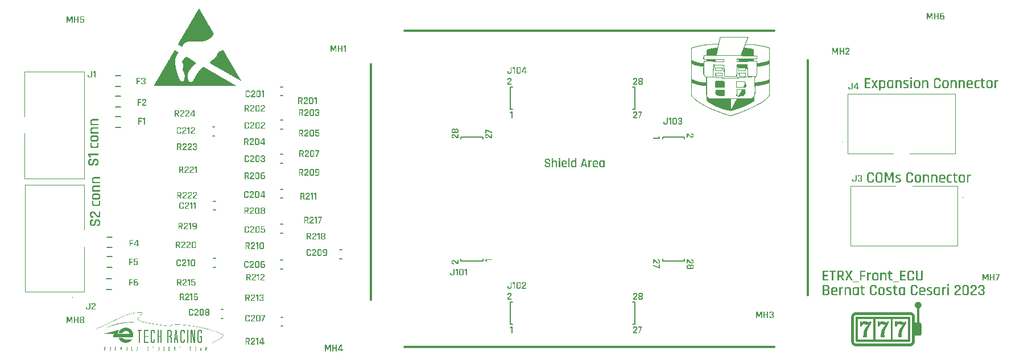
<source format=gto>
G04*
G04 #@! TF.GenerationSoftware,Altium Limited,Altium Designer,24.0.1 (36)*
G04*
G04 Layer_Color=65535*
%FSLAX44Y44*%
%MOMM*%
G71*
G04*
G04 #@! TF.SameCoordinates,E53704A2-476C-4EC1-AB42-F80F1AB54CDF*
G04*
G04*
G04 #@! TF.FilePolarity,Positive*
G04*
G01*
G75*
%ADD10C,0.1000*%
%ADD11C,0.2000*%
%ADD12C,0.3000*%
G36*
X297306Y529464D02*
X297606D01*
Y528863D01*
X297907D01*
Y528262D01*
X298208D01*
Y527961D01*
X298508D01*
Y527360D01*
X298809D01*
Y526758D01*
X299110D01*
Y526157D01*
X299410D01*
Y525856D01*
X299711D01*
Y525255D01*
X300012D01*
Y524653D01*
X300313D01*
Y524052D01*
X300613D01*
Y523751D01*
X300914D01*
Y523149D01*
X301215D01*
Y522548D01*
X301516D01*
Y522247D01*
X301816D01*
Y521646D01*
X302117D01*
Y521045D01*
X302418D01*
Y520443D01*
X302718D01*
Y520142D01*
X303019D01*
Y519541D01*
X303320D01*
Y518940D01*
X303620D01*
Y518338D01*
X303921D01*
Y518037D01*
X304222D01*
Y517436D01*
X304523D01*
Y516834D01*
X304823D01*
Y516534D01*
X305124D01*
Y515932D01*
X305425D01*
Y515331D01*
X305725D01*
Y514730D01*
X306026D01*
Y514429D01*
X306327D01*
Y513827D01*
X306628D01*
Y513226D01*
X306928D01*
Y512625D01*
X307229D01*
Y512324D01*
X307530D01*
Y511722D01*
X307831D01*
Y511121D01*
X308131D01*
Y510820D01*
X308432D01*
Y510219D01*
X308733D01*
Y509617D01*
X309033D01*
Y509016D01*
X309334D01*
Y508715D01*
X309635D01*
Y508114D01*
X309935D01*
Y507512D01*
X310236D01*
Y506911D01*
X310537D01*
Y506610D01*
X310838D01*
Y506009D01*
X311138D01*
Y505407D01*
X311439D01*
Y505107D01*
X311740D01*
Y504505D01*
X312040D01*
Y503904D01*
X312341D01*
Y503302D01*
X312642D01*
Y503002D01*
X312943D01*
Y502400D01*
X313243D01*
Y501799D01*
X313544D01*
Y501198D01*
X313845D01*
Y500897D01*
X314145D01*
Y500295D01*
X314446D01*
Y499694D01*
X314747D01*
Y499393D01*
X315048D01*
Y498792D01*
X315348D01*
Y498190D01*
X315649D01*
Y497589D01*
X315950D01*
Y497288D01*
X316250D01*
Y496687D01*
X316551D01*
Y496085D01*
X316852D01*
Y495484D01*
X317153D01*
Y495183D01*
X317453D01*
Y494582D01*
X317754D01*
Y493980D01*
X318055D01*
Y493680D01*
X318355D01*
Y493078D01*
X318656D01*
Y492477D01*
X318957D01*
Y491274D01*
X318656D01*
Y490672D01*
X318355D01*
Y490372D01*
X318055D01*
Y489770D01*
X317754D01*
Y489470D01*
X317453D01*
Y488868D01*
X317153D01*
Y488568D01*
X316852D01*
Y488267D01*
X316551D01*
Y487665D01*
X316250D01*
Y487365D01*
X315950D01*
Y487064D01*
X315649D01*
Y486763D01*
X315348D01*
Y486463D01*
X315048D01*
Y486162D01*
X314747D01*
Y485861D01*
X314446D01*
Y485560D01*
X314145D01*
Y485260D01*
X313544D01*
Y484959D01*
X313243D01*
Y484658D01*
X312943D01*
Y484358D01*
X312341D01*
Y484057D01*
X312040D01*
Y483756D01*
X311439D01*
Y483455D01*
X311138D01*
Y483155D01*
X310537D01*
Y482854D01*
X309935D01*
Y482553D01*
X309033D01*
Y482253D01*
X308432D01*
Y481952D01*
X307530D01*
Y481651D01*
X306628D01*
Y481350D01*
X305425D01*
Y481050D01*
X303921D01*
Y480749D01*
X301215D01*
Y480448D01*
X293697D01*
Y480749D01*
X282871D01*
Y480448D01*
X281067D01*
Y480148D01*
X279864D01*
Y479847D01*
X278962D01*
Y479546D01*
X278361D01*
Y479245D01*
X277759D01*
Y478945D01*
X277158D01*
Y478644D01*
X276857D01*
Y478343D01*
X276256D01*
Y478043D01*
X275955D01*
Y477742D01*
X275354D01*
Y477441D01*
X275053D01*
Y477141D01*
X274752D01*
Y476840D01*
X274451D01*
Y476539D01*
X274151D01*
Y475938D01*
X273850D01*
Y475637D01*
X273549D01*
Y475336D01*
X273249D01*
Y474735D01*
X272948D01*
Y474133D01*
X272647D01*
Y473833D01*
X272346D01*
Y473231D01*
X272046D01*
Y472630D01*
X271143D01*
Y472930D01*
X270542D01*
Y473231D01*
X270241D01*
Y473532D01*
X269640D01*
Y473833D01*
X269039D01*
Y474133D01*
X268738D01*
Y474434D01*
X268136D01*
Y474735D01*
X267535D01*
Y475036D01*
X266934D01*
Y475336D01*
X266633D01*
Y475637D01*
X266031D01*
Y475938D01*
X265731D01*
Y476840D01*
X266031D01*
Y477141D01*
X266332D01*
Y477742D01*
X266633D01*
Y478343D01*
X266934D01*
Y478945D01*
X267234D01*
Y479245D01*
X267535D01*
Y479847D01*
X267836D01*
Y480448D01*
X268136D01*
Y480749D01*
X268437D01*
Y481350D01*
X268738D01*
Y481952D01*
X269039D01*
Y482253D01*
X269339D01*
Y482854D01*
X269640D01*
Y483455D01*
X269941D01*
Y484057D01*
X270241D01*
Y484358D01*
X270542D01*
Y484959D01*
X270843D01*
Y485560D01*
X271143D01*
Y485861D01*
X271444D01*
Y486463D01*
X271745D01*
Y487064D01*
X272046D01*
Y487665D01*
X272346D01*
Y487966D01*
X272647D01*
Y488568D01*
X272948D01*
Y489169D01*
X273249D01*
Y489470D01*
X273549D01*
Y490071D01*
X273850D01*
Y490672D01*
X274151D01*
Y491274D01*
X274451D01*
Y491575D01*
X274752D01*
Y492176D01*
X275053D01*
Y492777D01*
X275354D01*
Y493078D01*
X275654D01*
Y493680D01*
X275955D01*
Y494281D01*
X276256D01*
Y494582D01*
X276556D01*
Y495183D01*
X276857D01*
Y495785D01*
X277158D01*
Y496386D01*
X277458D01*
Y496687D01*
X277759D01*
Y497288D01*
X278060D01*
Y497890D01*
X278361D01*
Y498190D01*
X278661D01*
Y498792D01*
X278962D01*
Y499393D01*
X279263D01*
Y499995D01*
X279564D01*
Y500295D01*
X279864D01*
Y500897D01*
X280165D01*
Y501498D01*
X280466D01*
Y501799D01*
X280766D01*
Y502400D01*
X281067D01*
Y503002D01*
X281368D01*
Y503603D01*
X281668D01*
Y503904D01*
X281969D01*
Y504505D01*
X282270D01*
Y505107D01*
X282571D01*
Y505407D01*
X282871D01*
Y506009D01*
X283172D01*
Y506610D01*
X283473D01*
Y506911D01*
X283773D01*
Y507512D01*
X284074D01*
Y508114D01*
X284375D01*
Y508715D01*
X284676D01*
Y509016D01*
X284976D01*
Y509617D01*
X285277D01*
Y510219D01*
X285578D01*
Y510520D01*
X285878D01*
Y511121D01*
X286179D01*
Y511722D01*
X286480D01*
Y512324D01*
X286781D01*
Y512625D01*
X287081D01*
Y513226D01*
X287382D01*
Y513827D01*
X287683D01*
Y514128D01*
X287983D01*
Y514730D01*
X288284D01*
Y515331D01*
X288585D01*
Y515632D01*
X288886D01*
Y516233D01*
X289186D01*
Y516834D01*
X289487D01*
Y517436D01*
X289788D01*
Y517737D01*
X290088D01*
Y518338D01*
X290389D01*
Y518940D01*
X290690D01*
Y519240D01*
X290991D01*
Y519842D01*
X291291D01*
Y520443D01*
X291592D01*
Y521045D01*
X291893D01*
Y521345D01*
X292193D01*
Y521947D01*
X292494D01*
Y522548D01*
X292795D01*
Y522849D01*
X293096D01*
Y523450D01*
X293396D01*
Y524052D01*
X293697D01*
Y524653D01*
X293998D01*
Y524954D01*
X294298D01*
Y525555D01*
X294599D01*
Y526157D01*
X294900D01*
Y526457D01*
X295201D01*
Y527059D01*
X295501D01*
Y527660D01*
X295802D01*
Y527961D01*
X296103D01*
Y528562D01*
X296403D01*
Y529164D01*
X296704D01*
Y529765D01*
X297306D01*
Y529464D01*
D02*
G37*
G36*
X333090Y467518D02*
X333391D01*
Y466916D01*
X333692D01*
Y466315D01*
X333993D01*
Y465713D01*
X334293D01*
Y465413D01*
X334594D01*
Y464811D01*
X334895D01*
Y464210D01*
X335195D01*
Y463909D01*
X335496D01*
Y463308D01*
X335797D01*
Y462706D01*
X336097D01*
Y462406D01*
X336398D01*
Y461804D01*
X336699D01*
Y461203D01*
X337000D01*
Y460601D01*
X337300D01*
Y460301D01*
X337601D01*
Y459699D01*
X337902D01*
Y459098D01*
X338202D01*
Y458797D01*
X338503D01*
Y458196D01*
X338804D01*
Y457594D01*
X339105D01*
Y456993D01*
X339405D01*
Y456692D01*
X339706D01*
Y456091D01*
X340007D01*
Y455489D01*
X340307D01*
Y455188D01*
X340608D01*
Y454587D01*
X340909D01*
Y453986D01*
X341210D01*
Y453384D01*
X341510D01*
Y453083D01*
X341811D01*
Y452482D01*
X342112D01*
Y451881D01*
X342412D01*
Y451580D01*
X342713D01*
Y450979D01*
X343014D01*
Y450377D01*
X343315D01*
Y450076D01*
X343615D01*
Y449475D01*
X343916D01*
Y448873D01*
X344217D01*
Y448272D01*
X344517D01*
Y447971D01*
X344818D01*
Y447370D01*
X345119D01*
Y446768D01*
X345420D01*
Y446468D01*
X345720D01*
Y445866D01*
X346021D01*
Y445265D01*
X346322D01*
Y444664D01*
X346622D01*
Y444363D01*
X346923D01*
Y443761D01*
X347224D01*
Y443160D01*
X347525D01*
Y442859D01*
X347825D01*
Y442258D01*
X348126D01*
Y441656D01*
X348427D01*
Y441055D01*
X348727D01*
Y440754D01*
X349028D01*
Y440153D01*
X349329D01*
Y439551D01*
X349630D01*
Y439251D01*
X349930D01*
Y438649D01*
X350231D01*
Y438048D01*
X350532D01*
Y437446D01*
X350832D01*
Y437146D01*
X351133D01*
Y436544D01*
X351434D01*
Y435943D01*
X351735D01*
Y435642D01*
X352035D01*
Y435041D01*
X352336D01*
Y434439D01*
X352637D01*
Y434139D01*
X352937D01*
Y433537D01*
X353238D01*
Y432936D01*
X353539D01*
Y432334D01*
X353839D01*
Y432034D01*
X354140D01*
Y431432D01*
X354441D01*
Y430831D01*
X354742D01*
Y430530D01*
X355042D01*
Y429929D01*
X355343D01*
Y429327D01*
X355644D01*
Y428726D01*
X355945D01*
Y428425D01*
X356245D01*
Y427824D01*
X356546D01*
Y427222D01*
X356847D01*
Y426921D01*
X357147D01*
Y426320D01*
X357448D01*
Y425719D01*
X357749D01*
Y425117D01*
X358050D01*
Y424817D01*
X358350D01*
Y424215D01*
X358651D01*
Y423614D01*
X358952D01*
Y423313D01*
X359252D01*
Y422711D01*
X359553D01*
Y422110D01*
X359854D01*
Y421809D01*
X359252D01*
Y422110D01*
X358651D01*
Y422411D01*
X358350D01*
Y422711D01*
X357749D01*
Y423012D01*
X357147D01*
Y423313D01*
X356546D01*
Y423614D01*
X356245D01*
Y423914D01*
X355644D01*
Y424215D01*
X355042D01*
Y424516D01*
X354441D01*
Y424817D01*
X354140D01*
Y425117D01*
X353539D01*
Y425418D01*
X352937D01*
Y425719D01*
X352336D01*
Y426019D01*
X352035D01*
Y426320D01*
X351434D01*
Y426621D01*
X350832D01*
Y426921D01*
X350231D01*
Y427222D01*
X349930D01*
Y427523D01*
X349329D01*
Y427824D01*
X348727D01*
Y428124D01*
X348126D01*
Y428425D01*
X347525D01*
Y428726D01*
X347224D01*
Y429026D01*
X346622D01*
Y429327D01*
X346021D01*
Y429628D01*
X345420D01*
Y429929D01*
X345119D01*
Y430229D01*
X344517D01*
Y430530D01*
X343916D01*
Y430831D01*
X343315D01*
Y431131D01*
X343014D01*
Y431432D01*
X342412D01*
Y431733D01*
X341811D01*
Y432034D01*
X341210D01*
Y432334D01*
X340909D01*
Y432635D01*
X340307D01*
Y432936D01*
X339706D01*
Y433236D01*
X339105D01*
Y433537D01*
X338804D01*
Y433838D01*
X338202D01*
Y434139D01*
X337601D01*
Y434439D01*
X337000D01*
Y434740D01*
X336398D01*
Y435041D01*
X336097D01*
Y435341D01*
X335496D01*
Y435642D01*
X334895D01*
Y435943D01*
X334293D01*
Y436244D01*
X333993D01*
Y436544D01*
X333391D01*
Y436845D01*
X332790D01*
Y437146D01*
X332188D01*
Y437446D01*
X331888D01*
Y437747D01*
X331286D01*
Y438048D01*
X330685D01*
Y438349D01*
X330083D01*
Y438649D01*
X329782D01*
Y438950D01*
X329181D01*
Y439251D01*
X328580D01*
Y439551D01*
X327978D01*
Y439852D01*
X327677D01*
Y440153D01*
X327076D01*
Y440453D01*
X326475D01*
Y440754D01*
X325873D01*
Y441055D01*
X325573D01*
Y441356D01*
X324971D01*
Y441656D01*
X324370D01*
Y441957D01*
X323768D01*
Y442258D01*
X323167D01*
Y442559D01*
X322866D01*
Y442859D01*
X322265D01*
Y443160D01*
X321663D01*
Y443461D01*
X321062D01*
Y443761D01*
X320761D01*
Y444062D01*
X320160D01*
Y444363D01*
X319558D01*
Y444664D01*
X318957D01*
Y444964D01*
X318656D01*
Y445265D01*
X318055D01*
Y445566D01*
X317453D01*
Y445866D01*
X316852D01*
Y446167D01*
X316551D01*
Y446468D01*
X315950D01*
Y446768D01*
X315348D01*
Y447069D01*
X314747D01*
Y447370D01*
X314446D01*
Y447671D01*
X313845D01*
Y447971D01*
X313243D01*
Y449174D01*
X313544D01*
Y449776D01*
X313845D01*
Y450076D01*
X314145D01*
Y450678D01*
X314446D01*
Y450979D01*
X314747D01*
Y451279D01*
X315048D01*
Y451580D01*
X315348D01*
Y451881D01*
X315649D01*
Y452181D01*
X315950D01*
Y452482D01*
X316250D01*
Y452783D01*
X316551D01*
Y453083D01*
X317153D01*
Y453384D01*
X317453D01*
Y453685D01*
X318055D01*
Y453986D01*
X318355D01*
Y454286D01*
X318656D01*
Y454587D01*
X319258D01*
Y454888D01*
X319558D01*
Y455188D01*
X319859D01*
Y455489D01*
X320160D01*
Y455790D01*
X320460D01*
Y456091D01*
X320761D01*
Y456391D01*
X321062D01*
Y456692D01*
X321363D01*
Y456993D01*
X321663D01*
Y457293D01*
X321964D01*
Y457594D01*
X322265D01*
Y457895D01*
X322565D01*
Y458496D01*
X322866D01*
Y458797D01*
X323167D01*
Y459398D01*
X323467D01*
Y460000D01*
X323768D01*
Y460601D01*
X324069D01*
Y461203D01*
X324370D01*
Y461804D01*
X324670D01*
Y462406D01*
X324971D01*
Y463007D01*
X325272D01*
Y463608D01*
X325573D01*
Y464210D01*
X325873D01*
Y464510D01*
X326174D01*
Y464811D01*
X326475D01*
Y465112D01*
X327076D01*
Y465413D01*
X327377D01*
Y465713D01*
X327978D01*
Y466014D01*
X328580D01*
Y466315D01*
X329181D01*
Y466615D01*
X330083D01*
Y466916D01*
X330985D01*
Y467217D01*
X331587D01*
Y467518D01*
X332489D01*
Y467818D01*
X333090D01*
Y467518D01*
D02*
G37*
G36*
X261220D02*
X261521D01*
Y467217D01*
X262122D01*
Y466916D01*
X262423D01*
Y466615D01*
X263024D01*
Y466315D01*
X263325D01*
Y466014D01*
X263926D01*
Y465713D01*
X264528D01*
Y465413D01*
X264829D01*
Y465112D01*
X265430D01*
Y464811D01*
X265731D01*
Y464510D01*
X266332D01*
Y463608D01*
X266031D01*
Y463007D01*
X265731D01*
Y462406D01*
X265430D01*
Y461804D01*
X265129D01*
Y461203D01*
X264829D01*
Y460902D01*
X264528D01*
Y460301D01*
X264227D01*
Y459699D01*
X263926D01*
Y459098D01*
X263626D01*
Y458496D01*
X263325D01*
Y457895D01*
X263024D01*
Y457293D01*
X262724D01*
Y456391D01*
X262423D01*
Y455790D01*
X262122D01*
Y455188D01*
X261821D01*
Y454286D01*
X261521D01*
Y453083D01*
X261220D01*
Y450076D01*
X261521D01*
Y446768D01*
X261821D01*
Y444664D01*
X262122D01*
Y442859D01*
X262423D01*
Y441356D01*
X262724D01*
Y440153D01*
X263024D01*
Y438950D01*
X263325D01*
Y437747D01*
X263626D01*
Y436544D01*
X263926D01*
Y435341D01*
X264227D01*
Y434439D01*
X264528D01*
Y433537D01*
X264829D01*
Y432334D01*
X265129D01*
Y431432D01*
X265430D01*
Y430530D01*
X265731D01*
Y429628D01*
X266031D01*
Y428726D01*
X266332D01*
Y427824D01*
X266633D01*
Y427222D01*
X266934D01*
Y426320D01*
X267234D01*
Y425418D01*
X267535D01*
Y424817D01*
X267836D01*
Y424215D01*
X268136D01*
Y423614D01*
X268437D01*
Y423313D01*
X268738D01*
Y422711D01*
X269039D01*
Y422411D01*
X269339D01*
Y422110D01*
X269640D01*
Y421809D01*
X270241D01*
Y421509D01*
X270542D01*
Y421208D01*
X271444D01*
Y420907D01*
X273249D01*
Y421208D01*
X273850D01*
Y421509D01*
X274151D01*
Y421809D01*
X274451D01*
Y422411D01*
X274752D01*
Y423012D01*
X275053D01*
Y424215D01*
X275354D01*
Y426921D01*
X275654D01*
Y430530D01*
X275354D01*
Y432635D01*
X275053D01*
Y433537D01*
X274752D01*
Y434439D01*
X274451D01*
Y435341D01*
X274151D01*
Y435943D01*
X273850D01*
Y436544D01*
X273549D01*
Y436845D01*
X273249D01*
Y437446D01*
X272948D01*
Y437747D01*
X272647D01*
Y438349D01*
X272346D01*
Y439251D01*
X272647D01*
Y439852D01*
X272948D01*
Y440754D01*
X273249D01*
Y441957D01*
X273549D01*
Y446167D01*
X273249D01*
Y447069D01*
X272948D01*
Y447671D01*
X272647D01*
Y448272D01*
X272346D01*
Y448873D01*
X272046D01*
Y449174D01*
X271745D01*
Y449475D01*
X271444D01*
Y450076D01*
X271745D01*
Y450678D01*
X272046D01*
Y451279D01*
X272346D01*
Y451580D01*
X272647D01*
Y452181D01*
X272948D01*
Y452482D01*
X273249D01*
Y452783D01*
X273549D01*
Y453384D01*
X273850D01*
Y453685D01*
X274151D01*
Y454286D01*
X274451D01*
Y454587D01*
X274752D01*
Y454888D01*
X275053D01*
Y455489D01*
X275354D01*
Y455790D01*
X275654D01*
Y456091D01*
X275955D01*
Y456692D01*
X276256D01*
Y456993D01*
X276556D01*
Y457293D01*
X276857D01*
Y457594D01*
X277158D01*
Y457895D01*
X277759D01*
Y457594D01*
X278661D01*
Y457293D01*
X279263D01*
Y456993D01*
X279564D01*
Y456692D01*
X280165D01*
Y456391D01*
X280766D01*
Y456091D01*
X281368D01*
Y455790D01*
X281969D01*
Y455489D01*
X282571D01*
Y455188D01*
X282871D01*
Y454888D01*
X283473D01*
Y454587D01*
X284074D01*
Y454286D01*
X284375D01*
Y453986D01*
X284976D01*
Y453685D01*
X285578D01*
Y453384D01*
X285878D01*
Y453083D01*
X286480D01*
Y452783D01*
X286781D01*
Y452482D01*
X287382D01*
Y452181D01*
X287683D01*
Y451881D01*
X288284D01*
Y451580D01*
X288585D01*
Y451279D01*
X288886D01*
Y450979D01*
X289487D01*
Y450678D01*
X289788D01*
Y450377D01*
X290088D01*
Y450076D01*
X290389D01*
Y449776D01*
X290991D01*
Y449475D01*
X291291D01*
Y449174D01*
X291592D01*
Y448873D01*
X291893D01*
Y448272D01*
X292193D01*
Y447671D01*
X292494D01*
Y447370D01*
X292193D01*
Y446768D01*
X291592D01*
Y446468D01*
X290991D01*
Y446167D01*
X290389D01*
Y445866D01*
X290088D01*
Y445566D01*
X289788D01*
Y445265D01*
X289186D01*
Y444964D01*
X288886D01*
Y444664D01*
X288585D01*
Y444363D01*
X288284D01*
Y444062D01*
X287983D01*
Y443761D01*
X287683D01*
Y443461D01*
X287382D01*
Y443160D01*
X287081D01*
Y442559D01*
X286781D01*
Y442258D01*
X286480D01*
Y441957D01*
X286179D01*
Y441656D01*
X285878D01*
Y441356D01*
X285578D01*
Y440754D01*
X285277D01*
Y440453D01*
X284976D01*
Y440153D01*
X284676D01*
Y439551D01*
X284375D01*
Y439251D01*
X284074D01*
Y438649D01*
X283773D01*
Y438349D01*
X283473D01*
Y437747D01*
X283172D01*
Y437446D01*
X282871D01*
Y436845D01*
X282571D01*
Y436244D01*
X282270D01*
Y435943D01*
X281969D01*
Y435341D01*
X281668D01*
Y434740D01*
X281368D01*
Y434139D01*
X281067D01*
Y433236D01*
X280766D01*
Y432635D01*
X280466D01*
Y431432D01*
X280165D01*
Y429929D01*
X279864D01*
Y426621D01*
X280165D01*
Y425117D01*
X280466D01*
Y424215D01*
X280766D01*
Y423313D01*
X281067D01*
Y422711D01*
X281368D01*
Y422110D01*
X281668D01*
Y421509D01*
X281969D01*
Y421208D01*
X282270D01*
Y420907D01*
X282571D01*
Y420606D01*
X283473D01*
Y420306D01*
X286781D01*
Y420606D01*
X287081D01*
Y420907D01*
X287382D01*
Y421208D01*
X287683D01*
Y421509D01*
X287983D01*
Y422110D01*
X288284D01*
Y422411D01*
X288585D01*
Y423012D01*
X288886D01*
Y423614D01*
X289186D01*
Y423914D01*
X289487D01*
Y424516D01*
X289788D01*
Y425117D01*
X290088D01*
Y425719D01*
X290389D01*
Y426019D01*
X290690D01*
Y426621D01*
X290991D01*
Y427222D01*
X291291D01*
Y427824D01*
X291592D01*
Y428425D01*
X291893D01*
Y428726D01*
X292193D01*
Y429327D01*
X292494D01*
Y429929D01*
X292795D01*
Y430530D01*
X293096D01*
Y431131D01*
X293396D01*
Y431733D01*
X293697D01*
Y432034D01*
X293998D01*
Y432635D01*
X294298D01*
Y433236D01*
X294599D01*
Y433537D01*
X294900D01*
Y434139D01*
X295201D01*
Y434439D01*
X295501D01*
Y434740D01*
X295802D01*
Y435041D01*
X296103D01*
Y435642D01*
X296403D01*
Y435943D01*
X296704D01*
Y436244D01*
X297005D01*
Y436544D01*
X297306D01*
Y436845D01*
X297606D01*
Y437146D01*
X297907D01*
Y437446D01*
X298208D01*
Y437747D01*
X298508D01*
Y438048D01*
X298809D01*
Y438349D01*
X299110D01*
Y438649D01*
X299410D01*
Y438950D01*
X299711D01*
Y439251D01*
X300012D01*
Y439551D01*
X300313D01*
Y439852D01*
X300613D01*
Y440153D01*
X300914D01*
Y440453D01*
X301215D01*
Y440754D01*
X301516D01*
Y441055D01*
X301816D01*
Y441356D01*
X302117D01*
Y441656D01*
X302418D01*
Y441957D01*
X303019D01*
Y442258D01*
X303320D01*
Y442559D01*
X303620D01*
Y442859D01*
X303921D01*
Y442559D01*
X304222D01*
Y442258D01*
X304823D01*
Y441957D01*
X305425D01*
Y441656D01*
X305725D01*
Y441356D01*
X306327D01*
Y441055D01*
X306928D01*
Y440754D01*
X307530D01*
Y440453D01*
X307831D01*
Y440153D01*
X308432D01*
Y439852D01*
X309033D01*
Y439551D01*
X309635D01*
Y439251D01*
X309935D01*
Y438950D01*
X310537D01*
Y438649D01*
X311138D01*
Y438349D01*
X311740D01*
Y438048D01*
X312040D01*
Y437747D01*
X312642D01*
Y437446D01*
X313243D01*
Y437146D01*
X313544D01*
Y436845D01*
X314145D01*
Y436544D01*
X314747D01*
Y436244D01*
X315348D01*
Y435943D01*
X315649D01*
Y435642D01*
X316250D01*
Y435341D01*
X316852D01*
Y435041D01*
X317453D01*
Y434740D01*
X317754D01*
Y434439D01*
X318355D01*
Y434139D01*
X318957D01*
Y433838D01*
X319558D01*
Y433537D01*
X319859D01*
Y433236D01*
X320460D01*
Y432936D01*
X321062D01*
Y432635D01*
X321363D01*
Y432334D01*
X321964D01*
Y432034D01*
X322565D01*
Y431733D01*
X323167D01*
Y431432D01*
X323467D01*
Y431131D01*
X324069D01*
Y430831D01*
X324670D01*
Y430530D01*
X325272D01*
Y430229D01*
X325573D01*
Y429929D01*
X326174D01*
Y429628D01*
X326775D01*
Y429327D01*
X327076D01*
Y429026D01*
X327677D01*
Y428726D01*
X328279D01*
Y428425D01*
X328880D01*
Y428124D01*
X329181D01*
Y427824D01*
X329782D01*
Y427523D01*
X330384D01*
Y427222D01*
X330985D01*
Y426921D01*
X331286D01*
Y426621D01*
X331888D01*
Y426320D01*
X332489D01*
Y426019D01*
X333090D01*
Y425719D01*
X333391D01*
Y425418D01*
X333993D01*
Y425117D01*
X334594D01*
Y424817D01*
X334895D01*
Y424516D01*
X335496D01*
Y424215D01*
X336097D01*
Y423914D01*
X336699D01*
Y423614D01*
X337000D01*
Y423313D01*
X337601D01*
Y423012D01*
X338202D01*
Y422711D01*
X338804D01*
Y422411D01*
X339105D01*
Y422110D01*
X339706D01*
Y421809D01*
X340307D01*
Y421509D01*
X340608D01*
Y421208D01*
X341210D01*
Y420907D01*
X341811D01*
Y420606D01*
X342412D01*
Y420306D01*
X342713D01*
Y420005D01*
X343315D01*
Y419704D01*
X343916D01*
Y419404D01*
X344517D01*
Y419103D01*
X344818D01*
Y418802D01*
X345420D01*
Y418502D01*
X346021D01*
Y418201D01*
X346622D01*
Y417900D01*
X346923D01*
Y417599D01*
X347525D01*
Y417299D01*
X348126D01*
Y416998D01*
X348427D01*
Y416697D01*
X349028D01*
Y416396D01*
X349630D01*
Y416096D01*
X350231D01*
Y415795D01*
X350532D01*
Y415494D01*
X351133D01*
Y415194D01*
X351735D01*
Y414893D01*
X352336D01*
Y414592D01*
X352637D01*
Y414291D01*
X229645D01*
Y414592D01*
X229946D01*
Y415194D01*
X230247D01*
Y415494D01*
X230547D01*
Y416096D01*
X230848D01*
Y416697D01*
X231149D01*
Y417299D01*
X231450D01*
Y417599D01*
X231750D01*
Y418201D01*
X232051D01*
Y418802D01*
X232352D01*
Y419103D01*
X232652D01*
Y419704D01*
X232953D01*
Y420306D01*
X233254D01*
Y420907D01*
X233554D01*
Y421208D01*
X233855D01*
Y421809D01*
X234156D01*
Y422411D01*
X234457D01*
Y422711D01*
X234757D01*
Y423313D01*
X235058D01*
Y423914D01*
X235359D01*
Y424516D01*
X235659D01*
Y424817D01*
X235960D01*
Y425418D01*
X236261D01*
Y426019D01*
X236562D01*
Y426320D01*
X236862D01*
Y426921D01*
X237163D01*
Y427523D01*
X237464D01*
Y428124D01*
X237764D01*
Y428425D01*
X238065D01*
Y429026D01*
X238366D01*
Y429628D01*
X238667D01*
Y429929D01*
X238967D01*
Y430530D01*
X239268D01*
Y431131D01*
X239569D01*
Y431733D01*
X239869D01*
Y432034D01*
X240170D01*
Y432635D01*
X240471D01*
Y433236D01*
X240772D01*
Y433537D01*
X241072D01*
Y434139D01*
X241373D01*
Y434740D01*
X241674D01*
Y435041D01*
X241974D01*
Y435642D01*
X242275D01*
Y436244D01*
X242576D01*
Y436845D01*
X242877D01*
Y437146D01*
X243177D01*
Y437747D01*
X243478D01*
Y438349D01*
X243779D01*
Y438649D01*
X244079D01*
Y439251D01*
X244380D01*
Y439852D01*
X244681D01*
Y440453D01*
X244981D01*
Y440754D01*
X245282D01*
Y441356D01*
X245583D01*
Y441957D01*
X245884D01*
Y442258D01*
X246184D01*
Y442859D01*
X246485D01*
Y443461D01*
X246786D01*
Y444062D01*
X247087D01*
Y444363D01*
X247387D01*
Y444964D01*
X247688D01*
Y445566D01*
X247989D01*
Y445866D01*
X248289D01*
Y446468D01*
X248590D01*
Y447069D01*
X248891D01*
Y447671D01*
X249191D01*
Y447971D01*
X249492D01*
Y448573D01*
X249793D01*
Y449174D01*
X250094D01*
Y449475D01*
X250394D01*
Y450076D01*
X250695D01*
Y450678D01*
X250996D01*
Y451279D01*
X251297D01*
Y451580D01*
X251597D01*
Y452181D01*
X251898D01*
Y452783D01*
X252199D01*
Y453083D01*
X252499D01*
Y453685D01*
X252800D01*
Y454286D01*
X253101D01*
Y454587D01*
X253402D01*
Y455188D01*
X253702D01*
Y455790D01*
X254003D01*
Y456391D01*
X254304D01*
Y456692D01*
X254604D01*
Y457293D01*
X254905D01*
Y457895D01*
X255206D01*
Y458196D01*
X255506D01*
Y458797D01*
X255807D01*
Y459398D01*
X256108D01*
Y460000D01*
X256409D01*
Y460301D01*
X256709D01*
Y460902D01*
X257010D01*
Y461503D01*
X257311D01*
Y461804D01*
X257612D01*
Y462406D01*
X257912D01*
Y463007D01*
X258213D01*
Y463608D01*
X258514D01*
Y463909D01*
X258814D01*
Y464510D01*
X259115D01*
Y465112D01*
X259416D01*
Y465413D01*
X259716D01*
Y466014D01*
X260017D01*
Y466615D01*
X260318D01*
Y467217D01*
X260619D01*
Y467518D01*
X260919D01*
Y467818D01*
X261220D01*
Y467518D01*
D02*
G37*
G36*
X1114814Y487110D02*
X1114694D01*
Y486753D01*
X1114575D01*
Y486514D01*
X1114456D01*
Y486156D01*
X1114336D01*
Y485917D01*
X1114217D01*
Y485560D01*
X1114098D01*
Y485202D01*
X1113979D01*
Y484963D01*
X1113859D01*
Y484605D01*
X1113740D01*
Y484366D01*
X1113621D01*
Y484009D01*
X1113501D01*
Y483770D01*
X1113382D01*
Y483412D01*
X1113263D01*
Y483054D01*
X1113143D01*
Y482816D01*
X1113024D01*
Y482458D01*
X1112905D01*
Y482219D01*
X1112786D01*
Y481861D01*
X1112666D01*
Y481623D01*
X1112547D01*
Y481265D01*
X1112428D01*
Y481026D01*
X1112308D01*
Y480668D01*
X1112189D01*
Y480310D01*
X1112070D01*
Y480072D01*
X1111950D01*
Y479714D01*
X1111831D01*
Y479475D01*
X1111712D01*
Y479117D01*
X1111592D01*
Y478879D01*
X1111473D01*
Y478521D01*
X1111354D01*
Y478163D01*
X1111235D01*
Y477924D01*
X1111115D01*
Y477566D01*
X1110996D01*
Y477328D01*
X1110877D01*
Y476970D01*
X1110757D01*
Y476731D01*
X1110638D01*
Y476612D01*
X1114336D01*
Y476493D01*
X1117319D01*
Y476373D01*
X1119228D01*
Y476254D01*
X1120779D01*
Y476135D01*
X1122091D01*
Y476015D01*
X1123165D01*
Y475896D01*
X1124239D01*
Y475777D01*
X1125312D01*
Y475657D01*
X1126267D01*
Y475538D01*
X1127102D01*
Y475419D01*
X1127937D01*
Y475299D01*
X1128772D01*
Y475180D01*
X1129607D01*
Y475061D01*
X1130323D01*
Y474941D01*
X1131039D01*
Y474822D01*
X1131755D01*
Y474703D01*
X1132471D01*
Y474584D01*
X1133067D01*
Y474464D01*
X1133783D01*
Y474345D01*
X1134379D01*
Y474226D01*
X1134976D01*
Y474106D01*
X1135572D01*
Y473987D01*
X1136169D01*
Y473868D01*
X1136766D01*
Y473749D01*
X1137362D01*
Y473629D01*
X1137959D01*
Y473510D01*
X1138436D01*
Y473391D01*
X1139032D01*
Y473271D01*
X1139509D01*
Y473152D01*
X1139987D01*
Y473033D01*
X1140583D01*
Y472913D01*
X1141060D01*
Y472794D01*
X1141538D01*
Y472675D01*
X1142015D01*
Y472556D01*
X1142492D01*
Y472436D01*
X1142969D01*
Y472317D01*
X1143446D01*
Y472198D01*
X1143924D01*
Y472078D01*
X1144282D01*
Y471959D01*
X1144759D01*
Y471840D01*
X1145236D01*
Y471720D01*
X1145594D01*
Y471601D01*
X1145713D01*
Y471362D01*
X1145833D01*
Y471243D01*
X1145952D01*
Y471124D01*
X1146071D01*
Y471004D01*
X1146190D01*
Y470766D01*
X1146310D01*
Y470647D01*
X1146429D01*
Y470408D01*
X1146548D01*
Y400854D01*
X1146429D01*
Y400377D01*
X1146310D01*
Y400019D01*
X1146190D01*
Y399781D01*
X1146071D01*
Y399542D01*
X1145952D01*
Y399303D01*
X1145833D01*
Y399065D01*
X1145713D01*
Y398826D01*
X1145594D01*
Y398707D01*
X1145475D01*
Y398468D01*
X1145355D01*
Y398349D01*
X1145236D01*
Y398110D01*
X1145117D01*
Y397991D01*
X1144997D01*
Y397872D01*
X1144878D01*
Y397633D01*
X1144759D01*
Y397514D01*
X1144640D01*
Y397395D01*
X1144520D01*
Y397275D01*
X1144401D01*
Y397156D01*
X1144282D01*
Y397037D01*
X1144162D01*
Y396798D01*
X1144043D01*
Y396679D01*
X1143924D01*
Y396559D01*
X1143804D01*
Y396440D01*
X1143685D01*
Y396321D01*
X1143566D01*
Y396202D01*
X1143446D01*
Y396082D01*
X1143327D01*
Y395963D01*
X1143208D01*
Y395844D01*
X1143089D01*
Y395724D01*
X1142969D01*
Y395605D01*
X1142850D01*
Y395486D01*
X1142731D01*
Y395366D01*
X1142492D01*
Y395247D01*
X1142373D01*
Y395128D01*
X1142253D01*
Y395009D01*
X1142134D01*
Y394889D01*
X1142015D01*
Y394770D01*
X1141896D01*
Y394651D01*
X1141776D01*
Y394531D01*
X1141657D01*
Y394412D01*
X1141418D01*
Y394293D01*
X1141299D01*
Y394173D01*
X1141180D01*
Y394054D01*
X1141060D01*
Y393935D01*
X1140941D01*
Y393815D01*
X1140703D01*
Y393696D01*
X1140583D01*
Y393577D01*
X1140464D01*
Y393458D01*
X1140345D01*
Y393338D01*
X1140106D01*
Y393219D01*
X1139987D01*
Y393100D01*
X1139867D01*
Y392980D01*
X1139629D01*
Y392861D01*
X1139509D01*
Y392742D01*
X1139390D01*
Y392622D01*
X1139152D01*
Y392503D01*
X1139032D01*
Y392384D01*
X1138913D01*
Y392265D01*
X1138674D01*
Y392145D01*
X1138555D01*
Y392026D01*
X1138316D01*
Y391907D01*
X1138197D01*
Y391787D01*
X1138078D01*
Y391668D01*
X1137839D01*
Y391549D01*
X1137720D01*
Y391429D01*
X1137481D01*
Y391310D01*
X1137362D01*
Y391191D01*
X1137123D01*
Y391072D01*
X1137004D01*
Y390952D01*
X1136766D01*
Y390833D01*
X1136646D01*
Y390714D01*
X1136408D01*
Y390594D01*
X1136288D01*
Y390475D01*
X1136050D01*
Y390356D01*
X1135930D01*
Y390236D01*
X1135692D01*
Y390117D01*
X1135572D01*
Y389998D01*
X1135334D01*
Y389879D01*
X1135214D01*
Y389759D01*
X1134976D01*
Y389640D01*
X1134857D01*
Y389521D01*
X1134618D01*
Y389401D01*
X1134379D01*
Y389282D01*
X1134260D01*
Y389163D01*
X1134022D01*
Y389043D01*
X1133783D01*
Y388924D01*
X1133664D01*
Y388805D01*
X1133425D01*
Y388685D01*
X1133306D01*
Y388566D01*
X1133067D01*
Y388447D01*
X1132829D01*
Y388327D01*
X1132709D01*
Y388208D01*
X1132471D01*
Y388089D01*
X1132232D01*
Y387970D01*
X1132113D01*
Y387850D01*
X1131874D01*
Y387731D01*
X1131635D01*
Y387612D01*
X1131397D01*
Y387492D01*
X1131277D01*
Y387373D01*
X1131039D01*
Y387254D01*
X1130800D01*
Y387135D01*
X1130562D01*
Y387015D01*
X1130442D01*
Y386896D01*
X1130204D01*
Y386777D01*
X1129965D01*
Y386657D01*
X1129727D01*
Y386538D01*
X1129607D01*
Y386419D01*
X1129369D01*
Y386299D01*
X1129130D01*
Y386180D01*
X1128892D01*
Y386061D01*
X1128653D01*
Y385942D01*
X1128534D01*
Y385822D01*
X1128295D01*
Y385703D01*
X1128056D01*
Y385584D01*
X1127818D01*
Y385464D01*
X1127579D01*
Y385345D01*
X1127340D01*
Y385226D01*
X1127102D01*
Y385106D01*
X1126983D01*
Y384987D01*
X1126744D01*
Y384868D01*
X1126505D01*
Y384748D01*
X1126267D01*
Y384629D01*
X1126028D01*
Y384510D01*
X1125790D01*
Y384390D01*
X1125551D01*
Y384271D01*
X1125312D01*
Y384152D01*
X1125074D01*
Y384033D01*
X1124835D01*
Y383913D01*
X1124597D01*
Y383794D01*
X1124358D01*
Y383675D01*
X1124119D01*
Y383555D01*
X1123881D01*
Y383436D01*
X1123642D01*
Y383317D01*
X1123403D01*
Y383198D01*
X1123165D01*
Y383078D01*
X1122926D01*
Y382959D01*
X1122688D01*
Y382840D01*
X1122449D01*
Y382720D01*
X1122210D01*
Y382601D01*
X1121972D01*
Y382482D01*
X1121733D01*
Y382362D01*
X1121495D01*
Y382243D01*
X1121256D01*
Y382124D01*
X1121018D01*
Y382005D01*
X1120779D01*
Y381885D01*
X1120540D01*
Y381766D01*
X1120302D01*
Y381647D01*
X1120063D01*
Y381527D01*
X1119824D01*
Y381408D01*
X1119586D01*
Y381289D01*
X1119228D01*
Y381169D01*
X1118989D01*
Y381050D01*
X1118751D01*
Y380931D01*
X1118512D01*
Y380811D01*
X1118273D01*
Y380692D01*
X1118035D01*
Y380573D01*
X1117796D01*
Y380453D01*
X1117438D01*
Y380334D01*
X1117200D01*
Y380215D01*
X1116961D01*
Y380096D01*
X1116723D01*
Y379976D01*
X1116484D01*
Y379857D01*
X1116126D01*
Y379738D01*
X1115887D01*
Y379618D01*
X1115649D01*
Y379499D01*
X1115410D01*
Y379380D01*
X1115052D01*
Y379260D01*
X1114814D01*
Y379141D01*
X1114575D01*
Y379022D01*
X1114336D01*
Y378903D01*
X1113979D01*
Y378783D01*
X1113740D01*
Y378664D01*
X1113501D01*
Y378545D01*
X1113143D01*
Y378425D01*
X1112905D01*
Y378306D01*
X1112666D01*
Y378187D01*
X1112428D01*
Y378068D01*
X1112070D01*
Y377948D01*
X1111831D01*
Y377829D01*
X1111592D01*
Y377710D01*
X1111235D01*
Y377590D01*
X1110996D01*
Y377471D01*
X1110638D01*
Y377352D01*
X1110399D01*
Y377232D01*
X1110161D01*
Y377113D01*
X1109803D01*
Y376994D01*
X1109564D01*
Y376874D01*
X1109206D01*
Y376755D01*
X1108968D01*
Y376636D01*
X1108610D01*
Y376516D01*
X1108371D01*
Y376397D01*
X1108133D01*
Y376278D01*
X1107775D01*
Y376159D01*
X1107536D01*
Y376039D01*
X1107178D01*
Y375920D01*
X1106940D01*
Y375801D01*
X1106582D01*
Y375681D01*
X1106343D01*
Y375562D01*
X1105985D01*
Y375443D01*
X1105747D01*
Y375323D01*
X1105389D01*
Y375204D01*
X1105031D01*
Y375085D01*
X1104792D01*
Y374966D01*
X1104434D01*
Y374846D01*
X1104196D01*
Y374727D01*
X1103838D01*
Y374608D01*
X1103480D01*
Y374488D01*
X1103241D01*
Y374369D01*
X1102883D01*
Y374250D01*
X1102645D01*
Y374131D01*
X1102287D01*
Y374011D01*
X1101929D01*
Y373892D01*
X1101571D01*
Y373773D01*
X1101332D01*
Y373653D01*
X1100975D01*
Y373534D01*
X1100617D01*
Y373415D01*
X1100378D01*
Y373295D01*
X1100020D01*
Y373176D01*
X1099662D01*
Y373057D01*
X1099304D01*
Y372937D01*
X1099066D01*
Y372818D01*
X1098708D01*
Y372699D01*
X1098350D01*
Y372579D01*
X1097992D01*
Y372460D01*
X1097634D01*
Y372341D01*
X1097276D01*
Y372222D01*
X1097038D01*
Y372102D01*
X1096680D01*
Y371983D01*
X1096322D01*
Y371864D01*
X1095964D01*
Y371744D01*
X1095606D01*
Y371625D01*
X1095248D01*
Y371506D01*
X1094890D01*
Y371386D01*
X1094532D01*
Y371267D01*
X1094174D01*
Y371148D01*
X1093816D01*
Y371029D01*
X1093458D01*
Y370909D01*
X1093101D01*
Y370790D01*
X1092743D01*
Y370671D01*
X1092385D01*
Y370551D01*
X1092027D01*
Y370432D01*
X1091669D01*
Y370313D01*
X1091192D01*
Y370193D01*
X1090834D01*
Y370074D01*
X1090476D01*
Y369955D01*
X1090118D01*
Y369836D01*
X1089760D01*
Y369716D01*
X1089283D01*
Y369597D01*
X1088925D01*
Y369478D01*
X1088567D01*
Y369358D01*
X1087851D01*
Y369478D01*
X1087493D01*
Y369597D01*
X1087135D01*
Y369716D01*
X1086777D01*
Y369836D01*
X1086300D01*
Y369955D01*
X1085942D01*
Y370074D01*
X1085584D01*
Y370193D01*
X1085227D01*
Y370313D01*
X1084749D01*
Y370432D01*
X1084391D01*
Y370551D01*
X1084034D01*
Y370671D01*
X1083676D01*
Y370790D01*
X1083318D01*
Y370909D01*
X1082840D01*
Y371029D01*
X1082483D01*
Y371148D01*
X1082125D01*
Y371267D01*
X1081767D01*
Y371386D01*
X1081409D01*
Y371506D01*
X1081051D01*
Y371625D01*
X1080693D01*
Y371744D01*
X1080335D01*
Y371864D01*
X1079977D01*
Y371983D01*
X1079619D01*
Y372102D01*
X1079261D01*
Y372222D01*
X1078904D01*
Y372341D01*
X1078546D01*
Y372460D01*
X1078188D01*
Y372579D01*
X1077830D01*
Y372699D01*
X1077472D01*
Y372818D01*
X1077114D01*
Y372937D01*
X1076756D01*
Y373057D01*
X1076398D01*
Y373176D01*
X1076040D01*
Y373295D01*
X1075682D01*
Y373415D01*
X1075444D01*
Y373534D01*
X1075086D01*
Y373653D01*
X1074728D01*
Y373773D01*
X1074370D01*
Y373892D01*
X1074012D01*
Y374011D01*
X1073654D01*
Y374131D01*
X1073416D01*
Y374250D01*
X1073058D01*
Y374369D01*
X1072700D01*
Y374488D01*
X1072342D01*
Y374608D01*
X1072103D01*
Y374727D01*
X1071745D01*
Y374846D01*
X1071387D01*
Y374966D01*
X1071030D01*
Y375085D01*
X1070791D01*
Y375204D01*
X1070433D01*
Y375323D01*
X1070075D01*
Y375443D01*
X1069837D01*
Y375562D01*
X1069479D01*
Y375681D01*
X1069121D01*
Y375801D01*
X1068882D01*
Y375920D01*
X1068524D01*
Y376039D01*
X1068166D01*
Y376159D01*
X1067928D01*
Y376278D01*
X1067570D01*
Y376397D01*
X1067331D01*
Y376516D01*
X1066973D01*
Y376636D01*
X1066735D01*
Y376755D01*
X1066377D01*
Y376874D01*
X1066138D01*
Y376994D01*
X1065780D01*
Y377113D01*
X1065542D01*
Y377232D01*
X1065184D01*
Y377352D01*
X1064945D01*
Y377471D01*
X1064587D01*
Y377590D01*
X1064349D01*
Y377710D01*
X1063991D01*
Y377829D01*
X1063752D01*
Y377948D01*
X1063394D01*
Y378068D01*
X1063156D01*
Y378187D01*
X1062798D01*
Y378306D01*
X1062559D01*
Y378425D01*
X1062320D01*
Y378545D01*
X1061963D01*
Y378664D01*
X1061724D01*
Y378783D01*
X1061485D01*
Y378903D01*
X1061127D01*
Y379022D01*
X1060889D01*
Y379141D01*
X1060650D01*
Y379260D01*
X1060292D01*
Y379380D01*
X1060054D01*
Y379499D01*
X1059815D01*
Y379618D01*
X1059457D01*
Y379738D01*
X1059219D01*
Y379857D01*
X1058980D01*
Y379976D01*
X1058741D01*
Y380096D01*
X1058383D01*
Y380215D01*
X1058145D01*
Y380334D01*
X1057906D01*
Y380453D01*
X1057668D01*
Y380573D01*
X1057310D01*
Y380692D01*
X1057071D01*
Y380811D01*
X1056832D01*
Y380931D01*
X1056594D01*
Y381050D01*
X1056355D01*
Y381169D01*
X1056117D01*
Y381289D01*
X1055759D01*
Y381408D01*
X1055520D01*
Y381527D01*
X1055282D01*
Y381647D01*
X1055043D01*
Y381766D01*
X1054804D01*
Y381885D01*
X1054566D01*
Y382005D01*
X1054327D01*
Y382124D01*
X1054089D01*
Y382243D01*
X1053850D01*
Y382362D01*
X1053611D01*
Y382482D01*
X1053373D01*
Y382601D01*
X1053134D01*
Y382720D01*
X1052895D01*
Y382840D01*
X1052657D01*
Y382959D01*
X1052418D01*
Y383078D01*
X1052180D01*
Y383198D01*
X1051941D01*
Y383317D01*
X1051702D01*
Y383436D01*
X1051464D01*
Y383555D01*
X1051225D01*
Y383675D01*
X1050987D01*
Y383794D01*
X1050748D01*
Y383913D01*
X1050509D01*
Y384033D01*
X1050271D01*
Y384152D01*
X1050032D01*
Y384271D01*
X1049794D01*
Y384390D01*
X1049555D01*
Y384510D01*
X1049316D01*
Y384629D01*
X1049078D01*
Y384748D01*
X1048958D01*
Y384868D01*
X1048720D01*
Y384987D01*
X1048481D01*
Y385106D01*
X1048243D01*
Y385226D01*
X1048004D01*
Y385345D01*
X1047765D01*
Y385464D01*
X1047646D01*
Y385584D01*
X1047408D01*
Y385703D01*
X1047169D01*
Y385822D01*
X1046930D01*
Y385942D01*
X1046692D01*
Y386061D01*
X1046572D01*
Y386180D01*
X1046334D01*
Y386299D01*
X1046095D01*
Y386419D01*
X1045857D01*
Y386538D01*
X1045737D01*
Y386657D01*
X1045499D01*
Y386777D01*
X1045260D01*
Y386896D01*
X1045141D01*
Y387015D01*
X1044902D01*
Y387135D01*
X1044663D01*
Y387254D01*
X1044544D01*
Y387373D01*
X1044306D01*
Y387492D01*
X1044067D01*
Y387612D01*
X1043948D01*
Y387731D01*
X1043709D01*
Y387850D01*
X1043471D01*
Y387970D01*
X1043351D01*
Y388089D01*
X1043113D01*
Y388208D01*
X1042993D01*
Y388327D01*
X1042755D01*
Y388447D01*
X1042516D01*
Y388566D01*
X1042397D01*
Y388685D01*
X1042158D01*
Y388805D01*
X1042039D01*
Y388924D01*
X1041800D01*
Y389043D01*
X1041681D01*
Y389163D01*
X1041442D01*
Y389282D01*
X1041323D01*
Y389401D01*
X1041084D01*
Y389521D01*
X1040965D01*
Y389640D01*
X1040726D01*
Y389759D01*
X1040607D01*
Y389879D01*
X1040369D01*
Y389998D01*
X1040249D01*
Y390117D01*
X1040011D01*
Y390236D01*
X1039891D01*
Y390356D01*
X1039653D01*
Y390475D01*
X1039533D01*
Y390594D01*
X1039295D01*
Y390714D01*
X1039176D01*
Y390833D01*
X1039056D01*
Y390952D01*
X1038818D01*
Y391072D01*
X1038698D01*
Y391191D01*
X1038460D01*
Y391310D01*
X1038341D01*
Y391429D01*
X1038221D01*
Y391549D01*
X1037983D01*
Y391668D01*
X1037863D01*
Y391787D01*
X1037744D01*
Y391907D01*
X1037505D01*
Y392026D01*
X1037386D01*
Y392145D01*
X1037267D01*
Y392265D01*
X1037028D01*
Y392384D01*
X1036909D01*
Y392503D01*
X1036789D01*
Y392622D01*
X1036670D01*
Y392742D01*
X1036432D01*
Y392861D01*
X1036312D01*
Y392980D01*
X1036193D01*
Y393100D01*
X1036074D01*
Y393219D01*
X1035835D01*
Y393338D01*
X1035716D01*
Y393458D01*
X1035596D01*
Y393577D01*
X1035477D01*
Y393696D01*
X1035358D01*
Y393815D01*
X1035119D01*
Y393935D01*
X1035000D01*
Y394054D01*
X1034881D01*
Y394173D01*
X1034761D01*
Y394293D01*
X1034642D01*
Y394412D01*
X1034523D01*
Y394531D01*
X1034404D01*
Y394651D01*
X1034284D01*
Y394770D01*
X1034046D01*
Y394889D01*
X1033926D01*
Y395009D01*
X1033807D01*
Y395128D01*
X1033688D01*
Y395247D01*
X1033568D01*
Y395366D01*
X1033449D01*
Y395486D01*
X1033330D01*
Y395605D01*
X1033210D01*
Y395724D01*
X1033091D01*
Y395844D01*
X1032972D01*
Y395963D01*
X1032852D01*
Y396082D01*
X1032733D01*
Y396202D01*
X1032614D01*
Y396321D01*
X1032495D01*
Y396440D01*
X1032375D01*
Y396559D01*
X1032256D01*
Y396679D01*
X1032137D01*
Y396798D01*
X1032017D01*
Y396917D01*
X1031898D01*
Y397037D01*
X1031779D01*
Y397275D01*
X1031659D01*
Y397395D01*
X1031540D01*
Y397514D01*
X1031421D01*
Y397633D01*
X1031302D01*
Y397752D01*
X1031182D01*
Y397872D01*
X1031063D01*
Y398110D01*
X1030944D01*
Y398230D01*
X1030824D01*
Y398349D01*
X1030705D01*
Y398588D01*
X1030586D01*
Y398707D01*
X1030467D01*
Y398826D01*
X1030347D01*
Y399065D01*
X1030228D01*
Y399184D01*
X1030109D01*
Y399423D01*
X1029989D01*
Y399542D01*
X1029870D01*
Y399781D01*
X1029751D01*
Y405984D01*
X1029631D01*
Y418750D01*
Y418869D01*
Y434617D01*
X1029512D01*
Y447860D01*
X1029393D01*
Y453348D01*
X1029512D01*
Y463250D01*
X1029393D01*
Y470885D01*
X1029631D01*
Y471004D01*
X1029989D01*
Y471124D01*
X1030347D01*
Y471243D01*
X1030586D01*
Y471362D01*
X1030944D01*
Y471482D01*
X1031302D01*
Y471601D01*
X1031659D01*
Y471720D01*
X1032017D01*
Y471840D01*
X1032375D01*
Y471959D01*
X1032852D01*
Y472078D01*
X1033210D01*
Y472198D01*
X1033568D01*
Y472317D01*
X1034046D01*
Y472436D01*
X1034404D01*
Y472556D01*
X1034881D01*
Y472675D01*
X1035239D01*
Y472794D01*
X1035716D01*
Y472913D01*
X1036193D01*
Y473033D01*
X1036670D01*
Y473152D01*
X1037028D01*
Y473271D01*
X1037505D01*
Y473391D01*
X1038102D01*
Y473510D01*
X1038579D01*
Y473629D01*
X1039056D01*
Y473749D01*
X1039533D01*
Y473868D01*
X1040130D01*
Y473987D01*
X1040607D01*
Y474106D01*
X1041204D01*
Y474226D01*
X1041800D01*
Y474345D01*
X1042397D01*
Y474464D01*
X1042993D01*
Y474584D01*
X1043590D01*
Y474703D01*
X1044186D01*
Y474822D01*
X1044902D01*
Y474941D01*
X1045618D01*
Y475061D01*
X1046334D01*
Y475180D01*
X1047050D01*
Y475299D01*
X1047765D01*
Y475419D01*
X1048600D01*
Y475538D01*
X1049436D01*
Y475657D01*
X1050271D01*
Y475777D01*
X1051225D01*
Y475896D01*
X1052180D01*
Y476015D01*
X1053134D01*
Y476135D01*
X1054327D01*
Y476254D01*
X1055520D01*
Y476373D01*
X1056832D01*
Y476493D01*
X1058264D01*
Y476612D01*
X1060054D01*
Y476731D01*
X1062201D01*
Y476850D01*
X1065661D01*
Y476970D01*
X1069956D01*
Y477208D01*
X1070075D01*
Y477686D01*
X1070194D01*
Y478163D01*
X1070314D01*
Y478640D01*
X1070433D01*
Y479117D01*
X1070552D01*
Y479594D01*
X1070672D01*
Y480072D01*
X1070791D01*
Y480549D01*
X1070910D01*
Y481026D01*
X1071030D01*
Y481503D01*
X1071149D01*
Y481980D01*
X1071268D01*
Y482458D01*
X1071387D01*
Y482935D01*
X1071507D01*
Y483412D01*
X1071626D01*
Y483889D01*
X1071745D01*
Y484366D01*
X1071865D01*
Y484844D01*
X1071984D01*
Y485321D01*
X1072103D01*
Y485798D01*
X1072223D01*
Y486275D01*
X1072342D01*
Y486753D01*
X1072461D01*
Y487230D01*
X1114814D01*
Y487110D01*
D02*
G37*
G36*
X1368237Y92679D02*
X1368730D01*
Y92556D01*
X1368976D01*
Y92432D01*
X1369346D01*
Y92309D01*
X1369592D01*
Y92186D01*
X1369715D01*
Y92063D01*
X1369962D01*
Y91940D01*
X1370085D01*
Y91817D01*
X1370331D01*
Y91693D01*
X1370455D01*
Y91570D01*
X1370578D01*
Y91447D01*
X1370701D01*
Y91324D01*
X1370824D01*
Y91201D01*
X1370947D01*
Y90954D01*
X1371070D01*
Y90831D01*
X1371194D01*
Y90708D01*
X1371317D01*
Y90462D01*
X1371440D01*
Y90215D01*
X1371563D01*
Y89969D01*
X1371686D01*
Y89722D01*
X1371810D01*
Y89353D01*
X1371933D01*
Y88860D01*
X1372056D01*
Y87135D01*
X1371933D01*
Y86519D01*
X1371810D01*
Y86150D01*
X1371686D01*
Y85903D01*
X1371563D01*
Y85657D01*
X1371440D01*
Y85411D01*
X1371317D01*
Y85288D01*
X1371194D01*
Y85041D01*
X1371070D01*
Y84918D01*
X1370947D01*
Y84795D01*
X1370824D01*
Y84671D01*
X1370701D01*
Y84548D01*
X1370578D01*
Y84425D01*
X1370455D01*
Y84302D01*
X1370331D01*
Y84179D01*
X1370208D01*
Y84056D01*
X1370085D01*
Y83932D01*
X1369839D01*
Y83809D01*
X1369715D01*
Y83686D01*
X1369469D01*
Y83563D01*
X1369223D01*
Y83440D01*
X1368853D01*
Y61881D01*
X1370331D01*
Y61758D01*
X1370701D01*
Y61635D01*
X1370824D01*
Y61512D01*
X1371070D01*
Y61389D01*
X1371194D01*
Y61265D01*
X1371317D01*
Y61142D01*
X1371440D01*
Y61019D01*
X1371563D01*
Y60896D01*
X1371686D01*
Y60649D01*
X1371810D01*
Y60403D01*
X1371933D01*
Y60033D01*
X1372056D01*
Y44142D01*
X1371933D01*
Y43896D01*
X1371810D01*
Y43649D01*
X1371686D01*
Y43403D01*
X1371563D01*
Y43280D01*
X1371440D01*
Y43156D01*
X1371317D01*
Y43033D01*
X1371194D01*
Y42910D01*
X1371070D01*
Y42787D01*
X1370947D01*
Y42664D01*
X1370701D01*
Y42541D01*
X1370331D01*
Y42417D01*
X1362324D01*
Y38968D01*
Y38845D01*
Y33055D01*
X1362201D01*
Y32316D01*
X1362077D01*
Y31823D01*
X1361954D01*
Y31453D01*
X1361831D01*
Y31207D01*
X1361708D01*
Y30838D01*
X1361585D01*
Y30591D01*
X1361462D01*
Y30468D01*
X1361338D01*
Y30222D01*
X1361215D01*
Y29975D01*
X1361092D01*
Y29852D01*
X1360969D01*
Y29606D01*
X1360846D01*
Y29482D01*
X1360723D01*
Y29359D01*
X1360599D01*
Y29236D01*
X1360476D01*
Y29113D01*
X1360353D01*
Y28990D01*
X1360230D01*
Y28867D01*
X1360107D01*
Y28743D01*
X1359983D01*
Y28620D01*
X1359860D01*
Y28497D01*
X1359737D01*
Y28374D01*
X1359614D01*
Y28251D01*
X1359367D01*
Y28127D01*
X1359244D01*
Y28004D01*
X1358998D01*
Y27881D01*
X1358875D01*
Y27758D01*
X1358628D01*
Y27635D01*
X1358382D01*
Y27511D01*
X1358136D01*
Y27388D01*
X1357766D01*
Y27265D01*
X1357396D01*
Y27142D01*
X1356904D01*
Y27019D01*
X1356288D01*
Y26895D01*
X1273874D01*
Y27019D01*
X1273134D01*
Y27142D01*
X1272765D01*
Y27265D01*
X1272395D01*
Y27388D01*
X1272026D01*
Y27511D01*
X1271779D01*
Y27635D01*
X1271533D01*
Y27758D01*
X1271286D01*
Y27881D01*
X1271040D01*
Y28004D01*
X1270917D01*
Y28127D01*
X1270671D01*
Y28251D01*
X1270547D01*
Y28374D01*
X1270424D01*
Y28497D01*
X1270301D01*
Y28620D01*
X1270055D01*
Y28743D01*
X1269931D01*
Y28867D01*
X1269808D01*
Y28990D01*
X1269685D01*
Y29113D01*
X1269562D01*
Y29359D01*
X1269439D01*
Y29482D01*
X1269315D01*
Y29606D01*
X1269192D01*
Y29729D01*
X1269069D01*
Y29975D01*
X1268946D01*
Y30098D01*
X1268823D01*
Y30345D01*
X1268699D01*
Y30591D01*
X1268576D01*
Y30838D01*
X1268453D01*
Y31084D01*
X1268330D01*
Y31330D01*
X1268207D01*
Y31700D01*
X1268084D01*
Y32193D01*
X1267960D01*
Y32808D01*
X1267837D01*
Y71490D01*
X1267960D01*
Y72106D01*
X1268084D01*
Y72599D01*
X1268207D01*
Y72845D01*
X1268330D01*
Y73215D01*
X1268453D01*
Y73461D01*
X1268576D01*
Y73708D01*
X1268699D01*
Y73954D01*
X1268823D01*
Y74200D01*
X1268946D01*
Y74324D01*
X1269069D01*
Y74570D01*
X1269192D01*
Y74693D01*
X1269315D01*
Y74816D01*
X1269439D01*
Y74939D01*
X1269562D01*
Y75063D01*
X1269685D01*
Y75186D01*
X1269808D01*
Y75309D01*
X1269931D01*
Y75432D01*
X1270055D01*
Y75556D01*
X1270178D01*
Y75679D01*
X1270301D01*
Y75802D01*
X1270424D01*
Y75925D01*
X1270547D01*
Y76048D01*
X1270794D01*
Y76171D01*
X1270917D01*
Y76295D01*
X1271163D01*
Y76418D01*
X1271286D01*
Y76541D01*
X1271533D01*
Y76664D01*
X1271779D01*
Y76787D01*
X1272026D01*
Y76911D01*
X1272395D01*
Y77034D01*
X1272765D01*
Y77157D01*
X1273258D01*
Y77280D01*
X1273997D01*
Y77403D01*
X1356164D01*
Y77280D01*
X1356904D01*
Y77157D01*
X1357396D01*
Y77034D01*
X1357766D01*
Y76911D01*
X1358012D01*
Y76787D01*
X1358382D01*
Y76664D01*
X1358628D01*
Y76541D01*
X1358751D01*
Y76418D01*
X1358998D01*
Y76295D01*
X1359244D01*
Y76171D01*
X1359367D01*
Y76048D01*
X1359491D01*
Y75925D01*
X1359737D01*
Y75802D01*
X1359860D01*
Y75679D01*
X1359983D01*
Y75556D01*
X1360107D01*
Y75432D01*
X1360230D01*
Y75309D01*
X1360353D01*
Y75186D01*
X1360476D01*
Y75063D01*
X1360599D01*
Y74939D01*
X1360723D01*
Y74816D01*
X1360846D01*
Y74570D01*
X1360969D01*
Y74447D01*
X1361092D01*
Y74324D01*
X1361215D01*
Y74077D01*
X1361338D01*
Y73831D01*
X1361462D01*
Y73584D01*
X1361585D01*
Y73338D01*
X1361708D01*
Y73092D01*
X1361831D01*
Y72845D01*
X1361954D01*
Y72476D01*
X1362077D01*
Y71983D01*
X1362201D01*
Y71244D01*
X1362324D01*
Y61881D01*
X1365527D01*
Y83440D01*
X1365157D01*
Y83563D01*
X1364911D01*
Y83686D01*
X1364664D01*
Y83809D01*
X1364541D01*
Y83932D01*
X1364295D01*
Y84056D01*
X1364172D01*
Y84179D01*
X1364049D01*
Y84302D01*
X1363925D01*
Y84425D01*
X1363802D01*
Y84548D01*
X1363679D01*
Y84671D01*
X1363556D01*
Y84795D01*
X1363433D01*
Y84918D01*
X1363309D01*
Y85041D01*
X1363186D01*
Y85164D01*
X1363063D01*
Y85411D01*
X1362940D01*
Y85657D01*
X1362817D01*
Y85903D01*
X1362693D01*
Y86150D01*
X1362570D01*
Y86519D01*
X1362447D01*
Y87012D01*
X1362324D01*
Y88983D01*
X1362447D01*
Y89476D01*
X1362570D01*
Y89722D01*
X1362693D01*
Y90092D01*
X1362817D01*
Y90338D01*
X1362940D01*
Y90462D01*
X1363063D01*
Y90708D01*
X1363186D01*
Y90831D01*
X1363309D01*
Y91077D01*
X1363433D01*
Y91201D01*
X1363556D01*
Y91324D01*
X1363679D01*
Y91447D01*
X1363802D01*
Y91570D01*
X1363925D01*
Y91693D01*
X1364049D01*
Y91817D01*
X1364295D01*
Y91940D01*
X1364418D01*
Y92063D01*
X1364664D01*
Y92186D01*
X1364788D01*
Y92309D01*
X1365034D01*
Y92432D01*
X1365280D01*
Y92556D01*
X1365650D01*
Y92679D01*
X1366143D01*
Y92802D01*
X1368237D01*
Y92679D01*
D02*
G37*
G36*
X197870Y62630D02*
X200003D01*
Y62574D01*
X200508D01*
Y62517D01*
X201014D01*
Y62461D01*
X200508D01*
Y62405D01*
X199386D01*
Y62349D01*
X198263D01*
Y62293D01*
X197140D01*
Y62237D01*
X196129D01*
Y62181D01*
X195231D01*
Y62124D01*
X194389D01*
Y62068D01*
X193603D01*
Y62012D01*
X192929D01*
Y61956D01*
X192255D01*
Y61900D01*
X191637D01*
Y61844D01*
X191020D01*
Y61788D01*
X190458D01*
Y61731D01*
X189897D01*
Y61675D01*
X189392D01*
Y61619D01*
X188886D01*
Y61563D01*
X188437D01*
Y61507D01*
X187932D01*
Y61451D01*
X187483D01*
Y61395D01*
X187034D01*
Y61338D01*
X186584D01*
Y61282D01*
X186191D01*
Y61226D01*
X185798D01*
Y61170D01*
X185349D01*
Y61114D01*
X185012D01*
Y61058D01*
X184619D01*
Y61002D01*
X184226D01*
Y60945D01*
X183890D01*
Y60889D01*
X183496D01*
Y60833D01*
X183160D01*
Y60777D01*
X182823D01*
Y60721D01*
X182486D01*
Y60665D01*
X182149D01*
Y60609D01*
X181812D01*
Y60552D01*
X181475D01*
Y60496D01*
X181138D01*
Y60440D01*
X180858D01*
Y60384D01*
X180521D01*
Y60328D01*
X180240D01*
Y60272D01*
X179959D01*
Y60216D01*
X179622D01*
Y60159D01*
X179342D01*
Y60103D01*
X179061D01*
Y60047D01*
X178780D01*
Y59991D01*
X178500D01*
Y59935D01*
X178219D01*
Y59879D01*
X177938D01*
Y59823D01*
X177714D01*
Y59766D01*
X177433D01*
Y59710D01*
X177152D01*
Y59654D01*
X176871D01*
Y59598D01*
X176647D01*
Y59542D01*
X176366D01*
Y59486D01*
X176141D01*
Y59429D01*
X175861D01*
Y59373D01*
X175636D01*
Y59317D01*
X175412D01*
Y59261D01*
X175131D01*
Y59205D01*
X174906D01*
Y59149D01*
X174682D01*
Y59093D01*
X174457D01*
Y59036D01*
X174233D01*
Y58980D01*
X173952D01*
Y58924D01*
X173727D01*
Y58868D01*
X173503D01*
Y58812D01*
X173278D01*
Y58756D01*
X173053D01*
Y58700D01*
X172885D01*
Y58643D01*
X172661D01*
Y58587D01*
X172436D01*
Y58531D01*
X172211D01*
Y58475D01*
X171987D01*
Y58419D01*
X171762D01*
Y58363D01*
X171594D01*
Y58307D01*
X171369D01*
Y58250D01*
X171145D01*
Y58194D01*
X170976D01*
Y58138D01*
X170752D01*
Y58082D01*
X170527D01*
Y58026D01*
X170359D01*
Y57970D01*
X170134D01*
Y57914D01*
X169965D01*
Y57857D01*
X169741D01*
Y57801D01*
X169573D01*
Y57745D01*
X169348D01*
Y57689D01*
X169179D01*
Y57633D01*
X169011D01*
Y57577D01*
X168787D01*
Y57521D01*
X168618D01*
Y57464D01*
X168450D01*
Y57408D01*
X168225D01*
Y57352D01*
X168057D01*
Y57296D01*
X167888D01*
Y57240D01*
X167720D01*
Y57184D01*
X167495D01*
Y57127D01*
X167327D01*
Y57071D01*
X167158D01*
Y57015D01*
X166990D01*
Y56959D01*
X166821D01*
Y56903D01*
X166653D01*
Y56847D01*
X166485D01*
Y56791D01*
X166316D01*
Y56734D01*
X166148D01*
Y56678D01*
X165979D01*
Y56622D01*
X165811D01*
Y56566D01*
X165642D01*
Y56510D01*
X165474D01*
Y56454D01*
X165306D01*
Y56398D01*
X165137D01*
Y56342D01*
X164969D01*
Y56285D01*
X164800D01*
Y56229D01*
X164632D01*
Y56173D01*
X164463D01*
Y56117D01*
X164351D01*
Y56061D01*
X164183D01*
Y56005D01*
X164014D01*
Y55949D01*
X163846D01*
Y55892D01*
X163677D01*
Y55836D01*
X163565D01*
Y55780D01*
X163397D01*
Y55724D01*
X163228D01*
Y55668D01*
X163060D01*
Y55612D01*
X162947D01*
Y55556D01*
X162779D01*
Y55499D01*
X162610D01*
Y55443D01*
X162498D01*
Y55387D01*
X162330D01*
Y55331D01*
X162161D01*
Y55275D01*
X162049D01*
Y55219D01*
X161881D01*
Y55162D01*
X161768D01*
Y55106D01*
X161600D01*
Y55050D01*
X161432D01*
Y54994D01*
X161319D01*
Y54938D01*
X161151D01*
Y54882D01*
X161038D01*
Y54826D01*
X160870D01*
Y54769D01*
X160758D01*
Y54713D01*
X160589D01*
Y54657D01*
X160477D01*
Y54601D01*
X160309D01*
Y54545D01*
X160196D01*
Y54489D01*
X160028D01*
Y54433D01*
X159859D01*
Y54376D01*
X159747D01*
Y54320D01*
X159635D01*
Y54376D01*
X159579D01*
Y54433D01*
X159523D01*
Y54489D01*
X159579D01*
Y54545D01*
X159691D01*
Y54601D01*
X159803D01*
Y54657D01*
X159916D01*
Y54713D01*
X160028D01*
Y54769D01*
X160140D01*
Y54826D01*
X160252D01*
Y54882D01*
X160365D01*
Y54938D01*
X160477D01*
Y54994D01*
X160589D01*
Y55050D01*
X160702D01*
Y55106D01*
X160814D01*
Y55162D01*
X160926D01*
Y55219D01*
X161038D01*
Y55275D01*
X161151D01*
Y55331D01*
X161263D01*
Y55387D01*
X161375D01*
Y55443D01*
X161488D01*
Y55499D01*
X161600D01*
Y55556D01*
X161712D01*
Y55612D01*
X161824D01*
Y55668D01*
X161937D01*
Y55724D01*
X162105D01*
Y55780D01*
X162218D01*
Y55836D01*
X162330D01*
Y55892D01*
X162442D01*
Y55949D01*
X162610D01*
Y56005D01*
X162723D01*
Y56061D01*
X162835D01*
Y56117D01*
X162947D01*
Y56173D01*
X163116D01*
Y56229D01*
X163228D01*
Y56285D01*
X163340D01*
Y56342D01*
X163509D01*
Y56398D01*
X163621D01*
Y56454D01*
X163733D01*
Y56510D01*
X163902D01*
Y56566D01*
X164014D01*
Y56622D01*
X164183D01*
Y56678D01*
X164295D01*
Y56734D01*
X164463D01*
Y56791D01*
X164576D01*
Y56847D01*
X164744D01*
Y56903D01*
X164856D01*
Y56959D01*
X165025D01*
Y57015D01*
X165137D01*
Y57071D01*
X165306D01*
Y57127D01*
X165418D01*
Y57184D01*
X165586D01*
Y57240D01*
X165755D01*
Y57296D01*
X165867D01*
Y57352D01*
X166035D01*
Y57408D01*
X166148D01*
Y57464D01*
X166316D01*
Y57521D01*
X166485D01*
Y57577D01*
X166653D01*
Y57633D01*
X166765D01*
Y57689D01*
X166934D01*
Y57745D01*
X167102D01*
Y57801D01*
X167271D01*
Y57857D01*
X167383D01*
Y57914D01*
X167551D01*
Y57970D01*
X167720D01*
Y58026D01*
X167888D01*
Y58082D01*
X168057D01*
Y58138D01*
X168225D01*
Y58194D01*
X168393D01*
Y58250D01*
X168562D01*
Y58307D01*
X168730D01*
Y58363D01*
X168899D01*
Y58419D01*
X169067D01*
Y58475D01*
X169236D01*
Y58531D01*
X169404D01*
Y58587D01*
X169573D01*
Y58643D01*
X169741D01*
Y58700D01*
X169909D01*
Y58756D01*
X170078D01*
Y58812D01*
X170246D01*
Y58868D01*
X170471D01*
Y58924D01*
X170639D01*
Y58980D01*
X170808D01*
Y59036D01*
X170976D01*
Y59093D01*
X171201D01*
Y59149D01*
X171369D01*
Y59205D01*
X171538D01*
Y59261D01*
X171762D01*
Y59317D01*
X171931D01*
Y59373D01*
X172155D01*
Y59429D01*
X172324D01*
Y59486D01*
X172548D01*
Y59542D01*
X172717D01*
Y59598D01*
X172941D01*
Y59654D01*
X173166D01*
Y59710D01*
X173334D01*
Y59766D01*
X173559D01*
Y59823D01*
X173783D01*
Y59879D01*
X173952D01*
Y59935D01*
X174176D01*
Y59991D01*
X174401D01*
Y60047D01*
X174626D01*
Y60103D01*
X174850D01*
Y60159D01*
X175075D01*
Y60216D01*
X175299D01*
Y60272D01*
X175524D01*
Y60328D01*
X175805D01*
Y60384D01*
X176029D01*
Y60440D01*
X176254D01*
Y60496D01*
X176478D01*
Y60552D01*
X176759D01*
Y60609D01*
X176984D01*
Y60665D01*
X177264D01*
Y60721D01*
X177545D01*
Y60777D01*
X177770D01*
Y60833D01*
X178050D01*
Y60889D01*
X178331D01*
Y60945D01*
X178612D01*
Y61002D01*
X178893D01*
Y61058D01*
X179173D01*
Y61114D01*
X179454D01*
Y61170D01*
X179791D01*
Y61226D01*
X180072D01*
Y61282D01*
X180408D01*
Y61338D01*
X180689D01*
Y61395D01*
X181026D01*
Y61451D01*
X181363D01*
Y61507D01*
X181700D01*
Y61563D01*
X182037D01*
Y61619D01*
X182430D01*
Y61675D01*
X182767D01*
Y61731D01*
X183160D01*
Y61788D01*
X183553D01*
Y61844D01*
X183946D01*
Y61900D01*
X184395D01*
Y61956D01*
X184844D01*
Y62012D01*
X185293D01*
Y62068D01*
X185798D01*
Y62124D01*
X186304D01*
Y62181D01*
X186809D01*
Y62237D01*
X187370D01*
Y62293D01*
X187988D01*
Y62349D01*
X188662D01*
Y62405D01*
X189336D01*
Y62461D01*
X190178D01*
Y62517D01*
X191076D01*
Y62574D01*
X192199D01*
Y62630D01*
X193771D01*
Y62686D01*
X197870D01*
Y62630D01*
D02*
G37*
G36*
X299492Y51120D02*
X299717D01*
Y51064D01*
X299885D01*
Y51008D01*
X299997D01*
Y50952D01*
X300110D01*
Y50896D01*
X300222D01*
Y50839D01*
X300334D01*
Y50783D01*
X300390D01*
Y50727D01*
X300503D01*
Y50671D01*
X300559D01*
Y50615D01*
X300615D01*
Y50559D01*
X300671D01*
Y50502D01*
X300727D01*
Y50446D01*
X300783D01*
Y50390D01*
X300840D01*
Y50334D01*
X300896D01*
Y50278D01*
X300952D01*
Y50166D01*
X301008D01*
Y50109D01*
X301064D01*
Y50053D01*
X301120D01*
Y49941D01*
X301176D01*
Y49829D01*
X301232D01*
Y49716D01*
X301289D01*
Y49548D01*
X301345D01*
Y49323D01*
X301401D01*
Y48987D01*
X301457D01*
Y46348D01*
X301401D01*
Y46292D01*
X299829D01*
Y48088D01*
X299773D01*
Y48369D01*
X299717D01*
Y48537D01*
X299660D01*
Y48650D01*
X299604D01*
Y48762D01*
X299548D01*
Y48874D01*
X299492D01*
Y48930D01*
X299436D01*
Y48987D01*
X299380D01*
Y49099D01*
X299324D01*
Y49155D01*
X299211D01*
Y49211D01*
X299155D01*
Y49267D01*
X299099D01*
Y49323D01*
X298987D01*
Y49380D01*
X298874D01*
Y49436D01*
X298762D01*
Y49492D01*
X298538D01*
Y49548D01*
X297864D01*
Y49492D01*
X297695D01*
Y49436D01*
X297527D01*
Y49380D01*
X297415D01*
Y49323D01*
X297358D01*
Y49267D01*
X297246D01*
Y49211D01*
X297190D01*
Y49155D01*
X297078D01*
Y49099D01*
X297022D01*
Y48987D01*
X296966D01*
Y48930D01*
X296909D01*
Y48874D01*
X296853D01*
Y48762D01*
X296797D01*
Y48650D01*
X296741D01*
Y48537D01*
X296685D01*
Y48425D01*
X296629D01*
Y48144D01*
X296572D01*
Y34782D01*
X296629D01*
Y34501D01*
X296685D01*
Y34389D01*
X296741D01*
Y34276D01*
X296797D01*
Y34164D01*
X296853D01*
Y34052D01*
X296909D01*
Y33996D01*
X296966D01*
Y33940D01*
X297022D01*
Y33827D01*
X297078D01*
Y33771D01*
X297190D01*
Y33715D01*
X297246D01*
Y33659D01*
X297358D01*
Y33603D01*
X297415D01*
Y33547D01*
X297527D01*
Y33491D01*
X297695D01*
Y33434D01*
X297864D01*
Y33378D01*
X298538D01*
Y33434D01*
X298762D01*
Y33491D01*
X298874D01*
Y33547D01*
X298987D01*
Y33603D01*
X299099D01*
Y33659D01*
X299155D01*
Y33715D01*
X299211D01*
Y33771D01*
X299324D01*
Y33827D01*
X299380D01*
Y33940D01*
X299436D01*
Y33996D01*
X299492D01*
Y34052D01*
X299548D01*
Y34164D01*
X299604D01*
Y34276D01*
X299660D01*
Y34389D01*
X299717D01*
Y34557D01*
X299773D01*
Y34838D01*
X299829D01*
Y39835D01*
X298201D01*
Y41463D01*
X301457D01*
Y33884D01*
X301401D01*
Y33547D01*
X301345D01*
Y33378D01*
X301289D01*
Y33210D01*
X301232D01*
Y33098D01*
X301176D01*
Y32985D01*
X301120D01*
Y32873D01*
X301064D01*
Y32817D01*
X301008D01*
Y32761D01*
X300952D01*
Y32648D01*
X300896D01*
Y32592D01*
X300840D01*
Y32536D01*
X300783D01*
Y32480D01*
X300727D01*
Y32424D01*
X300671D01*
Y32368D01*
X300615D01*
Y32311D01*
X300559D01*
Y32255D01*
X300503D01*
Y32199D01*
X300390D01*
Y32143D01*
X300334D01*
Y32087D01*
X300222D01*
Y32031D01*
X300110D01*
Y31975D01*
X299997D01*
Y31918D01*
X299885D01*
Y31862D01*
X299717D01*
Y31806D01*
X299492D01*
Y31750D01*
X296966D01*
Y31806D01*
X296685D01*
Y31862D01*
X296516D01*
Y31918D01*
X296404D01*
Y31975D01*
X296292D01*
Y32031D01*
X296180D01*
Y32087D01*
X296123D01*
Y32143D01*
X296011D01*
Y32199D01*
X295955D01*
Y32255D01*
X295899D01*
Y32311D01*
X295786D01*
Y32368D01*
X295730D01*
Y32424D01*
X295674D01*
Y32480D01*
X295618D01*
Y32536D01*
X295562D01*
Y32648D01*
X295506D01*
Y32705D01*
X295450D01*
Y32761D01*
X295394D01*
Y32817D01*
X295337D01*
Y32929D01*
X295281D01*
Y33041D01*
X295225D01*
Y33098D01*
X295169D01*
Y33266D01*
X295113D01*
Y33378D01*
X295057D01*
Y33547D01*
X295000D01*
Y33884D01*
X294944D01*
Y49043D01*
X295000D01*
Y49323D01*
X295057D01*
Y49548D01*
X295113D01*
Y49660D01*
X295169D01*
Y49829D01*
X295225D01*
Y49885D01*
X295281D01*
Y49997D01*
X295337D01*
Y50109D01*
X295394D01*
Y50166D01*
X295450D01*
Y50222D01*
X295506D01*
Y50278D01*
X295562D01*
Y50390D01*
X295618D01*
Y50446D01*
X295674D01*
Y50502D01*
X295730D01*
Y50559D01*
X295786D01*
Y50615D01*
X295899D01*
Y50671D01*
X295955D01*
Y50727D01*
X296011D01*
Y50783D01*
X296123D01*
Y50839D01*
X296180D01*
Y50896D01*
X296292D01*
Y50952D01*
X296404D01*
Y51008D01*
X296516D01*
Y51064D01*
X296685D01*
Y51120D01*
X296966D01*
Y51176D01*
X299492D01*
Y51120D01*
D02*
G37*
G36*
X273946D02*
X274171D01*
Y51064D01*
X274339D01*
Y51008D01*
X274451D01*
Y50952D01*
X274564D01*
Y50896D01*
X274676D01*
Y50839D01*
X274788D01*
Y50783D01*
X274844D01*
Y50727D01*
X274957D01*
Y50671D01*
X275013D01*
Y50615D01*
X275069D01*
Y50559D01*
X275125D01*
Y50502D01*
X275181D01*
Y50446D01*
X275237D01*
Y50390D01*
X275294D01*
Y50334D01*
X275350D01*
Y50278D01*
X275406D01*
Y50166D01*
X275462D01*
Y50109D01*
X275518D01*
Y50053D01*
X275574D01*
Y49941D01*
X275630D01*
Y49829D01*
X275687D01*
Y49716D01*
X275743D01*
Y49548D01*
X275799D01*
Y49323D01*
X275855D01*
Y48987D01*
X275911D01*
Y46348D01*
X275855D01*
Y46292D01*
X274283D01*
Y48088D01*
X274227D01*
Y48369D01*
X274171D01*
Y48537D01*
X274114D01*
Y48650D01*
X274058D01*
Y48762D01*
X274002D01*
Y48874D01*
X273946D01*
Y48930D01*
X273890D01*
Y48987D01*
X273834D01*
Y49099D01*
X273778D01*
Y49155D01*
X273665D01*
Y49211D01*
X273609D01*
Y49267D01*
X273553D01*
Y49323D01*
X273441D01*
Y49380D01*
X273328D01*
Y49436D01*
X273216D01*
Y49492D01*
X272992D01*
Y49548D01*
X272318D01*
Y49492D01*
X272149D01*
Y49436D01*
X271981D01*
Y49380D01*
X271869D01*
Y49323D01*
X271813D01*
Y49267D01*
X271700D01*
Y49211D01*
X271644D01*
Y49155D01*
X271532D01*
Y49099D01*
X271476D01*
Y48987D01*
X271420D01*
Y48930D01*
X271363D01*
Y48874D01*
X271307D01*
Y48762D01*
X271251D01*
Y48650D01*
X271195D01*
Y48537D01*
X271139D01*
Y48425D01*
X271083D01*
Y48144D01*
X271026D01*
Y34782D01*
X271083D01*
Y34501D01*
X271139D01*
Y34389D01*
X271195D01*
Y34276D01*
X271251D01*
Y34164D01*
X271307D01*
Y34052D01*
X271363D01*
Y33996D01*
X271420D01*
Y33940D01*
X271476D01*
Y33827D01*
X271532D01*
Y33771D01*
X271644D01*
Y33715D01*
X271700D01*
Y33659D01*
X271813D01*
Y33603D01*
X271869D01*
Y33547D01*
X271981D01*
Y33491D01*
X272149D01*
Y33434D01*
X272318D01*
Y33378D01*
X272992D01*
Y33434D01*
X273216D01*
Y33491D01*
X273328D01*
Y33547D01*
X273441D01*
Y33603D01*
X273553D01*
Y33659D01*
X273609D01*
Y33715D01*
X273665D01*
Y33771D01*
X273778D01*
Y33827D01*
X273834D01*
Y33940D01*
X273890D01*
Y33996D01*
X273946D01*
Y34052D01*
X274002D01*
Y34164D01*
X274058D01*
Y34276D01*
X274114D01*
Y34389D01*
X274171D01*
Y34557D01*
X274227D01*
Y34838D01*
X274283D01*
Y36635D01*
X275855D01*
Y36579D01*
X275911D01*
Y33884D01*
X275855D01*
Y33547D01*
X275799D01*
Y33378D01*
X275743D01*
Y33210D01*
X275687D01*
Y33098D01*
X275630D01*
Y32985D01*
X275574D01*
Y32873D01*
X275518D01*
Y32817D01*
X275462D01*
Y32761D01*
X275406D01*
Y32648D01*
X275350D01*
Y32592D01*
X275294D01*
Y32536D01*
X275237D01*
Y32480D01*
X275181D01*
Y32424D01*
X275125D01*
Y32368D01*
X275069D01*
Y32311D01*
X275013D01*
Y32255D01*
X274957D01*
Y32199D01*
X274844D01*
Y32143D01*
X274788D01*
Y32087D01*
X274676D01*
Y32031D01*
X274564D01*
Y31975D01*
X274451D01*
Y31918D01*
X274339D01*
Y31862D01*
X274171D01*
Y31806D01*
X273946D01*
Y31750D01*
X271420D01*
Y31806D01*
X271139D01*
Y31862D01*
X270970D01*
Y31918D01*
X270858D01*
Y31975D01*
X270746D01*
Y32031D01*
X270634D01*
Y32087D01*
X270577D01*
Y32143D01*
X270465D01*
Y32199D01*
X270409D01*
Y32255D01*
X270353D01*
Y32311D01*
X270240D01*
Y32368D01*
X270184D01*
Y32424D01*
X270128D01*
Y32480D01*
X270072D01*
Y32536D01*
X270016D01*
Y32648D01*
X269960D01*
Y32705D01*
X269904D01*
Y32761D01*
X269848D01*
Y32817D01*
X269791D01*
Y32929D01*
X269735D01*
Y33041D01*
X269679D01*
Y33098D01*
X269623D01*
Y33266D01*
X269567D01*
Y33378D01*
X269511D01*
Y33547D01*
X269454D01*
Y33884D01*
X269398D01*
Y44214D01*
Y44270D01*
Y49043D01*
X269454D01*
Y49323D01*
X269511D01*
Y49548D01*
X269567D01*
Y49660D01*
X269623D01*
Y49829D01*
X269679D01*
Y49885D01*
X269735D01*
Y49997D01*
X269791D01*
Y50109D01*
X269848D01*
Y50166D01*
X269904D01*
Y50222D01*
X269960D01*
Y50278D01*
X270016D01*
Y50390D01*
X270072D01*
Y50446D01*
X270128D01*
Y50502D01*
X270184D01*
Y50559D01*
X270240D01*
Y50615D01*
X270353D01*
Y50671D01*
X270409D01*
Y50727D01*
X270465D01*
Y50783D01*
X270577D01*
Y50839D01*
X270634D01*
Y50896D01*
X270746D01*
Y50952D01*
X270858D01*
Y51008D01*
X270970D01*
Y51064D01*
X271139D01*
Y51120D01*
X271420D01*
Y51176D01*
X273946D01*
Y51120D01*
D02*
G37*
G36*
X229535D02*
X229760D01*
Y51064D01*
X229928D01*
Y51008D01*
X230041D01*
Y50952D01*
X230153D01*
Y50896D01*
X230265D01*
Y50839D01*
X230378D01*
Y50783D01*
X230434D01*
Y50727D01*
X230546D01*
Y50671D01*
X230602D01*
Y50615D01*
X230658D01*
Y50559D01*
X230714D01*
Y50502D01*
X230771D01*
Y50446D01*
X230827D01*
Y50390D01*
X230883D01*
Y50334D01*
X230939D01*
Y50278D01*
X230995D01*
Y50166D01*
X231051D01*
Y50109D01*
X231107D01*
Y50053D01*
X231164D01*
Y49941D01*
X231220D01*
Y49829D01*
X231276D01*
Y49716D01*
X231332D01*
Y49548D01*
X231388D01*
Y49323D01*
X231444D01*
Y48987D01*
X231500D01*
Y46348D01*
X231444D01*
Y46292D01*
X229872D01*
Y48088D01*
X229816D01*
Y48369D01*
X229760D01*
Y48537D01*
X229704D01*
Y48650D01*
X229648D01*
Y48762D01*
X229592D01*
Y48874D01*
X229535D01*
Y48930D01*
X229479D01*
Y48987D01*
X229423D01*
Y49099D01*
X229367D01*
Y49155D01*
X229255D01*
Y49211D01*
X229198D01*
Y49267D01*
X229142D01*
Y49323D01*
X229030D01*
Y49380D01*
X228918D01*
Y49436D01*
X228806D01*
Y49492D01*
X228581D01*
Y49548D01*
X227907D01*
Y49492D01*
X227739D01*
Y49436D01*
X227570D01*
Y49380D01*
X227458D01*
Y49323D01*
X227402D01*
Y49267D01*
X227290D01*
Y49211D01*
X227233D01*
Y49155D01*
X227121D01*
Y49099D01*
X227065D01*
Y48987D01*
X227009D01*
Y48930D01*
X226953D01*
Y48874D01*
X226897D01*
Y48762D01*
X226840D01*
Y48650D01*
X226784D01*
Y48537D01*
X226728D01*
Y48425D01*
X226672D01*
Y48144D01*
X226616D01*
Y34782D01*
X226672D01*
Y34501D01*
X226728D01*
Y34389D01*
X226784D01*
Y34276D01*
X226840D01*
Y34164D01*
X226897D01*
Y34052D01*
X226953D01*
Y33996D01*
X227009D01*
Y33940D01*
X227065D01*
Y33827D01*
X227121D01*
Y33771D01*
X227233D01*
Y33715D01*
X227290D01*
Y33659D01*
X227402D01*
Y33603D01*
X227458D01*
Y33547D01*
X227570D01*
Y33491D01*
X227739D01*
Y33434D01*
X227907D01*
Y33378D01*
X228581D01*
Y33434D01*
X228806D01*
Y33491D01*
X228918D01*
Y33547D01*
X229030D01*
Y33603D01*
X229142D01*
Y33659D01*
X229198D01*
Y33715D01*
X229255D01*
Y33771D01*
X229367D01*
Y33827D01*
X229423D01*
Y33940D01*
X229479D01*
Y33996D01*
X229535D01*
Y34052D01*
X229592D01*
Y34164D01*
X229648D01*
Y34276D01*
X229704D01*
Y34389D01*
X229760D01*
Y34557D01*
X229816D01*
Y34838D01*
X229872D01*
Y36635D01*
X231444D01*
Y36579D01*
X231500D01*
Y33884D01*
X231444D01*
Y33547D01*
X231388D01*
Y33378D01*
X231332D01*
Y33210D01*
X231276D01*
Y33098D01*
X231220D01*
Y32985D01*
X231164D01*
Y32873D01*
X231107D01*
Y32817D01*
X231051D01*
Y32761D01*
X230995D01*
Y32648D01*
X230939D01*
Y32592D01*
X230883D01*
Y32536D01*
X230827D01*
Y32480D01*
X230771D01*
Y32424D01*
X230714D01*
Y32368D01*
X230658D01*
Y32311D01*
X230602D01*
Y32255D01*
X230546D01*
Y32199D01*
X230434D01*
Y32143D01*
X230378D01*
Y32087D01*
X230265D01*
Y32031D01*
X230153D01*
Y31975D01*
X230041D01*
Y31918D01*
X229928D01*
Y31862D01*
X229760D01*
Y31806D01*
X229535D01*
Y31750D01*
X227009D01*
Y31806D01*
X226728D01*
Y31862D01*
X226560D01*
Y31918D01*
X226447D01*
Y31975D01*
X226335D01*
Y32031D01*
X226223D01*
Y32087D01*
X226167D01*
Y32143D01*
X226054D01*
Y32199D01*
X225998D01*
Y32255D01*
X225942D01*
Y32311D01*
X225830D01*
Y32368D01*
X225774D01*
Y32424D01*
X225718D01*
Y32480D01*
X225661D01*
Y32536D01*
X225605D01*
Y32648D01*
X225549D01*
Y32705D01*
X225493D01*
Y32761D01*
X225437D01*
Y32817D01*
X225381D01*
Y32929D01*
X225324D01*
Y33041D01*
X225268D01*
Y33098D01*
X225212D01*
Y33266D01*
X225156D01*
Y33378D01*
X225100D01*
Y33547D01*
X225044D01*
Y33884D01*
X224988D01*
Y49043D01*
X225044D01*
Y49323D01*
X225100D01*
Y49548D01*
X225156D01*
Y49660D01*
X225212D01*
Y49829D01*
X225268D01*
Y49885D01*
X225324D01*
Y49997D01*
X225381D01*
Y50109D01*
X225437D01*
Y50166D01*
X225493D01*
Y50222D01*
X225549D01*
Y50278D01*
X225605D01*
Y50390D01*
X225661D01*
Y50446D01*
X225718D01*
Y50502D01*
X225774D01*
Y50559D01*
X225830D01*
Y50615D01*
X225942D01*
Y50671D01*
X225998D01*
Y50727D01*
X226054D01*
Y50783D01*
X226167D01*
Y50839D01*
X226223D01*
Y50896D01*
X226335D01*
Y50952D01*
X226447D01*
Y51008D01*
X226560D01*
Y51064D01*
X226728D01*
Y51120D01*
X227009D01*
Y51176D01*
X229535D01*
Y51120D01*
D02*
G37*
G36*
X188943Y54320D02*
X189504D01*
Y54264D01*
X189897D01*
Y54208D01*
X190234D01*
Y54152D01*
X190515D01*
Y54096D01*
X190739D01*
Y54040D01*
X190964D01*
Y53983D01*
X191132D01*
Y53927D01*
X191357D01*
Y53871D01*
X191525D01*
Y53815D01*
X191694D01*
Y53759D01*
X191862D01*
Y53703D01*
X191974D01*
Y53647D01*
X192143D01*
Y53590D01*
X192255D01*
Y53534D01*
X192423D01*
Y53478D01*
X192536D01*
Y53422D01*
X192648D01*
Y53366D01*
X192760D01*
Y53310D01*
X192873D01*
Y53253D01*
X192985D01*
Y53197D01*
X193097D01*
Y53141D01*
X193210D01*
Y53085D01*
X193322D01*
Y53029D01*
X193434D01*
Y52973D01*
X193546D01*
Y52917D01*
X193603D01*
Y52860D01*
X193715D01*
Y52804D01*
X193827D01*
Y52748D01*
X193883D01*
Y52692D01*
X193996D01*
Y52636D01*
X194108D01*
Y52580D01*
X194164D01*
Y52524D01*
X194276D01*
Y52467D01*
X194333D01*
Y52411D01*
X194445D01*
Y52355D01*
X194501D01*
Y52299D01*
X194557D01*
Y52243D01*
X194669D01*
Y52187D01*
X194725D01*
Y52131D01*
X194838D01*
Y52074D01*
X194894D01*
Y52018D01*
X194950D01*
Y51962D01*
X195062D01*
Y51906D01*
X195119D01*
Y51850D01*
X195175D01*
Y51794D01*
X195231D01*
Y51738D01*
X195343D01*
Y51681D01*
X195399D01*
Y51625D01*
X195455D01*
Y51569D01*
X195511D01*
Y51513D01*
X195568D01*
Y51457D01*
X195624D01*
Y51401D01*
X195680D01*
Y51345D01*
X195792D01*
Y51288D01*
X195848D01*
Y51232D01*
X195905D01*
Y51176D01*
X195961D01*
Y51120D01*
X196017D01*
Y51064D01*
X196073D01*
Y51008D01*
X196129D01*
Y50952D01*
X196185D01*
Y50896D01*
X196241D01*
Y50839D01*
X196297D01*
Y50783D01*
X196354D01*
Y50671D01*
X196410D01*
Y50615D01*
X196466D01*
Y50559D01*
X196522D01*
Y50502D01*
X196578D01*
Y50446D01*
X196634D01*
Y50390D01*
X196691D01*
Y50334D01*
X196747D01*
Y50222D01*
X196803D01*
Y50166D01*
X196859D01*
Y50109D01*
X196915D01*
Y50053D01*
X196971D01*
Y49941D01*
X197027D01*
Y49885D01*
X197084D01*
Y49829D01*
X197140D01*
Y49716D01*
X197196D01*
Y49660D01*
X197252D01*
Y49548D01*
X197308D01*
Y49492D01*
X197364D01*
Y49380D01*
X197420D01*
Y49323D01*
X197477D01*
Y49211D01*
X197533D01*
Y49155D01*
X197589D01*
Y49043D01*
X197645D01*
Y48987D01*
X197701D01*
Y48874D01*
X197757D01*
Y48762D01*
X197813D01*
Y48706D01*
X197870D01*
Y48594D01*
X197926D01*
Y48481D01*
X197982D01*
Y48369D01*
X198038D01*
Y48257D01*
X198094D01*
Y48200D01*
X198150D01*
Y48088D01*
X198207D01*
Y47976D01*
X198263D01*
Y47864D01*
X198319D01*
Y47751D01*
X198375D01*
Y47639D01*
X198431D01*
Y47527D01*
X198487D01*
Y47358D01*
X198543D01*
Y47246D01*
X198599D01*
Y47134D01*
X198656D01*
Y46965D01*
X198712D01*
Y46797D01*
X198768D01*
Y46685D01*
X198824D01*
Y46516D01*
X198880D01*
Y46348D01*
X198936D01*
Y46123D01*
X198993D01*
Y45955D01*
X199049D01*
Y45730D01*
X199105D01*
Y45449D01*
X199161D01*
Y45225D01*
X199217D01*
Y44888D01*
X199273D01*
Y44495D01*
X199329D01*
Y43934D01*
X199386D01*
Y41856D01*
X199329D01*
Y41407D01*
X199273D01*
Y41126D01*
X199217D01*
Y40789D01*
X199161D01*
Y40621D01*
X199105D01*
Y40565D01*
X198712D01*
Y40509D01*
X169685D01*
Y40565D01*
X169573D01*
Y40621D01*
X169516D01*
Y40733D01*
X169460D01*
Y40958D01*
X169516D01*
Y41631D01*
X169573D01*
Y42137D01*
X169629D01*
Y42586D01*
X169685D01*
Y42979D01*
X169741D01*
Y43316D01*
X169797D01*
Y43653D01*
X169853D01*
Y43934D01*
X169909D01*
Y44214D01*
X169965D01*
Y44439D01*
X170022D01*
Y44663D01*
X170078D01*
Y45000D01*
X170134D01*
Y45113D01*
X154975D01*
Y45225D01*
X155087D01*
Y45281D01*
X155312D01*
Y45337D01*
X155536D01*
Y45393D01*
X155705D01*
Y45449D01*
X155929D01*
Y45505D01*
X156154D01*
Y45562D01*
X156378D01*
Y45618D01*
X156603D01*
Y45674D01*
X156828D01*
Y45730D01*
X157052D01*
Y45786D01*
X157277D01*
Y45842D01*
X157445D01*
Y45898D01*
X157670D01*
Y45955D01*
X157894D01*
Y46011D01*
X158119D01*
Y46067D01*
X158343D01*
Y46123D01*
X158568D01*
Y46179D01*
X158793D01*
Y46235D01*
X158961D01*
Y46292D01*
X159186D01*
Y46348D01*
X159410D01*
Y46404D01*
X159635D01*
Y46460D01*
X159859D01*
Y46516D01*
X160084D01*
Y46572D01*
X160309D01*
Y46628D01*
X160477D01*
Y46685D01*
X160702D01*
Y46741D01*
X160926D01*
Y46797D01*
X161151D01*
Y46853D01*
X161375D01*
Y46909D01*
X161600D01*
Y46965D01*
X161824D01*
Y47021D01*
X162049D01*
Y47078D01*
X162218D01*
Y47134D01*
X162442D01*
Y47190D01*
X162667D01*
Y47246D01*
X162891D01*
Y47302D01*
X163116D01*
Y47358D01*
X163340D01*
Y47414D01*
X163565D01*
Y47471D01*
X163733D01*
Y47527D01*
X163958D01*
Y47583D01*
X164183D01*
Y47639D01*
X164407D01*
Y47695D01*
X164632D01*
Y47751D01*
X164856D01*
Y47807D01*
X165081D01*
Y47864D01*
X165306D01*
Y47920D01*
X165474D01*
Y47976D01*
X165699D01*
Y48032D01*
X165923D01*
Y48088D01*
X166148D01*
Y48144D01*
X166372D01*
Y48200D01*
X166597D01*
Y48257D01*
X166821D01*
Y48313D01*
X166990D01*
Y48369D01*
X167214D01*
Y48425D01*
X167439D01*
Y48481D01*
X167664D01*
Y48537D01*
X167888D01*
Y48594D01*
X168113D01*
Y48650D01*
X168337D01*
Y48706D01*
X168562D01*
Y48762D01*
X168730D01*
Y48818D01*
X168955D01*
Y48874D01*
X169179D01*
Y48930D01*
X169404D01*
Y48987D01*
X169629D01*
Y49043D01*
X169853D01*
Y49099D01*
X170078D01*
Y49155D01*
X170246D01*
Y49211D01*
X170471D01*
Y49267D01*
X170695D01*
Y49323D01*
X170920D01*
Y49380D01*
X171145D01*
Y49436D01*
X171369D01*
Y49492D01*
X171594D01*
Y49548D01*
X171762D01*
Y49604D01*
X171987D01*
Y49660D01*
X172211D01*
Y49716D01*
X172436D01*
Y49773D01*
X172661D01*
Y49829D01*
X172885D01*
Y49885D01*
X173110D01*
Y49941D01*
X173334D01*
Y49997D01*
X173503D01*
Y50053D01*
X173727D01*
Y50109D01*
X173952D01*
Y50166D01*
X174176D01*
Y50222D01*
X174401D01*
Y50278D01*
X174626D01*
Y50334D01*
X174850D01*
Y50390D01*
X175019D01*
Y50446D01*
X175243D01*
Y50502D01*
X175468D01*
Y50559D01*
X175692D01*
Y50615D01*
X175917D01*
Y50671D01*
X176141D01*
Y50727D01*
X176366D01*
Y50783D01*
X176591D01*
Y50839D01*
X176759D01*
Y50896D01*
X176984D01*
Y50952D01*
X177208D01*
Y51008D01*
X177433D01*
Y51064D01*
X177657D01*
Y51120D01*
X177882D01*
Y51176D01*
X178107D01*
Y51232D01*
X178275D01*
Y51288D01*
X178443D01*
Y51176D01*
X178387D01*
Y51120D01*
X178331D01*
Y51008D01*
X178275D01*
Y50896D01*
X178219D01*
Y50839D01*
X178163D01*
Y50727D01*
X178107D01*
Y50615D01*
X178050D01*
Y50559D01*
X177994D01*
Y50446D01*
X177938D01*
Y50390D01*
X177882D01*
Y50278D01*
X177826D01*
Y50166D01*
X177770D01*
Y50109D01*
X177714D01*
Y49997D01*
X177657D01*
Y49885D01*
X177601D01*
Y49829D01*
X177545D01*
Y49716D01*
X177489D01*
Y49604D01*
X177433D01*
Y49548D01*
X177377D01*
Y49436D01*
X177320D01*
Y49323D01*
X177264D01*
Y49267D01*
X177208D01*
Y49155D01*
X177152D01*
Y49043D01*
X177096D01*
Y48987D01*
X177040D01*
Y48874D01*
X176984D01*
Y48762D01*
X176928D01*
Y48650D01*
X176871D01*
Y48594D01*
X176815D01*
Y48481D01*
X176759D01*
Y48369D01*
X176703D01*
Y48257D01*
X176647D01*
Y48144D01*
X176591D01*
Y48032D01*
X176535D01*
Y47920D01*
X176478D01*
Y47751D01*
X176422D01*
Y47639D01*
X176366D01*
Y47527D01*
X176310D01*
Y47358D01*
X176254D01*
Y47190D01*
X176198D01*
Y47021D01*
X176141D01*
Y46853D01*
X176085D01*
Y46685D01*
X176029D01*
Y46460D01*
X175973D01*
Y46292D01*
X175917D01*
Y46011D01*
X175861D01*
Y45786D01*
X175805D01*
Y45505D01*
X175749D01*
Y45281D01*
X193939D01*
Y45449D01*
X193883D01*
Y45562D01*
X193827D01*
Y45730D01*
X193771D01*
Y45842D01*
X193715D01*
Y45955D01*
X193659D01*
Y46067D01*
X193603D01*
Y46179D01*
X193546D01*
Y46292D01*
X193490D01*
Y46348D01*
X193434D01*
Y46460D01*
X193378D01*
Y46572D01*
X193322D01*
Y46628D01*
X193266D01*
Y46741D01*
X193210D01*
Y46797D01*
X193153D01*
Y46909D01*
X193097D01*
Y46965D01*
X193041D01*
Y47021D01*
X192985D01*
Y47134D01*
X192929D01*
Y47190D01*
X192873D01*
Y47246D01*
X192817D01*
Y47302D01*
X192760D01*
Y47358D01*
X192704D01*
Y47471D01*
X192648D01*
Y47527D01*
X192592D01*
Y47583D01*
X192536D01*
Y47639D01*
X192480D01*
Y47695D01*
X192423D01*
Y47751D01*
X192367D01*
Y47807D01*
X192311D01*
Y47864D01*
X192199D01*
Y47920D01*
X192143D01*
Y47976D01*
X192087D01*
Y48032D01*
X192031D01*
Y48088D01*
X191974D01*
Y48144D01*
X191862D01*
Y48200D01*
X191806D01*
Y48257D01*
X191750D01*
Y48313D01*
X191637D01*
Y48369D01*
X191581D01*
Y48425D01*
X191469D01*
Y48481D01*
X191357D01*
Y48537D01*
X191301D01*
Y48594D01*
X191188D01*
Y48650D01*
X191076D01*
Y48706D01*
X190964D01*
Y48762D01*
X190851D01*
Y48818D01*
X190739D01*
Y48874D01*
X190627D01*
Y48930D01*
X190458D01*
Y48987D01*
X190346D01*
Y49043D01*
X190178D01*
Y49099D01*
X190009D01*
Y49155D01*
X189785D01*
Y49211D01*
X189616D01*
Y49267D01*
X189336D01*
Y49323D01*
X189055D01*
Y49380D01*
X188606D01*
Y49436D01*
X187595D01*
Y49380D01*
X187146D01*
Y49323D01*
X186809D01*
Y49267D01*
X186584D01*
Y49211D01*
X186360D01*
Y49155D01*
X186191D01*
Y49099D01*
X186023D01*
Y49043D01*
X185855D01*
Y48987D01*
X185742D01*
Y48930D01*
X185630D01*
Y48874D01*
X185518D01*
Y48818D01*
X185349D01*
Y48762D01*
X185293D01*
Y48706D01*
X185181D01*
Y48650D01*
X185068D01*
Y48594D01*
X184956D01*
Y48537D01*
X184844D01*
Y48481D01*
X184788D01*
Y48425D01*
X184676D01*
Y48369D01*
X184619D01*
Y48313D01*
X184507D01*
Y48257D01*
X184451D01*
Y48200D01*
X184395D01*
Y48144D01*
X184282D01*
Y48088D01*
X184226D01*
Y48032D01*
X184170D01*
Y47976D01*
X184114D01*
Y47920D01*
X184002D01*
Y47864D01*
X183946D01*
Y47807D01*
X183890D01*
Y47751D01*
X183833D01*
Y47695D01*
X183777D01*
Y47639D01*
X183721D01*
Y47583D01*
X183665D01*
Y47527D01*
X183609D01*
Y47471D01*
X183553D01*
Y47414D01*
X183496D01*
Y47358D01*
X183440D01*
Y47302D01*
X183384D01*
Y47190D01*
X183328D01*
Y47134D01*
X183272D01*
Y47078D01*
X183216D01*
Y47021D01*
X183160D01*
Y46909D01*
X183104D01*
Y46853D01*
X183047D01*
Y46797D01*
X182991D01*
Y46685D01*
X182935D01*
Y46628D01*
X182879D01*
Y46516D01*
X182823D01*
Y46460D01*
X182767D01*
Y46348D01*
X182654D01*
Y46292D01*
X182542D01*
Y46235D01*
X177264D01*
Y46292D01*
X177208D01*
Y46348D01*
X177264D01*
Y46572D01*
X177320D01*
Y46741D01*
X177377D01*
Y46909D01*
X177433D01*
Y47021D01*
X177489D01*
Y47190D01*
X177545D01*
Y47358D01*
X177601D01*
Y47471D01*
X177657D01*
Y47583D01*
X177714D01*
Y47751D01*
X177770D01*
Y47864D01*
X177826D01*
Y47976D01*
X177882D01*
Y48088D01*
X177938D01*
Y48200D01*
X177994D01*
Y48313D01*
X178050D01*
Y48425D01*
X178107D01*
Y48481D01*
X178163D01*
Y48594D01*
X178219D01*
Y48706D01*
X178275D01*
Y48818D01*
X178331D01*
Y48874D01*
X178387D01*
Y48987D01*
X178443D01*
Y49043D01*
X178500D01*
Y49155D01*
X178556D01*
Y49211D01*
X178612D01*
Y49323D01*
X178668D01*
Y49380D01*
X178724D01*
Y49492D01*
X178780D01*
Y49548D01*
X178836D01*
Y49660D01*
X178893D01*
Y49716D01*
X178949D01*
Y49829D01*
X179005D01*
Y49885D01*
X179061D01*
Y49941D01*
X179117D01*
Y50053D01*
X179173D01*
Y50109D01*
X179230D01*
Y50166D01*
X179286D01*
Y50222D01*
X179342D01*
Y50334D01*
X179398D01*
Y50390D01*
X179454D01*
Y50446D01*
X179510D01*
Y50502D01*
X179566D01*
Y50559D01*
X179622D01*
Y50615D01*
X179679D01*
Y50727D01*
X179735D01*
Y50783D01*
X179791D01*
Y50839D01*
X179847D01*
Y50896D01*
X179903D01*
Y50952D01*
X179959D01*
Y51008D01*
X180016D01*
Y51064D01*
X180072D01*
Y51120D01*
X180128D01*
Y51176D01*
X180184D01*
Y51232D01*
X180240D01*
Y51288D01*
X180296D01*
Y51345D01*
X180352D01*
Y51401D01*
X180408D01*
Y51457D01*
X180465D01*
Y51513D01*
X180521D01*
Y51569D01*
X180577D01*
Y51625D01*
X180689D01*
Y51681D01*
X180745D01*
Y51738D01*
X180802D01*
Y51794D01*
X180858D01*
Y51850D01*
X180914D01*
Y51906D01*
X181026D01*
Y51962D01*
X181082D01*
Y52018D01*
X181138D01*
Y52074D01*
X181194D01*
Y52131D01*
X181307D01*
Y52187D01*
X181363D01*
Y52243D01*
X181419D01*
Y52299D01*
X181531D01*
Y52355D01*
X181588D01*
Y52411D01*
X181700D01*
Y52467D01*
X181756D01*
Y52524D01*
X181868D01*
Y52580D01*
X181924D01*
Y52636D01*
X182037D01*
Y52692D01*
X182093D01*
Y52748D01*
X182205D01*
Y52804D01*
X182317D01*
Y52860D01*
X182430D01*
Y52917D01*
X182486D01*
Y52973D01*
X182598D01*
Y53029D01*
X182710D01*
Y53085D01*
X182823D01*
Y53141D01*
X182935D01*
Y53197D01*
X183047D01*
Y53253D01*
X183160D01*
Y53310D01*
X183272D01*
Y53366D01*
X183440D01*
Y53422D01*
X183553D01*
Y53478D01*
X183721D01*
Y53534D01*
X183833D01*
Y53590D01*
X184002D01*
Y53647D01*
X184170D01*
Y53703D01*
X184282D01*
Y53759D01*
X184507D01*
Y53815D01*
X184676D01*
Y53871D01*
X184844D01*
Y53927D01*
X185068D01*
Y53983D01*
X185293D01*
Y54040D01*
X185518D01*
Y54096D01*
X185798D01*
Y54152D01*
X186079D01*
Y54208D01*
X186416D01*
Y54264D01*
X186809D01*
Y54320D01*
X187370D01*
Y54376D01*
X188943D01*
Y54320D01*
D02*
G37*
G36*
X241550Y31750D02*
X239922D01*
Y40621D01*
X236722D01*
Y31750D01*
X235094D01*
Y51176D01*
X236722D01*
Y47246D01*
Y47190D01*
Y42249D01*
X239922D01*
Y51176D01*
X241550D01*
Y31750D01*
D02*
G37*
G36*
X291295D02*
X288768D01*
Y32031D01*
X288712D01*
Y32368D01*
X288656D01*
Y32705D01*
X288600D01*
Y33041D01*
X288544D01*
Y33434D01*
X288488D01*
Y33771D01*
X288431D01*
Y34108D01*
X288375D01*
Y34445D01*
X288319D01*
Y34782D01*
X288263D01*
Y35119D01*
X288207D01*
Y35456D01*
X288151D01*
Y35792D01*
X288095D01*
Y36185D01*
X288039D01*
Y36522D01*
X287982D01*
Y36859D01*
X287926D01*
Y37196D01*
X287870D01*
Y37533D01*
X287814D01*
Y37870D01*
X287758D01*
Y38207D01*
X287702D01*
Y38600D01*
X287645D01*
Y38937D01*
X287589D01*
Y39273D01*
X287533D01*
Y39610D01*
X287477D01*
Y39947D01*
X287421D01*
Y40284D01*
X287365D01*
Y40621D01*
X287309D01*
Y40958D01*
X287252D01*
Y41351D01*
X287196D01*
Y41688D01*
X287140D01*
Y42024D01*
X287084D01*
Y42361D01*
X287028D01*
Y42698D01*
X286972D01*
Y43035D01*
X286916D01*
Y43372D01*
X286859D01*
Y43765D01*
X286803D01*
Y44102D01*
X286747D01*
Y44439D01*
X286691D01*
Y44776D01*
X286635D01*
Y45113D01*
X286579D01*
Y45449D01*
X286523D01*
Y45786D01*
X286466D01*
Y33884D01*
Y33827D01*
Y31750D01*
X284838D01*
Y51176D01*
X287365D01*
Y50839D01*
X287421D01*
Y50502D01*
X287477D01*
Y50166D01*
X287533D01*
Y49829D01*
X287589D01*
Y49492D01*
X287645D01*
Y49155D01*
X287702D01*
Y48818D01*
X287758D01*
Y48425D01*
X287814D01*
Y48088D01*
X287870D01*
Y47751D01*
X287926D01*
Y47414D01*
X287982D01*
Y47078D01*
X288039D01*
Y46741D01*
X288095D01*
Y46404D01*
X288151D01*
Y46067D01*
X288207D01*
Y45730D01*
X288263D01*
Y45337D01*
X288319D01*
Y45000D01*
X288375D01*
Y44663D01*
X288431D01*
Y44327D01*
X288488D01*
Y43990D01*
X288544D01*
Y43653D01*
X288600D01*
Y43316D01*
X288656D01*
Y42979D01*
X288712D01*
Y42642D01*
X288768D01*
Y42249D01*
X288825D01*
Y41912D01*
X288881D01*
Y41575D01*
X288937D01*
Y41238D01*
X288993D01*
Y40902D01*
X289049D01*
Y40565D01*
X289105D01*
Y40228D01*
X289161D01*
Y39891D01*
X289217D01*
Y39498D01*
X289274D01*
Y39161D01*
X289330D01*
Y38824D01*
X289386D01*
Y38487D01*
X289442D01*
Y38150D01*
X289498D01*
Y37814D01*
X289554D01*
Y37477D01*
X289611D01*
Y37140D01*
X289667D01*
Y51176D01*
X291295D01*
Y31750D01*
D02*
G37*
G36*
X281133D02*
X279504D01*
Y36522D01*
Y36579D01*
Y51176D01*
X281133D01*
Y31750D01*
D02*
G37*
G36*
X263615Y50839D02*
X263671D01*
Y50390D01*
X263728D01*
Y49941D01*
X263784D01*
Y49492D01*
X263840D01*
Y49043D01*
X263896D01*
Y48594D01*
X263952D01*
Y48144D01*
X264008D01*
Y47695D01*
X264065D01*
Y47246D01*
X264121D01*
Y46797D01*
X264177D01*
Y46348D01*
X264233D01*
Y45898D01*
X264289D01*
Y45449D01*
X264345D01*
Y45000D01*
X264401D01*
Y44551D01*
X264458D01*
Y44102D01*
X264514D01*
Y43653D01*
X264570D01*
Y43147D01*
X264626D01*
Y42698D01*
X264682D01*
Y42249D01*
X264738D01*
Y41800D01*
X264794D01*
Y41351D01*
X264851D01*
Y40902D01*
X264907D01*
Y40452D01*
X264963D01*
Y40003D01*
X265019D01*
Y39554D01*
X265075D01*
Y39105D01*
X265131D01*
Y38656D01*
X265187D01*
Y38207D01*
X265244D01*
Y37757D01*
X265300D01*
Y37308D01*
X265356D01*
Y36859D01*
X265412D01*
Y36410D01*
X265468D01*
Y35961D01*
X265524D01*
Y35512D01*
X265581D01*
Y35062D01*
X265637D01*
Y34613D01*
X265693D01*
Y34108D01*
X265749D01*
Y33659D01*
X265805D01*
Y33210D01*
X265861D01*
Y32761D01*
X265917D01*
Y32311D01*
X265973D01*
Y31862D01*
X266030D01*
Y31750D01*
X264233D01*
Y31862D01*
X264177D01*
Y32424D01*
X264121D01*
Y32985D01*
X264065D01*
Y33491D01*
X264008D01*
Y34052D01*
X263952D01*
Y34613D01*
X263896D01*
Y35119D01*
X263840D01*
Y35680D01*
X263784D01*
Y36242D01*
X263728D01*
Y36579D01*
X261875D01*
Y36522D01*
X261819D01*
Y36017D01*
X261763D01*
Y35456D01*
X261707D01*
Y34950D01*
X261650D01*
Y34445D01*
X261594D01*
Y33940D01*
X261538D01*
Y33378D01*
X261482D01*
Y32873D01*
X261426D01*
Y32368D01*
X261370D01*
Y31862D01*
X261313D01*
Y31750D01*
X259517D01*
Y31862D01*
X259573D01*
Y32311D01*
X259629D01*
Y32761D01*
X259685D01*
Y33210D01*
X259741D01*
Y33659D01*
X259797D01*
Y34108D01*
X259854D01*
Y34557D01*
X259910D01*
Y35006D01*
X259966D01*
Y35512D01*
X260022D01*
Y35961D01*
X260078D01*
Y36410D01*
X260134D01*
Y36859D01*
X260191D01*
Y37308D01*
X260247D01*
Y37757D01*
X260303D01*
Y38207D01*
X260359D01*
Y38656D01*
X260415D01*
Y39105D01*
X260471D01*
Y39554D01*
X260527D01*
Y40003D01*
X260584D01*
Y40452D01*
X260640D01*
Y40902D01*
X260696D01*
Y41351D01*
X260752D01*
Y41800D01*
X260808D01*
Y42249D01*
X260864D01*
Y42698D01*
X260920D01*
Y43147D01*
X260977D01*
Y43597D01*
X261033D01*
Y44046D01*
X261089D01*
Y44551D01*
X261145D01*
Y45000D01*
X261201D01*
Y45449D01*
X261257D01*
Y45898D01*
X261313D01*
Y46348D01*
X261370D01*
Y46797D01*
X261426D01*
Y47246D01*
X261482D01*
Y47695D01*
X261538D01*
Y48144D01*
X261594D01*
Y48594D01*
X261650D01*
Y49043D01*
X261707D01*
Y49492D01*
X261763D01*
Y49941D01*
X261819D01*
Y50390D01*
X261875D01*
Y50839D01*
X261931D01*
Y51176D01*
X263615D01*
Y50839D01*
D02*
G37*
G36*
X254183Y51120D02*
X254408D01*
Y51064D01*
X254576D01*
Y51008D01*
X254744D01*
Y50952D01*
X254857D01*
Y50896D01*
X254969D01*
Y50839D01*
X255025D01*
Y50783D01*
X255138D01*
Y50727D01*
X255194D01*
Y50671D01*
X255250D01*
Y50615D01*
X255306D01*
Y50559D01*
X255362D01*
Y50502D01*
X255474D01*
Y50446D01*
X255530D01*
Y50334D01*
X255587D01*
Y50278D01*
X255643D01*
Y50222D01*
X255699D01*
Y50166D01*
X255755D01*
Y50053D01*
X255811D01*
Y49997D01*
X255867D01*
Y49885D01*
X255924D01*
Y49773D01*
X255980D01*
Y49604D01*
X256036D01*
Y49436D01*
X256092D01*
Y49211D01*
X256148D01*
Y42361D01*
X256092D01*
Y42193D01*
X256036D01*
Y42081D01*
X255980D01*
Y41968D01*
X255924D01*
Y41912D01*
X255867D01*
Y41856D01*
X255811D01*
Y41800D01*
X255755D01*
Y41744D01*
X255699D01*
Y41688D01*
X255643D01*
Y41631D01*
X255530D01*
Y41575D01*
X255418D01*
Y41519D01*
X255250D01*
Y41463D01*
X255306D01*
Y41407D01*
X255474D01*
Y41351D01*
X255587D01*
Y41295D01*
X255643D01*
Y41238D01*
X255699D01*
Y41182D01*
X255755D01*
Y41126D01*
X255811D01*
Y41070D01*
X255867D01*
Y41014D01*
X255924D01*
Y40958D01*
X255980D01*
Y40845D01*
X256036D01*
Y40733D01*
X256092D01*
Y40565D01*
X256148D01*
Y38937D01*
Y38880D01*
Y31750D01*
X254520D01*
Y39330D01*
X254464D01*
Y39554D01*
X254408D01*
Y39666D01*
X254352D01*
Y39779D01*
X254295D01*
Y39891D01*
X254239D01*
Y39947D01*
X254183D01*
Y40003D01*
X254127D01*
Y40116D01*
X254071D01*
Y40172D01*
X254015D01*
Y40228D01*
X253958D01*
Y40284D01*
X253846D01*
Y40340D01*
X253790D01*
Y40396D01*
X253678D01*
Y40452D01*
X253565D01*
Y40509D01*
X253453D01*
Y40565D01*
X253172D01*
Y40621D01*
X251320D01*
Y31750D01*
X249691D01*
Y51176D01*
X254183D01*
Y51120D01*
D02*
G37*
G36*
X221731Y49548D02*
X216903D01*
Y42249D01*
X221731D01*
Y40621D01*
X216903D01*
Y33378D01*
X221731D01*
Y31750D01*
X215275D01*
Y47639D01*
Y47695D01*
Y51176D01*
X221731D01*
Y49548D01*
D02*
G37*
G36*
X211906D02*
X209492D01*
Y31750D01*
X207863D01*
Y49548D01*
X205449D01*
Y49660D01*
Y49716D01*
Y51176D01*
X211906D01*
Y49548D01*
D02*
G37*
G36*
X182935Y39666D02*
X182991D01*
Y39610D01*
X183104D01*
Y39498D01*
X183160D01*
Y39442D01*
X183216D01*
Y39386D01*
X183272D01*
Y39330D01*
X183328D01*
Y39217D01*
X183384D01*
Y39161D01*
X183440D01*
Y39105D01*
X183496D01*
Y39049D01*
X183553D01*
Y38993D01*
X183609D01*
Y38937D01*
X183665D01*
Y38880D01*
X183721D01*
Y38824D01*
X183777D01*
Y38768D01*
X183833D01*
Y38712D01*
X183890D01*
Y38656D01*
X183946D01*
Y38600D01*
X184002D01*
Y38544D01*
X184058D01*
Y38487D01*
X184114D01*
Y38431D01*
X184226D01*
Y38375D01*
X184282D01*
Y38319D01*
X184339D01*
Y38263D01*
X184395D01*
Y38207D01*
X184507D01*
Y38150D01*
X184563D01*
Y38094D01*
X184676D01*
Y38038D01*
X184732D01*
Y37982D01*
X184844D01*
Y37926D01*
X184900D01*
Y37870D01*
X185012D01*
Y37814D01*
X185125D01*
Y37757D01*
X185237D01*
Y37701D01*
X185293D01*
Y37645D01*
X185405D01*
Y37589D01*
X185574D01*
Y37533D01*
X185686D01*
Y37477D01*
X185798D01*
Y37421D01*
X185967D01*
Y37364D01*
X186135D01*
Y37308D01*
X186304D01*
Y37252D01*
X186528D01*
Y37196D01*
X186753D01*
Y37140D01*
X187090D01*
Y37084D01*
X187539D01*
Y37028D01*
X193771D01*
Y37084D01*
X197420D01*
Y37028D01*
X197589D01*
Y36915D01*
X197533D01*
Y36859D01*
X197477D01*
Y36747D01*
X197420D01*
Y36691D01*
X197364D01*
Y36579D01*
X197308D01*
Y36522D01*
X197252D01*
Y36410D01*
X197196D01*
Y36354D01*
X197140D01*
Y36298D01*
X197084D01*
Y36185D01*
X197027D01*
Y36129D01*
X196971D01*
Y36073D01*
X196915D01*
Y35961D01*
X196859D01*
Y35905D01*
X196803D01*
Y35849D01*
X196747D01*
Y35792D01*
X196691D01*
Y35736D01*
X196634D01*
Y35624D01*
X196578D01*
Y35568D01*
X196522D01*
Y35512D01*
X196466D01*
Y35456D01*
X196410D01*
Y35399D01*
X196354D01*
Y35343D01*
X196297D01*
Y35287D01*
X196241D01*
Y35231D01*
X196185D01*
Y35175D01*
X196129D01*
Y35119D01*
X196073D01*
Y35062D01*
X196017D01*
Y35006D01*
X195961D01*
Y34950D01*
X195905D01*
Y34894D01*
X195848D01*
Y34838D01*
X195792D01*
Y34782D01*
X195736D01*
Y34726D01*
X195680D01*
Y34669D01*
X195624D01*
Y34613D01*
X195568D01*
Y34557D01*
X195511D01*
Y34501D01*
X195399D01*
Y34445D01*
X195343D01*
Y34389D01*
X195287D01*
Y34333D01*
X195231D01*
Y34276D01*
X195175D01*
Y34220D01*
X195062D01*
Y34164D01*
X195006D01*
Y34108D01*
X194950D01*
Y34052D01*
X194838D01*
Y33996D01*
X194782D01*
Y33940D01*
X194725D01*
Y33884D01*
X194613D01*
Y33827D01*
X194557D01*
Y33771D01*
X194501D01*
Y33715D01*
X194389D01*
Y33659D01*
X194333D01*
Y33603D01*
X194220D01*
Y33547D01*
X194164D01*
Y33491D01*
X194052D01*
Y33434D01*
X193939D01*
Y33378D01*
X193883D01*
Y33322D01*
X193771D01*
Y33266D01*
X193659D01*
Y33210D01*
X193603D01*
Y33154D01*
X193490D01*
Y33098D01*
X193378D01*
Y33041D01*
X193266D01*
Y32985D01*
X193153D01*
Y32929D01*
X193041D01*
Y32873D01*
X192929D01*
Y32817D01*
X192817D01*
Y32761D01*
X192704D01*
Y32705D01*
X192536D01*
Y32648D01*
X192423D01*
Y32592D01*
X192311D01*
Y32536D01*
X192143D01*
Y32480D01*
X191974D01*
Y32424D01*
X191862D01*
Y32368D01*
X191694D01*
Y32311D01*
X191525D01*
Y32255D01*
X191301D01*
Y32199D01*
X191132D01*
Y32143D01*
X190908D01*
Y32087D01*
X190683D01*
Y32031D01*
X190458D01*
Y31975D01*
X190122D01*
Y31918D01*
X189841D01*
Y31862D01*
X189448D01*
Y31806D01*
X188886D01*
Y31750D01*
X187034D01*
Y31806D01*
X186528D01*
Y31862D01*
X186135D01*
Y31918D01*
X185855D01*
Y31975D01*
X185574D01*
Y32031D01*
X185349D01*
Y32087D01*
X185125D01*
Y32143D01*
X184900D01*
Y32199D01*
X184732D01*
Y32255D01*
X184563D01*
Y32311D01*
X184395D01*
Y32368D01*
X184226D01*
Y32424D01*
X184058D01*
Y32480D01*
X183946D01*
Y32536D01*
X183777D01*
Y32592D01*
X183665D01*
Y32648D01*
X183553D01*
Y32705D01*
X183440D01*
Y32761D01*
X183272D01*
Y32817D01*
X183160D01*
Y32873D01*
X183047D01*
Y32929D01*
X182935D01*
Y32985D01*
X182823D01*
Y33041D01*
X182767D01*
Y33098D01*
X182654D01*
Y33154D01*
X182542D01*
Y33210D01*
X182430D01*
Y33266D01*
X182317D01*
Y33322D01*
X182261D01*
Y33378D01*
X182149D01*
Y33434D01*
X182093D01*
Y33491D01*
X181981D01*
Y33547D01*
X181868D01*
Y33603D01*
X181812D01*
Y33659D01*
X181700D01*
Y33715D01*
X181644D01*
Y33771D01*
X181531D01*
Y33827D01*
X181475D01*
Y33884D01*
X181419D01*
Y33940D01*
X181307D01*
Y33996D01*
X181251D01*
Y34052D01*
X181194D01*
Y34108D01*
X181082D01*
Y34164D01*
X181026D01*
Y34220D01*
X180970D01*
Y34276D01*
X180858D01*
Y34333D01*
X180802D01*
Y34389D01*
X180745D01*
Y34445D01*
X180689D01*
Y34501D01*
X180633D01*
Y34557D01*
X180521D01*
Y34613D01*
X180465D01*
Y34669D01*
X180408D01*
Y34726D01*
X180352D01*
Y34782D01*
X180296D01*
Y34838D01*
X180240D01*
Y34894D01*
X180184D01*
Y34950D01*
X180128D01*
Y35006D01*
X180072D01*
Y35062D01*
X180016D01*
Y35119D01*
X179959D01*
Y35175D01*
X179903D01*
Y35231D01*
X179847D01*
Y35287D01*
X179791D01*
Y35343D01*
X179735D01*
Y35399D01*
X179679D01*
Y35456D01*
X179622D01*
Y35512D01*
X179566D01*
Y35568D01*
X179510D01*
Y35624D01*
X179454D01*
Y35736D01*
X179398D01*
Y35792D01*
X179342D01*
Y35849D01*
X179286D01*
Y35905D01*
X179230D01*
Y35961D01*
X179173D01*
Y36073D01*
X179117D01*
Y36129D01*
X179061D01*
Y36185D01*
X179005D01*
Y36298D01*
X178949D01*
Y36354D01*
X178893D01*
Y36410D01*
X178836D01*
Y36522D01*
X178780D01*
Y36579D01*
X178724D01*
Y36691D01*
X178668D01*
Y36747D01*
X178612D01*
Y36859D01*
X178556D01*
Y36915D01*
X178500D01*
Y37028D01*
X178443D01*
Y37084D01*
X178387D01*
Y37196D01*
X178331D01*
Y37308D01*
X178275D01*
Y37364D01*
X178219D01*
Y37477D01*
X178163D01*
Y37589D01*
X178107D01*
Y37701D01*
X178050D01*
Y37814D01*
X177994D01*
Y37926D01*
X177938D01*
Y38038D01*
X177882D01*
Y38150D01*
X177826D01*
Y38263D01*
X177770D01*
Y38375D01*
X177714D01*
Y38544D01*
X177657D01*
Y38656D01*
X177601D01*
Y38768D01*
X177545D01*
Y38937D01*
X177489D01*
Y39049D01*
X177433D01*
Y39217D01*
X177377D01*
Y39386D01*
X177320D01*
Y39554D01*
X177264D01*
Y39666D01*
X177320D01*
Y39723D01*
X182935D01*
Y39666D01*
D02*
G37*
G36*
X209828Y77115D02*
X211064D01*
Y77059D01*
X211850D01*
Y77003D01*
X212467D01*
Y76947D01*
X212748D01*
Y76891D01*
X212860D01*
Y76834D01*
X212973D01*
Y76722D01*
X213029D01*
Y76385D01*
X212973D01*
Y76273D01*
X212917D01*
Y76217D01*
X212860D01*
Y76104D01*
X212804D01*
Y76048D01*
X212748D01*
Y75992D01*
X212692D01*
Y75936D01*
X212636D01*
Y75880D01*
X212580D01*
Y75768D01*
X212523D01*
Y75711D01*
X212467D01*
Y75655D01*
X212411D01*
Y75599D01*
X212355D01*
Y75543D01*
X212299D01*
Y75431D01*
X212243D01*
Y75375D01*
X212187D01*
Y75318D01*
X212130D01*
Y75262D01*
X212074D01*
Y75150D01*
X212018D01*
Y75094D01*
X211962D01*
Y75038D01*
X211906D01*
Y74982D01*
X211850D01*
Y74925D01*
X211794D01*
Y74813D01*
X211737D01*
Y74757D01*
X211681D01*
Y74701D01*
X211625D01*
Y74645D01*
X211569D01*
Y74532D01*
X211513D01*
Y74476D01*
X211457D01*
Y74420D01*
X211401D01*
Y74364D01*
X211344D01*
Y74252D01*
X211288D01*
Y74196D01*
X211232D01*
Y74139D01*
X211176D01*
Y74083D01*
X211120D01*
Y73971D01*
X211064D01*
Y73915D01*
X211007D01*
Y73859D01*
X210951D01*
Y73803D01*
X210895D01*
Y73747D01*
X210839D01*
Y73634D01*
X210783D01*
Y73578D01*
X210727D01*
Y73522D01*
X210671D01*
Y73466D01*
X210614D01*
Y73353D01*
X210558D01*
Y73297D01*
X210502D01*
Y73241D01*
X210446D01*
Y73185D01*
X210390D01*
Y73129D01*
X210334D01*
Y73017D01*
X210278D01*
Y72960D01*
X210222D01*
Y72904D01*
X210165D01*
Y72848D01*
X210109D01*
Y72792D01*
X210053D01*
Y72680D01*
X209997D01*
Y72624D01*
X209941D01*
Y72567D01*
X209885D01*
Y72511D01*
X209828D01*
Y72455D01*
X209772D01*
Y72399D01*
X209716D01*
Y72287D01*
X209660D01*
Y72231D01*
X209604D01*
Y72174D01*
X209548D01*
Y72118D01*
X209492D01*
Y72062D01*
X209436D01*
Y71950D01*
X209379D01*
Y71894D01*
X209323D01*
Y71838D01*
X209267D01*
Y71781D01*
X209211D01*
Y71725D01*
X209155D01*
Y71669D01*
X209099D01*
Y71557D01*
X209042D01*
Y71501D01*
X208986D01*
Y71445D01*
X208930D01*
Y71388D01*
X208874D01*
Y71332D01*
X208818D01*
Y71220D01*
X208762D01*
Y71164D01*
X208706D01*
Y71108D01*
X208649D01*
Y71052D01*
X208593D01*
Y70995D01*
X208537D01*
Y70939D01*
X208481D01*
Y70827D01*
X208425D01*
Y70771D01*
X208369D01*
Y70715D01*
X208313D01*
Y70658D01*
X208256D01*
Y70602D01*
X208200D01*
Y70490D01*
X208144D01*
Y70434D01*
X208088D01*
Y70378D01*
X208032D01*
Y70322D01*
X207976D01*
Y70265D01*
X207920D01*
Y70153D01*
X207863D01*
Y70097D01*
X207807D01*
Y70041D01*
X207751D01*
Y69985D01*
X207695D01*
Y69929D01*
X207639D01*
Y69816D01*
X207583D01*
Y69760D01*
X207526D01*
Y69704D01*
X207470D01*
Y69648D01*
X207414D01*
Y69592D01*
X207358D01*
Y69479D01*
X207302D01*
Y69423D01*
X207246D01*
Y69367D01*
X207190D01*
Y69311D01*
X207134D01*
Y69199D01*
X207077D01*
Y69143D01*
X207021D01*
Y69030D01*
X206965D01*
Y68974D01*
X206909D01*
Y68862D01*
X206853D01*
Y68749D01*
X206797D01*
Y68637D01*
X206740D01*
Y68469D01*
X206684D01*
Y68356D01*
X206628D01*
Y68132D01*
X206572D01*
Y67795D01*
X206516D01*
Y67458D01*
X206572D01*
Y67121D01*
X206628D01*
Y66897D01*
X206684D01*
Y66785D01*
X206740D01*
Y66672D01*
X206797D01*
Y66560D01*
X206853D01*
Y66448D01*
X206909D01*
Y66392D01*
X206965D01*
Y66279D01*
X207021D01*
Y66223D01*
X207077D01*
Y66167D01*
X207134D01*
Y66055D01*
X207190D01*
Y65998D01*
X207246D01*
Y65942D01*
X207302D01*
Y65886D01*
X207358D01*
Y65830D01*
X207414D01*
Y65774D01*
X207470D01*
Y65718D01*
X207526D01*
Y65662D01*
X207583D01*
Y65605D01*
X207639D01*
Y65549D01*
X207751D01*
Y65493D01*
X207807D01*
Y65437D01*
X207863D01*
Y65381D01*
X207920D01*
Y65325D01*
X208032D01*
Y65269D01*
X208088D01*
Y65212D01*
X208200D01*
Y65156D01*
X208256D01*
Y65100D01*
X208369D01*
Y65044D01*
X208425D01*
Y64988D01*
X208537D01*
Y64932D01*
X208649D01*
Y64875D01*
X208706D01*
Y64819D01*
X208818D01*
Y64763D01*
X208930D01*
Y64707D01*
X209042D01*
Y64651D01*
X209155D01*
Y64595D01*
X209267D01*
Y64539D01*
X209379D01*
Y64482D01*
X209492D01*
Y64426D01*
X209604D01*
Y64370D01*
X209716D01*
Y64314D01*
X209828D01*
Y64258D01*
X209997D01*
Y64202D01*
X210109D01*
Y64146D01*
X210222D01*
Y64089D01*
X210390D01*
Y64033D01*
X210502D01*
Y63977D01*
X210671D01*
Y63921D01*
X210783D01*
Y63865D01*
X210951D01*
Y63809D01*
X211120D01*
Y63753D01*
X211288D01*
Y63696D01*
X211401D01*
Y63640D01*
X211569D01*
Y63584D01*
X211737D01*
Y63528D01*
X211906D01*
Y63472D01*
X212130D01*
Y63416D01*
X212299D01*
Y63360D01*
X212467D01*
Y63303D01*
X212692D01*
Y63247D01*
X212917D01*
Y63191D01*
X213085D01*
Y63135D01*
X213309D01*
Y63079D01*
X213590D01*
Y63023D01*
X213815D01*
Y62967D01*
X214039D01*
Y62910D01*
X214320D01*
Y62854D01*
X214601D01*
Y62798D01*
X214825D01*
Y62742D01*
X215106D01*
Y62686D01*
X215387D01*
Y62630D01*
X215668D01*
Y62574D01*
X215948D01*
Y62517D01*
X216229D01*
Y62461D01*
X216510D01*
Y62405D01*
X216791D01*
Y62349D01*
X217071D01*
Y62293D01*
X217352D01*
Y62237D01*
X217633D01*
Y62181D01*
X217913D01*
Y62124D01*
X218194D01*
Y62068D01*
X218531D01*
Y62012D01*
X218812D01*
Y61956D01*
X219092D01*
Y61900D01*
X219429D01*
Y61844D01*
X219710D01*
Y61788D01*
X220047D01*
Y61731D01*
X220328D01*
Y61675D01*
X220665D01*
Y61619D01*
X221001D01*
Y61563D01*
X221282D01*
Y61507D01*
X221619D01*
Y61451D01*
X221956D01*
Y61395D01*
X222293D01*
Y61338D01*
X222630D01*
Y61282D01*
X222910D01*
Y61226D01*
X223247D01*
Y61170D01*
X223584D01*
Y61114D01*
X223977D01*
Y61058D01*
X224314D01*
Y61002D01*
X224651D01*
Y60945D01*
X224988D01*
Y60889D01*
X225324D01*
Y60833D01*
X225661D01*
Y60777D01*
X226054D01*
Y60721D01*
X226391D01*
Y60665D01*
X226728D01*
Y60609D01*
X227121D01*
Y60552D01*
X227458D01*
Y60496D01*
X227851D01*
Y60440D01*
X228188D01*
Y60384D01*
X228581D01*
Y60328D01*
X228918D01*
Y60272D01*
X229311D01*
Y60216D01*
X229704D01*
Y60159D01*
X230041D01*
Y60103D01*
X230434D01*
Y60047D01*
X230771D01*
Y59991D01*
X231164D01*
Y59935D01*
X231557D01*
Y59879D01*
X231894D01*
Y59823D01*
X232286D01*
Y59766D01*
X232680D01*
Y59710D01*
X233016D01*
Y59654D01*
X233409D01*
Y59598D01*
X233802D01*
Y59542D01*
X234139D01*
Y59486D01*
X234532D01*
Y59429D01*
X234925D01*
Y59373D01*
X235318D01*
Y59317D01*
X235711D01*
Y59261D01*
X236048D01*
Y59205D01*
X236441D01*
Y59149D01*
X236834D01*
Y59093D01*
X237227D01*
Y59036D01*
X237620D01*
Y58980D01*
X238013D01*
Y58924D01*
X238406D01*
Y58868D01*
X238855D01*
Y58812D01*
X239249D01*
Y58756D01*
X239641D01*
Y58700D01*
X240035D01*
Y58643D01*
X240484D01*
Y58587D01*
X240877D01*
Y58531D01*
X241326D01*
Y58475D01*
X241719D01*
Y58419D01*
X242168D01*
Y58363D01*
X242617D01*
Y58307D01*
X243066D01*
Y58250D01*
X243515D01*
Y58194D01*
X243965D01*
Y58138D01*
X244414D01*
Y58082D01*
X244863D01*
Y58026D01*
X245312D01*
Y57970D01*
X245761D01*
Y57914D01*
X246267D01*
Y57857D01*
X246716D01*
Y57801D01*
X247165D01*
Y57745D01*
X247670D01*
Y57689D01*
X248119D01*
Y57633D01*
X248625D01*
Y57577D01*
X249130D01*
Y57521D01*
X249579D01*
Y57464D01*
X250084D01*
Y57408D01*
X250590D01*
Y57352D01*
X251039D01*
Y57296D01*
X251544D01*
Y57240D01*
X252050D01*
Y57184D01*
X252499D01*
Y57127D01*
X253004D01*
Y57071D01*
X253678D01*
Y57015D01*
X254464D01*
Y57071D01*
X254913D01*
Y57127D01*
X255138D01*
Y57184D01*
X255306D01*
Y57240D01*
X255418D01*
Y57296D01*
X255530D01*
Y57352D01*
X255643D01*
Y57408D01*
X255699D01*
Y57464D01*
X255755D01*
Y57521D01*
X255867D01*
Y57577D01*
X255924D01*
Y57633D01*
X255980D01*
Y57689D01*
X256036D01*
Y57801D01*
X256092D01*
Y57857D01*
X256148D01*
Y57914D01*
X256204D01*
Y57970D01*
X256260D01*
Y58082D01*
X256317D01*
Y58194D01*
X256373D01*
Y58250D01*
X256429D01*
Y58363D01*
X256485D01*
Y58475D01*
X256541D01*
Y58587D01*
X256597D01*
Y58700D01*
X256653D01*
Y58812D01*
X256710D01*
Y58924D01*
X256766D01*
Y59036D01*
X256822D01*
Y59149D01*
X256878D01*
Y59317D01*
X256934D01*
Y59429D01*
X256990D01*
Y59486D01*
X257046D01*
Y59598D01*
X257103D01*
Y59654D01*
X257159D01*
Y59710D01*
X257271D01*
Y59766D01*
X257383D01*
Y59823D01*
X257552D01*
Y59879D01*
X258225D01*
Y59823D01*
X259236D01*
Y59766D01*
X260303D01*
Y59710D01*
X261426D01*
Y59654D01*
X262493D01*
Y59598D01*
X263559D01*
Y59542D01*
X264626D01*
Y59486D01*
X265581D01*
Y59429D01*
X266535D01*
Y59373D01*
X267377D01*
Y59317D01*
X268219D01*
Y59261D01*
X269005D01*
Y59205D01*
X269735D01*
Y59149D01*
X270409D01*
Y59093D01*
X271083D01*
Y59036D01*
X271756D01*
Y58980D01*
X272430D01*
Y58924D01*
X273048D01*
Y58868D01*
X273665D01*
Y58812D01*
X274227D01*
Y58756D01*
X274844D01*
Y58700D01*
X275406D01*
Y58643D01*
X275967D01*
Y58587D01*
X276529D01*
Y58531D01*
X277034D01*
Y58475D01*
X277596D01*
Y58419D01*
X278101D01*
Y58363D01*
X278606D01*
Y58307D01*
X279111D01*
Y58250D01*
X279561D01*
Y58194D01*
X280066D01*
Y58138D01*
X280515D01*
Y58082D01*
X281020D01*
Y58026D01*
X281469D01*
Y57970D01*
X281919D01*
Y57914D01*
X282368D01*
Y57857D01*
X282817D01*
Y57801D01*
X283210D01*
Y57745D01*
X283659D01*
Y57689D01*
X284052D01*
Y57633D01*
X284501D01*
Y57577D01*
X284894D01*
Y57521D01*
X285287D01*
Y57464D01*
X285680D01*
Y57408D01*
X286073D01*
Y57352D01*
X286466D01*
Y57296D01*
X286859D01*
Y57240D01*
X287252D01*
Y57184D01*
X287645D01*
Y57127D01*
X287982D01*
Y57071D01*
X288375D01*
Y57015D01*
X288712D01*
Y56959D01*
X289105D01*
Y56903D01*
X289442D01*
Y56847D01*
X289779D01*
Y56791D01*
X290172D01*
Y56734D01*
X290509D01*
Y56678D01*
X290846D01*
Y56622D01*
X291183D01*
Y56566D01*
X291520D01*
Y56510D01*
X291856D01*
Y56454D01*
X292193D01*
Y56398D01*
X292474D01*
Y56342D01*
X292811D01*
Y56285D01*
X293148D01*
Y56229D01*
X293428D01*
Y56173D01*
X293765D01*
Y56117D01*
X294102D01*
Y56061D01*
X294383D01*
Y56005D01*
X294720D01*
Y55949D01*
X295000D01*
Y55892D01*
X295281D01*
Y55836D01*
X295618D01*
Y55780D01*
X295899D01*
Y55724D01*
X296180D01*
Y55668D01*
X296460D01*
Y55612D01*
X296741D01*
Y55556D01*
X297078D01*
Y55499D01*
X297358D01*
Y55443D01*
X297639D01*
Y55387D01*
X297920D01*
Y55331D01*
X298201D01*
Y55275D01*
X298481D01*
Y55219D01*
X298762D01*
Y55162D01*
X298987D01*
Y55106D01*
X299268D01*
Y55050D01*
X299548D01*
Y54994D01*
X299829D01*
Y54938D01*
X300110D01*
Y54882D01*
X300334D01*
Y54826D01*
X300615D01*
Y54769D01*
X300896D01*
Y54713D01*
X301120D01*
Y54657D01*
X301401D01*
Y54601D01*
X301626D01*
Y54545D01*
X301906D01*
Y54489D01*
X302131D01*
Y54433D01*
X302412D01*
Y54376D01*
X302636D01*
Y54320D01*
X302917D01*
Y54264D01*
X303141D01*
Y54208D01*
X303422D01*
Y54152D01*
X303647D01*
Y54096D01*
X303871D01*
Y54040D01*
X304152D01*
Y53983D01*
X304377D01*
Y53927D01*
X304601D01*
Y53871D01*
X304826D01*
Y53815D01*
X305107D01*
Y53759D01*
X305331D01*
Y53703D01*
X305556D01*
Y53647D01*
X305780D01*
Y53590D01*
X306005D01*
Y53534D01*
X306229D01*
Y53478D01*
X306454D01*
Y53422D01*
X306679D01*
Y53366D01*
X306903D01*
Y53310D01*
X307128D01*
Y53253D01*
X307352D01*
Y53197D01*
X307577D01*
Y53141D01*
X307801D01*
Y53085D01*
X308026D01*
Y53029D01*
X308251D01*
Y52973D01*
X308475D01*
Y52917D01*
X308700D01*
Y52860D01*
X308924D01*
Y52804D01*
X309093D01*
Y52748D01*
X309317D01*
Y52692D01*
X309542D01*
Y52636D01*
X309767D01*
Y52580D01*
X309991D01*
Y52524D01*
X310160D01*
Y52467D01*
X310384D01*
Y52411D01*
X310609D01*
Y52355D01*
X310777D01*
Y52299D01*
X311002D01*
Y52243D01*
X311226D01*
Y52187D01*
X311395D01*
Y52131D01*
X311619D01*
Y52074D01*
X311788D01*
Y52018D01*
X312012D01*
Y51962D01*
X312181D01*
Y51906D01*
X312405D01*
Y51850D01*
X312574D01*
Y51794D01*
X312798D01*
Y51738D01*
X312967D01*
Y51681D01*
X313191D01*
Y51625D01*
X313360D01*
Y51569D01*
X313584D01*
Y51513D01*
X313753D01*
Y51457D01*
X313978D01*
Y51401D01*
X314146D01*
Y51345D01*
X314314D01*
Y51288D01*
X314539D01*
Y51232D01*
X314707D01*
Y51176D01*
X314876D01*
Y51120D01*
X315100D01*
Y51064D01*
X315269D01*
Y51008D01*
X315437D01*
Y50952D01*
X315606D01*
Y50896D01*
X315830D01*
Y50839D01*
X315999D01*
Y50783D01*
X316167D01*
Y50727D01*
X316336D01*
Y50671D01*
X316504D01*
Y50615D01*
X316672D01*
Y50559D01*
X316897D01*
Y50502D01*
X317065D01*
Y50446D01*
X317234D01*
Y50390D01*
X317402D01*
Y50334D01*
X317571D01*
Y50278D01*
X317739D01*
Y50222D01*
X317908D01*
Y50166D01*
X318076D01*
Y50109D01*
X318244D01*
Y50053D01*
X318413D01*
Y49997D01*
X318581D01*
Y49941D01*
X318750D01*
Y49885D01*
X318918D01*
Y49829D01*
X319087D01*
Y49773D01*
X319255D01*
Y49716D01*
X319424D01*
Y49660D01*
X319592D01*
Y49604D01*
X319760D01*
Y49548D01*
X319929D01*
Y49492D01*
X320097D01*
Y49436D01*
X320266D01*
Y49380D01*
X320434D01*
Y49323D01*
X320603D01*
Y49267D01*
X320715D01*
Y49211D01*
X320883D01*
Y49155D01*
X321052D01*
Y49099D01*
X321220D01*
Y49043D01*
X321389D01*
Y48987D01*
X321557D01*
Y48930D01*
X321669D01*
Y48874D01*
X321838D01*
Y48818D01*
X322006D01*
Y48762D01*
X322175D01*
Y48706D01*
X322287D01*
Y48650D01*
X322455D01*
Y48594D01*
X322624D01*
Y48537D01*
X322792D01*
Y48481D01*
X322905D01*
Y48425D01*
X323073D01*
Y48369D01*
X323241D01*
Y48313D01*
X323354D01*
Y48257D01*
X323522D01*
Y48200D01*
X323691D01*
Y48144D01*
X323803D01*
Y48088D01*
X323971D01*
Y48032D01*
X324140D01*
Y47976D01*
X324252D01*
Y47920D01*
X324420D01*
Y47864D01*
X324533D01*
Y47807D01*
X324701D01*
Y47751D01*
X324813D01*
Y47695D01*
X324982D01*
Y47639D01*
X325150D01*
Y47583D01*
X325263D01*
Y47527D01*
X325431D01*
Y47471D01*
X325543D01*
Y47414D01*
X325712D01*
Y47358D01*
X325824D01*
Y47302D01*
X325993D01*
Y47246D01*
X326105D01*
Y47190D01*
X326273D01*
Y47134D01*
X326385D01*
Y47078D01*
X326554D01*
Y47021D01*
X326666D01*
Y46965D01*
X326778D01*
Y46909D01*
X326947D01*
Y46853D01*
X327059D01*
Y46797D01*
X327228D01*
Y46741D01*
X327340D01*
Y46685D01*
X327452D01*
Y46628D01*
X327621D01*
Y46572D01*
X327733D01*
Y46516D01*
X327845D01*
Y46460D01*
X328014D01*
Y46404D01*
X328126D01*
Y46348D01*
X328238D01*
Y46292D01*
X328351D01*
Y46235D01*
X328519D01*
Y46179D01*
X328631D01*
Y46123D01*
X328744D01*
Y46067D01*
X328912D01*
Y46011D01*
X329024D01*
Y45955D01*
X329137D01*
Y45898D01*
X329249D01*
Y45842D01*
X329361D01*
Y45786D01*
X329530D01*
Y45730D01*
X329642D01*
Y45674D01*
X329754D01*
Y45618D01*
X329866D01*
Y45562D01*
X329979D01*
Y45505D01*
X330091D01*
Y45449D01*
X330260D01*
Y45393D01*
X330372D01*
Y45337D01*
X330484D01*
Y45281D01*
X330596D01*
Y45225D01*
X330709D01*
Y45169D01*
X330821D01*
Y45113D01*
X330933D01*
Y45056D01*
X331045D01*
Y45000D01*
X331214D01*
Y44944D01*
X331326D01*
Y44888D01*
X331439D01*
Y44832D01*
X331551D01*
Y44776D01*
X331663D01*
Y44720D01*
X331775D01*
Y44663D01*
X331888D01*
Y44607D01*
X332000D01*
Y44551D01*
X332112D01*
Y44495D01*
X332225D01*
Y44439D01*
X332337D01*
Y44383D01*
X332449D01*
Y44327D01*
X332561D01*
Y44270D01*
X332674D01*
Y44214D01*
X332786D01*
Y44158D01*
X332898D01*
Y44102D01*
X332954D01*
Y44046D01*
X333067D01*
Y43990D01*
X333123D01*
Y43934D01*
X333179D01*
Y43877D01*
X333235D01*
Y43821D01*
X333291D01*
Y43765D01*
X333348D01*
Y43709D01*
X333404D01*
Y43541D01*
X333460D01*
Y43316D01*
X333516D01*
Y43147D01*
X333460D01*
Y42923D01*
X333404D01*
Y42754D01*
X333348D01*
Y42586D01*
X333291D01*
Y42474D01*
X333235D01*
Y42361D01*
X333179D01*
Y42249D01*
X333123D01*
Y42137D01*
X333067D01*
Y42081D01*
X333011D01*
Y41968D01*
X332954D01*
Y41856D01*
X332898D01*
Y41800D01*
X332842D01*
Y41688D01*
X332786D01*
Y41631D01*
X332730D01*
Y41575D01*
X332674D01*
Y41463D01*
X332618D01*
Y41407D01*
X332561D01*
Y41351D01*
X332505D01*
Y41295D01*
X332449D01*
Y41182D01*
X332393D01*
Y41126D01*
X332337D01*
Y41070D01*
X332281D01*
Y41014D01*
X332225D01*
Y40958D01*
X332168D01*
Y40902D01*
X332112D01*
Y40845D01*
X332056D01*
Y40789D01*
X332000D01*
Y40733D01*
X331944D01*
Y40677D01*
X331888D01*
Y40621D01*
X331832D01*
Y40565D01*
X331775D01*
Y40509D01*
X331719D01*
Y40452D01*
X331663D01*
Y40396D01*
X331607D01*
Y40340D01*
X331551D01*
Y40284D01*
X331495D01*
Y40228D01*
X331439D01*
Y40172D01*
X331382D01*
Y40116D01*
X331326D01*
Y40059D01*
X331270D01*
Y40003D01*
X331214D01*
Y39947D01*
X331158D01*
Y39891D01*
X331102D01*
Y39835D01*
X330989D01*
Y39779D01*
X330933D01*
Y39723D01*
X330877D01*
Y39666D01*
X330821D01*
Y39610D01*
X330765D01*
Y39554D01*
X330709D01*
Y39498D01*
X330596D01*
Y39442D01*
X330540D01*
Y39386D01*
X330484D01*
Y39330D01*
X330428D01*
Y39273D01*
X330316D01*
Y39217D01*
X330260D01*
Y39161D01*
X330203D01*
Y39105D01*
X330091D01*
Y39049D01*
X330035D01*
Y38993D01*
X329979D01*
Y38937D01*
X329866D01*
Y38880D01*
X329810D01*
Y38824D01*
X329754D01*
Y38768D01*
X329642D01*
Y38712D01*
X329586D01*
Y38656D01*
X329530D01*
Y38600D01*
X329417D01*
Y38544D01*
X329361D01*
Y38487D01*
X329249D01*
Y38431D01*
X329193D01*
Y38375D01*
X329081D01*
Y38319D01*
X329024D01*
Y38263D01*
X328912D01*
Y38207D01*
X328856D01*
Y38150D01*
X328800D01*
Y38094D01*
X328688D01*
Y38038D01*
X328631D01*
Y37982D01*
X328519D01*
Y37926D01*
X328463D01*
Y37870D01*
X328351D01*
Y37814D01*
X328294D01*
Y37757D01*
X328182D01*
Y37701D01*
X328070D01*
Y37645D01*
X328014D01*
Y37589D01*
X327901D01*
Y37533D01*
X327845D01*
Y37477D01*
X327733D01*
Y37421D01*
X327677D01*
Y37364D01*
X327565D01*
Y37308D01*
X327508D01*
Y37252D01*
X327396D01*
Y37196D01*
X327284D01*
Y37140D01*
X327228D01*
Y37084D01*
X327115D01*
Y37028D01*
X327003D01*
Y36971D01*
X326947D01*
Y36915D01*
X326835D01*
Y36859D01*
X326778D01*
Y36803D01*
X326666D01*
Y36747D01*
X326554D01*
Y36691D01*
X326498D01*
Y36635D01*
X326385D01*
Y36579D01*
X326273D01*
Y36522D01*
X326217D01*
Y36466D01*
X326105D01*
Y36410D01*
X325993D01*
Y36354D01*
X325880D01*
Y36298D01*
X325824D01*
Y36242D01*
X325712D01*
Y36185D01*
X325600D01*
Y36129D01*
X325487D01*
Y36073D01*
X325431D01*
Y36017D01*
X325319D01*
Y35961D01*
X325206D01*
Y35905D01*
X325094D01*
Y35849D01*
X325038D01*
Y35792D01*
X324926D01*
Y35736D01*
X324813D01*
Y35680D01*
X324701D01*
Y35624D01*
X324589D01*
Y35568D01*
X324533D01*
Y35512D01*
X324420D01*
Y35456D01*
X324308D01*
Y35399D01*
X324196D01*
Y35343D01*
X324084D01*
Y35287D01*
X323971D01*
Y35231D01*
X323915D01*
Y35175D01*
X323803D01*
Y35119D01*
X323691D01*
Y35062D01*
X323578D01*
Y35006D01*
X323466D01*
Y34950D01*
X323354D01*
Y34894D01*
X323241D01*
Y34838D01*
X323129D01*
Y34782D01*
X323017D01*
Y34726D01*
X322905D01*
Y34669D01*
X322792D01*
Y34613D01*
X322680D01*
Y34557D01*
X322624D01*
Y34501D01*
X322511D01*
Y34445D01*
X322399D01*
Y34389D01*
X322287D01*
Y34333D01*
X322175D01*
Y34276D01*
X322062D01*
Y34220D01*
X321950D01*
Y34164D01*
X321838D01*
Y34108D01*
X321726D01*
Y34052D01*
X321613D01*
Y33996D01*
X321501D01*
Y33940D01*
X321333D01*
Y33884D01*
X321220D01*
Y33827D01*
X321108D01*
Y33771D01*
X320996D01*
Y33715D01*
X320883D01*
Y33659D01*
X320771D01*
Y33603D01*
X320659D01*
Y33547D01*
X320546D01*
Y33491D01*
X320434D01*
Y33434D01*
X320322D01*
Y33378D01*
X320210D01*
Y33322D01*
X320097D01*
Y33266D01*
X319929D01*
Y33210D01*
X319817D01*
Y33154D01*
X319704D01*
Y33098D01*
X319592D01*
Y33041D01*
X319480D01*
Y32985D01*
X319367D01*
Y32929D01*
X319255D01*
Y32873D01*
X319143D01*
Y32817D01*
X318974D01*
Y32761D01*
X318862D01*
Y32705D01*
X318750D01*
Y32648D01*
X318638D01*
Y32592D01*
X318525D01*
Y32536D01*
X318357D01*
Y32480D01*
X318244D01*
Y32424D01*
X318132D01*
Y32368D01*
X318020D01*
Y32311D01*
X317908D01*
Y32255D01*
X317739D01*
Y32199D01*
X317627D01*
Y32143D01*
X317515D01*
Y32087D01*
X317402D01*
Y32031D01*
X317290D01*
Y31975D01*
X317122D01*
Y31918D01*
X317009D01*
Y31862D01*
X316897D01*
Y31806D01*
X316785D01*
Y31750D01*
X316616D01*
Y31694D01*
X316448D01*
Y31638D01*
X316223D01*
Y31582D01*
X315886D01*
Y31525D01*
X315325D01*
Y31975D01*
X315606D01*
Y32031D01*
X316055D01*
Y32087D01*
X316336D01*
Y32143D01*
X316504D01*
Y32199D01*
X316616D01*
Y32255D01*
X316729D01*
Y32311D01*
X316841D01*
Y32368D01*
X317009D01*
Y32424D01*
X317122D01*
Y32480D01*
X317234D01*
Y32536D01*
X317346D01*
Y32592D01*
X317515D01*
Y32648D01*
X317627D01*
Y32705D01*
X317739D01*
Y32761D01*
X317852D01*
Y32817D01*
X317964D01*
Y32873D01*
X318132D01*
Y32929D01*
X318244D01*
Y32985D01*
X318357D01*
Y33041D01*
X318469D01*
Y33098D01*
X318581D01*
Y33154D01*
X318694D01*
Y33210D01*
X318862D01*
Y33266D01*
X318974D01*
Y33322D01*
X319087D01*
Y33378D01*
X319199D01*
Y33434D01*
X319311D01*
Y33491D01*
X319424D01*
Y33547D01*
X319536D01*
Y33603D01*
X319704D01*
Y33659D01*
X319817D01*
Y33715D01*
X319929D01*
Y33771D01*
X320041D01*
Y33827D01*
X320153D01*
Y33884D01*
X320266D01*
Y33940D01*
X320378D01*
Y33996D01*
X320490D01*
Y34052D01*
X320603D01*
Y34108D01*
X320715D01*
Y34164D01*
X320827D01*
Y34220D01*
X320996D01*
Y34276D01*
X321108D01*
Y34333D01*
X321220D01*
Y34389D01*
X321333D01*
Y34445D01*
X321445D01*
Y34501D01*
X321557D01*
Y34557D01*
X321669D01*
Y34613D01*
X321782D01*
Y34669D01*
X321894D01*
Y34726D01*
X322006D01*
Y34782D01*
X322118D01*
Y34838D01*
X322231D01*
Y34894D01*
X322343D01*
Y34950D01*
X322455D01*
Y35006D01*
X322568D01*
Y35062D01*
X322680D01*
Y35119D01*
X322736D01*
Y35175D01*
X322848D01*
Y35231D01*
X322961D01*
Y35287D01*
X323073D01*
Y35343D01*
X323185D01*
Y35399D01*
X323298D01*
Y35456D01*
X323410D01*
Y35512D01*
X323522D01*
Y35568D01*
X323634D01*
Y35624D01*
X323747D01*
Y35680D01*
X323803D01*
Y35736D01*
X323915D01*
Y35792D01*
X324027D01*
Y35849D01*
X324140D01*
Y35905D01*
X324252D01*
Y35961D01*
X324364D01*
Y36017D01*
X324420D01*
Y36073D01*
X324533D01*
Y36129D01*
X324645D01*
Y36185D01*
X324757D01*
Y36242D01*
X324870D01*
Y36298D01*
X324926D01*
Y36354D01*
X325038D01*
Y36410D01*
X325150D01*
Y36466D01*
X325263D01*
Y36522D01*
X325319D01*
Y36579D01*
X325431D01*
Y36635D01*
X325543D01*
Y36691D01*
X325656D01*
Y36747D01*
X325712D01*
Y36803D01*
X325824D01*
Y36859D01*
X325936D01*
Y36915D01*
X326049D01*
Y36971D01*
X326105D01*
Y37028D01*
X326217D01*
Y37084D01*
X326329D01*
Y37140D01*
X326385D01*
Y37196D01*
X326498D01*
Y37252D01*
X326610D01*
Y37308D01*
X326666D01*
Y37364D01*
X326778D01*
Y37421D01*
X326835D01*
Y37477D01*
X326947D01*
Y37533D01*
X327059D01*
Y37589D01*
X327115D01*
Y37645D01*
X327228D01*
Y37701D01*
X327284D01*
Y37757D01*
X327396D01*
Y37814D01*
X327508D01*
Y37870D01*
X327565D01*
Y37926D01*
X327677D01*
Y37982D01*
X327733D01*
Y38038D01*
X327845D01*
Y38094D01*
X327901D01*
Y38150D01*
X328014D01*
Y38207D01*
X328070D01*
Y38263D01*
X328182D01*
Y38319D01*
X328238D01*
Y38375D01*
X328351D01*
Y38431D01*
X328407D01*
Y38487D01*
X328519D01*
Y38544D01*
X328575D01*
Y38600D01*
X328688D01*
Y38656D01*
X328744D01*
Y38712D01*
X328856D01*
Y38768D01*
X328912D01*
Y38824D01*
X329024D01*
Y38880D01*
X329081D01*
Y38937D01*
X329137D01*
Y38993D01*
X329249D01*
Y39049D01*
X329305D01*
Y39105D01*
X329417D01*
Y39161D01*
X329473D01*
Y39217D01*
X329530D01*
Y39273D01*
X329642D01*
Y39330D01*
X329698D01*
Y39386D01*
X329754D01*
Y39442D01*
X329866D01*
Y39498D01*
X329923D01*
Y39554D01*
X329979D01*
Y39610D01*
X330091D01*
Y39666D01*
X330147D01*
Y39723D01*
X330203D01*
Y39779D01*
X330260D01*
Y39835D01*
X330372D01*
Y39891D01*
X330428D01*
Y39947D01*
X330484D01*
Y40003D01*
X330540D01*
Y40059D01*
X330596D01*
Y40116D01*
X330709D01*
Y40172D01*
X330765D01*
Y40228D01*
X330821D01*
Y40284D01*
X330877D01*
Y40340D01*
X330933D01*
Y40396D01*
X330989D01*
Y40452D01*
X331045D01*
Y40509D01*
X331102D01*
Y40565D01*
X331214D01*
Y40621D01*
X331270D01*
Y40677D01*
X331326D01*
Y40733D01*
X331382D01*
Y40789D01*
X331439D01*
Y40845D01*
X331495D01*
Y40902D01*
X331551D01*
Y40958D01*
X331607D01*
Y41014D01*
X331663D01*
Y41070D01*
X331719D01*
Y41182D01*
X331775D01*
Y41238D01*
X331832D01*
Y41295D01*
X331888D01*
Y41351D01*
X331944D01*
Y41407D01*
X332000D01*
Y41463D01*
X332056D01*
Y41519D01*
X332112D01*
Y41575D01*
X332168D01*
Y41688D01*
X332225D01*
Y41744D01*
X332281D01*
Y41800D01*
X332337D01*
Y41912D01*
X332393D01*
Y41968D01*
X332449D01*
Y42081D01*
X332505D01*
Y42137D01*
X332561D01*
Y42249D01*
X332618D01*
Y42305D01*
X332674D01*
Y42417D01*
X332730D01*
Y42530D01*
X332786D01*
Y42642D01*
X332842D01*
Y42754D01*
X332898D01*
Y42867D01*
X332954D01*
Y43035D01*
X333011D01*
Y43428D01*
X332954D01*
Y43484D01*
X332898D01*
Y43541D01*
X332842D01*
Y43597D01*
X332786D01*
Y43653D01*
X332730D01*
Y43709D01*
X332618D01*
Y43765D01*
X332505D01*
Y43821D01*
X332393D01*
Y43877D01*
X332281D01*
Y43934D01*
X332168D01*
Y43990D01*
X332056D01*
Y44046D01*
X331944D01*
Y44102D01*
X331832D01*
Y44158D01*
X331719D01*
Y44214D01*
X331607D01*
Y44270D01*
X331495D01*
Y44327D01*
X331382D01*
Y44383D01*
X331270D01*
Y44439D01*
X331158D01*
Y44495D01*
X331045D01*
Y44551D01*
X330933D01*
Y44607D01*
X330821D01*
Y44663D01*
X330653D01*
Y44720D01*
X330540D01*
Y44776D01*
X330428D01*
Y44832D01*
X330316D01*
Y44888D01*
X330203D01*
Y44944D01*
X330091D01*
Y45000D01*
X329979D01*
Y45056D01*
X329866D01*
Y45113D01*
X329698D01*
Y45169D01*
X329586D01*
Y45225D01*
X329473D01*
Y45281D01*
X329361D01*
Y45337D01*
X329249D01*
Y45393D01*
X329081D01*
Y45449D01*
X328968D01*
Y45505D01*
X328856D01*
Y45562D01*
X328744D01*
Y45618D01*
X328631D01*
Y45674D01*
X328463D01*
Y45730D01*
X328351D01*
Y45786D01*
X328238D01*
Y45842D01*
X328126D01*
Y45898D01*
X327958D01*
Y45955D01*
X327845D01*
Y46011D01*
X327733D01*
Y46067D01*
X327565D01*
Y46123D01*
X327452D01*
Y46179D01*
X327340D01*
Y46235D01*
X327172D01*
Y46292D01*
X327059D01*
Y46348D01*
X326947D01*
Y46404D01*
X326778D01*
Y46460D01*
X326666D01*
Y46516D01*
X326498D01*
Y46572D01*
X326385D01*
Y46628D01*
X326273D01*
Y46685D01*
X326105D01*
Y46741D01*
X325993D01*
Y46797D01*
X325824D01*
Y46853D01*
X325712D01*
Y46909D01*
X325543D01*
Y46965D01*
X325431D01*
Y47021D01*
X325263D01*
Y47078D01*
X325150D01*
Y47134D01*
X324982D01*
Y47190D01*
X324870D01*
Y47246D01*
X324701D01*
Y47302D01*
X324533D01*
Y47358D01*
X324420D01*
Y47414D01*
X324252D01*
Y47471D01*
X324140D01*
Y47527D01*
X323971D01*
Y47583D01*
X323803D01*
Y47639D01*
X323691D01*
Y47695D01*
X323522D01*
Y47751D01*
X323410D01*
Y47807D01*
X323241D01*
Y47864D01*
X323073D01*
Y47920D01*
X322961D01*
Y47976D01*
X322792D01*
Y48032D01*
X322624D01*
Y48088D01*
X322455D01*
Y48144D01*
X322343D01*
Y48200D01*
X322175D01*
Y48257D01*
X322006D01*
Y48313D01*
X321838D01*
Y48369D01*
X321726D01*
Y48425D01*
X321557D01*
Y48481D01*
X321389D01*
Y48537D01*
X321220D01*
Y48594D01*
X321108D01*
Y48650D01*
X320939D01*
Y48706D01*
X320771D01*
Y48762D01*
X320603D01*
Y48818D01*
X320434D01*
Y48874D01*
X320266D01*
Y48930D01*
X320097D01*
Y48987D01*
X319985D01*
Y49043D01*
X319817D01*
Y49099D01*
X319648D01*
Y49155D01*
X319480D01*
Y49211D01*
X319311D01*
Y49267D01*
X319143D01*
Y49323D01*
X318974D01*
Y49380D01*
X318806D01*
Y49436D01*
X318638D01*
Y49492D01*
X318469D01*
Y49548D01*
X318301D01*
Y49604D01*
X318132D01*
Y49660D01*
X317964D01*
Y49716D01*
X317795D01*
Y49773D01*
X317627D01*
Y49829D01*
X317458D01*
Y49885D01*
X317290D01*
Y49941D01*
X317122D01*
Y49997D01*
X316897D01*
Y50053D01*
X316729D01*
Y50109D01*
X316560D01*
Y50166D01*
X316392D01*
Y50222D01*
X316223D01*
Y50278D01*
X316055D01*
Y50334D01*
X315830D01*
Y50390D01*
X315662D01*
Y50446D01*
X315493D01*
Y50502D01*
X315325D01*
Y50559D01*
X315100D01*
Y50615D01*
X314932D01*
Y50671D01*
X314764D01*
Y50727D01*
X314595D01*
Y50783D01*
X314370D01*
Y50839D01*
X314202D01*
Y50896D01*
X314034D01*
Y50952D01*
X313809D01*
Y51008D01*
X313641D01*
Y51064D01*
X313416D01*
Y51120D01*
X313248D01*
Y51176D01*
X313079D01*
Y51232D01*
X312855D01*
Y51288D01*
X312686D01*
Y51345D01*
X312462D01*
Y51401D01*
X312293D01*
Y51457D01*
X312069D01*
Y51513D01*
X311900D01*
Y51569D01*
X311675D01*
Y51625D01*
X311451D01*
Y51681D01*
X311283D01*
Y51738D01*
X311058D01*
Y51794D01*
X310889D01*
Y51850D01*
X310665D01*
Y51906D01*
X310440D01*
Y51962D01*
X310272D01*
Y52018D01*
X310047D01*
Y52074D01*
X309823D01*
Y52131D01*
X309598D01*
Y52187D01*
X309430D01*
Y52243D01*
X309205D01*
Y52299D01*
X308981D01*
Y52355D01*
X308756D01*
Y52411D01*
X308531D01*
Y52467D01*
X308307D01*
Y52524D01*
X308138D01*
Y52580D01*
X307914D01*
Y52636D01*
X307689D01*
Y52692D01*
X307465D01*
Y52748D01*
X307240D01*
Y52804D01*
X307015D01*
Y52860D01*
X306791D01*
Y52917D01*
X306566D01*
Y52973D01*
X306342D01*
Y53029D01*
X306117D01*
Y53085D01*
X305893D01*
Y53141D01*
X305612D01*
Y53197D01*
X305387D01*
Y53253D01*
X305163D01*
Y53310D01*
X304938D01*
Y53366D01*
X304713D01*
Y53422D01*
X304489D01*
Y53478D01*
X304208D01*
Y53534D01*
X303984D01*
Y53590D01*
X303759D01*
Y53647D01*
X303478D01*
Y53703D01*
X303254D01*
Y53759D01*
X303029D01*
Y53815D01*
X302749D01*
Y53871D01*
X302524D01*
Y53927D01*
X302243D01*
Y53983D01*
X302019D01*
Y54040D01*
X301738D01*
Y54096D01*
X301513D01*
Y54152D01*
X301232D01*
Y54208D01*
X301008D01*
Y54264D01*
X300727D01*
Y54320D01*
X300446D01*
Y54376D01*
X300222D01*
Y54433D01*
X299941D01*
Y54489D01*
X299660D01*
Y54545D01*
X299380D01*
Y54601D01*
X299155D01*
Y54657D01*
X298874D01*
Y54713D01*
X298594D01*
Y54769D01*
X298313D01*
Y54826D01*
X298032D01*
Y54882D01*
X297752D01*
Y54938D01*
X297471D01*
Y54994D01*
X297190D01*
Y55050D01*
X296909D01*
Y55106D01*
X296629D01*
Y55162D01*
X296292D01*
Y55219D01*
X296011D01*
Y55275D01*
X295730D01*
Y55331D01*
X295450D01*
Y55387D01*
X295113D01*
Y55443D01*
X294832D01*
Y55499D01*
X294551D01*
Y55556D01*
X294214D01*
Y55612D01*
X293934D01*
Y55668D01*
X293597D01*
Y55724D01*
X293260D01*
Y55780D01*
X292979D01*
Y55836D01*
X292642D01*
Y55892D01*
X292306D01*
Y55949D01*
X291969D01*
Y56005D01*
X291688D01*
Y56061D01*
X291351D01*
Y56117D01*
X291014D01*
Y56173D01*
X290677D01*
Y56229D01*
X290284D01*
Y56285D01*
X289947D01*
Y56342D01*
X289611D01*
Y56398D01*
X289274D01*
Y56454D01*
X288881D01*
Y56510D01*
X288544D01*
Y56566D01*
X288151D01*
Y56622D01*
X287814D01*
Y56678D01*
X287421D01*
Y56734D01*
X287084D01*
Y56791D01*
X286691D01*
Y56847D01*
X286298D01*
Y56903D01*
X285905D01*
Y56959D01*
X285512D01*
Y57015D01*
X285119D01*
Y57071D01*
X284670D01*
Y57127D01*
X284277D01*
Y57184D01*
X283884D01*
Y57240D01*
X283435D01*
Y57296D01*
X283042D01*
Y57352D01*
X282592D01*
Y57408D01*
X282143D01*
Y57464D01*
X281694D01*
Y57521D01*
X281245D01*
Y57577D01*
X280796D01*
Y57633D01*
X280291D01*
Y57689D01*
X279841D01*
Y57745D01*
X279336D01*
Y57801D01*
X278831D01*
Y57857D01*
X278325D01*
Y57914D01*
X277820D01*
Y57970D01*
X277315D01*
Y58026D01*
X276810D01*
Y58082D01*
X276248D01*
Y58138D01*
X275687D01*
Y58194D01*
X275125D01*
Y58250D01*
X274564D01*
Y58307D01*
X273946D01*
Y58363D01*
X273328D01*
Y58419D01*
X272711D01*
Y58475D01*
X272093D01*
Y58531D01*
X271420D01*
Y58587D01*
X270746D01*
Y58643D01*
X270072D01*
Y58700D01*
X269342D01*
Y58756D01*
X268612D01*
Y58812D01*
X267826D01*
Y58868D01*
X266984D01*
Y58924D01*
X266086D01*
Y58980D01*
X265131D01*
Y59036D01*
X264121D01*
Y59093D01*
X263054D01*
Y59149D01*
X261987D01*
Y59205D01*
X260864D01*
Y59261D01*
X259797D01*
Y59317D01*
X258731D01*
Y59373D01*
X257496D01*
Y59317D01*
X257439D01*
Y59261D01*
X257383D01*
Y59149D01*
X257327D01*
Y59036D01*
X257271D01*
Y58868D01*
X257215D01*
Y58756D01*
X257159D01*
Y58643D01*
X257103D01*
Y58531D01*
X257046D01*
Y58419D01*
X256990D01*
Y58307D01*
X256934D01*
Y58194D01*
X256878D01*
Y58082D01*
X256822D01*
Y57970D01*
X256766D01*
Y57914D01*
X256710D01*
Y57801D01*
X256653D01*
Y57745D01*
X256597D01*
Y57633D01*
X256541D01*
Y57577D01*
X256485D01*
Y57521D01*
X256429D01*
Y57464D01*
X256373D01*
Y57408D01*
X256317D01*
Y57352D01*
X256260D01*
Y57296D01*
X256204D01*
Y57240D01*
X256148D01*
Y57184D01*
X256092D01*
Y57127D01*
X256036D01*
Y57071D01*
X255980D01*
Y57015D01*
X255867D01*
Y56959D01*
X255811D01*
Y56903D01*
X255699D01*
Y56847D01*
X255587D01*
Y56791D01*
X255418D01*
Y56734D01*
X255250D01*
Y56678D01*
X255081D01*
Y56622D01*
X254744D01*
Y56566D01*
X253341D01*
Y56622D01*
X252779D01*
Y56678D01*
X252274D01*
Y56734D01*
X251769D01*
Y56791D01*
X251320D01*
Y56847D01*
X250814D01*
Y56903D01*
X250309D01*
Y56959D01*
X249860D01*
Y57015D01*
X249355D01*
Y57071D01*
X248849D01*
Y57127D01*
X248400D01*
Y57184D01*
X247895D01*
Y57240D01*
X247446D01*
Y57296D01*
X246940D01*
Y57352D01*
X246491D01*
Y57408D01*
X245986D01*
Y57464D01*
X245537D01*
Y57521D01*
X245088D01*
Y57577D01*
X244638D01*
Y57633D01*
X244189D01*
Y57689D01*
X243740D01*
Y57745D01*
X243291D01*
Y57801D01*
X242842D01*
Y57857D01*
X242393D01*
Y57914D01*
X241943D01*
Y57970D01*
X241550D01*
Y58026D01*
X241101D01*
Y58082D01*
X240652D01*
Y58138D01*
X240259D01*
Y58194D01*
X239866D01*
Y58250D01*
X239417D01*
Y58307D01*
X239024D01*
Y58363D01*
X238631D01*
Y58419D01*
X238238D01*
Y58475D01*
X237845D01*
Y58531D01*
X237452D01*
Y58587D01*
X237059D01*
Y58643D01*
X236666D01*
Y58700D01*
X236273D01*
Y58756D01*
X235880D01*
Y58812D01*
X235487D01*
Y58868D01*
X235094D01*
Y58924D01*
X234701D01*
Y58980D01*
X234364D01*
Y59036D01*
X233971D01*
Y59093D01*
X233578D01*
Y59149D01*
X233185D01*
Y59205D01*
X232848D01*
Y59261D01*
X232455D01*
Y59317D01*
X232062D01*
Y59373D01*
X231725D01*
Y59429D01*
X231332D01*
Y59486D01*
X230995D01*
Y59542D01*
X230602D01*
Y59598D01*
X230209D01*
Y59654D01*
X229872D01*
Y59710D01*
X229479D01*
Y59766D01*
X229142D01*
Y59823D01*
X228749D01*
Y59879D01*
X228356D01*
Y59935D01*
X228020D01*
Y59991D01*
X227626D01*
Y60047D01*
X227290D01*
Y60103D01*
X226953D01*
Y60159D01*
X226560D01*
Y60216D01*
X226223D01*
Y60272D01*
X225830D01*
Y60328D01*
X225493D01*
Y60384D01*
X225156D01*
Y60440D01*
X224819D01*
Y60496D01*
X224482D01*
Y60552D01*
X224089D01*
Y60609D01*
X223752D01*
Y60665D01*
X223416D01*
Y60721D01*
X223079D01*
Y60777D01*
X222742D01*
Y60833D01*
X222405D01*
Y60889D01*
X222124D01*
Y60945D01*
X221787D01*
Y61002D01*
X221451D01*
Y61058D01*
X221114D01*
Y61114D01*
X220833D01*
Y61170D01*
X220496D01*
Y61226D01*
X220159D01*
Y61282D01*
X219878D01*
Y61338D01*
X219542D01*
Y61395D01*
X219261D01*
Y61451D01*
X218924D01*
Y61507D01*
X218643D01*
Y61563D01*
X218363D01*
Y61619D01*
X218026D01*
Y61675D01*
X217745D01*
Y61731D01*
X217464D01*
Y61788D01*
X217183D01*
Y61844D01*
X216903D01*
Y61900D01*
X216622D01*
Y61956D01*
X216341D01*
Y62012D01*
X216061D01*
Y62068D01*
X215780D01*
Y62124D01*
X215499D01*
Y62181D01*
X215218D01*
Y62237D01*
X214938D01*
Y62293D01*
X214713D01*
Y62349D01*
X214432D01*
Y62405D01*
X214152D01*
Y62461D01*
X213927D01*
Y62517D01*
X213646D01*
Y62574D01*
X213422D01*
Y62630D01*
X213197D01*
Y62686D01*
X212973D01*
Y62742D01*
X212748D01*
Y62798D01*
X212580D01*
Y62854D01*
X212355D01*
Y62910D01*
X212187D01*
Y62967D01*
X211962D01*
Y63023D01*
X211794D01*
Y63079D01*
X211625D01*
Y63135D01*
X211457D01*
Y63191D01*
X211288D01*
Y63247D01*
X211120D01*
Y63303D01*
X210951D01*
Y63360D01*
X210839D01*
Y63416D01*
X210671D01*
Y63472D01*
X210502D01*
Y63528D01*
X210390D01*
Y63584D01*
X210222D01*
Y63640D01*
X210109D01*
Y63696D01*
X209941D01*
Y63753D01*
X209828D01*
Y63809D01*
X209716D01*
Y63865D01*
X209548D01*
Y63921D01*
X209436D01*
Y63977D01*
X209323D01*
Y64033D01*
X209211D01*
Y64089D01*
X209099D01*
Y64146D01*
X208986D01*
Y64202D01*
X208874D01*
Y64258D01*
X208762D01*
Y64314D01*
X208649D01*
Y64370D01*
X208537D01*
Y64426D01*
X208481D01*
Y64482D01*
X208369D01*
Y64539D01*
X208256D01*
Y64595D01*
X208200D01*
Y64651D01*
X208088D01*
Y64707D01*
X208032D01*
Y64763D01*
X207920D01*
Y64819D01*
X207863D01*
Y64875D01*
X207751D01*
Y64932D01*
X207695D01*
Y64988D01*
X207583D01*
Y65044D01*
X207526D01*
Y65100D01*
X207470D01*
Y65156D01*
X207414D01*
Y65212D01*
X207358D01*
Y65269D01*
X207246D01*
Y65325D01*
X207190D01*
Y65381D01*
X207134D01*
Y65437D01*
X207077D01*
Y65493D01*
X207021D01*
Y65549D01*
X206965D01*
Y65605D01*
X206909D01*
Y65662D01*
X206853D01*
Y65718D01*
X206797D01*
Y65830D01*
X206740D01*
Y65886D01*
X206684D01*
Y65942D01*
X206628D01*
Y66055D01*
X206572D01*
Y66111D01*
X206516D01*
Y66223D01*
X206460D01*
Y66279D01*
X206404D01*
Y66392D01*
X206348D01*
Y66504D01*
X206291D01*
Y66616D01*
X206235D01*
Y66785D01*
X206179D01*
Y66953D01*
X206123D01*
Y67234D01*
X206067D01*
Y68020D01*
X206123D01*
Y68300D01*
X206179D01*
Y68469D01*
X206235D01*
Y68637D01*
X206291D01*
Y68749D01*
X206348D01*
Y68918D01*
X206404D01*
Y69030D01*
X206460D01*
Y69143D01*
X206516D01*
Y69199D01*
X206572D01*
Y69311D01*
X206628D01*
Y69367D01*
X206684D01*
Y69479D01*
X206740D01*
Y69536D01*
X206797D01*
Y69648D01*
X206853D01*
Y69704D01*
X206909D01*
Y69760D01*
X206965D01*
Y69816D01*
X207021D01*
Y69929D01*
X207077D01*
Y69985D01*
X207134D01*
Y70041D01*
X207190D01*
Y70097D01*
X207246D01*
Y70153D01*
X207302D01*
Y70265D01*
X207358D01*
Y70322D01*
X207414D01*
Y70378D01*
X207470D01*
Y70434D01*
X207526D01*
Y70490D01*
X207583D01*
Y70602D01*
X207639D01*
Y70658D01*
X207695D01*
Y70715D01*
X207751D01*
Y70771D01*
X207807D01*
Y70827D01*
X207863D01*
Y70883D01*
X207920D01*
Y70995D01*
X207976D01*
Y71052D01*
X208032D01*
Y71108D01*
X208088D01*
Y71164D01*
X208144D01*
Y71220D01*
X208200D01*
Y71332D01*
X208256D01*
Y71388D01*
X208313D01*
Y71445D01*
X208369D01*
Y71501D01*
X208425D01*
Y71557D01*
X208481D01*
Y71613D01*
X208537D01*
Y71725D01*
X208593D01*
Y71781D01*
X208649D01*
Y71838D01*
X208706D01*
Y71894D01*
X208762D01*
Y71950D01*
X208818D01*
Y72062D01*
X208874D01*
Y72118D01*
X208930D01*
Y72174D01*
X208986D01*
Y72231D01*
X209042D01*
Y72287D01*
X209099D01*
Y72399D01*
X209155D01*
Y72455D01*
X209211D01*
Y72511D01*
X209267D01*
Y72567D01*
X209323D01*
Y72624D01*
X209379D01*
Y72680D01*
X209436D01*
Y72792D01*
X209492D01*
Y72848D01*
X209548D01*
Y72904D01*
X209604D01*
Y72960D01*
X209660D01*
Y73017D01*
X209716D01*
Y73129D01*
X209772D01*
Y73185D01*
X209828D01*
Y73241D01*
X209885D01*
Y73297D01*
X209941D01*
Y73353D01*
X209997D01*
Y73466D01*
X210053D01*
Y73522D01*
X210109D01*
Y73578D01*
X210165D01*
Y73634D01*
X210222D01*
Y73690D01*
X210278D01*
Y73803D01*
X210334D01*
Y73859D01*
X210390D01*
Y73915D01*
X210446D01*
Y73971D01*
X210502D01*
Y74027D01*
X210558D01*
Y74139D01*
X210614D01*
Y74196D01*
X210671D01*
Y74252D01*
X210727D01*
Y74308D01*
X210783D01*
Y74420D01*
X210839D01*
Y74476D01*
X210895D01*
Y74532D01*
X210951D01*
Y74589D01*
X211007D01*
Y74701D01*
X211064D01*
Y74757D01*
X211120D01*
Y74813D01*
X211176D01*
Y74869D01*
X211232D01*
Y74982D01*
X211288D01*
Y75038D01*
X211344D01*
Y75094D01*
X211401D01*
Y75150D01*
X211457D01*
Y75206D01*
X211513D01*
Y75318D01*
X211569D01*
Y75375D01*
X211625D01*
Y75431D01*
X211681D01*
Y75487D01*
X211737D01*
Y75599D01*
X211794D01*
Y75655D01*
X211850D01*
Y75711D01*
X211906D01*
Y75768D01*
X211962D01*
Y75824D01*
X212018D01*
Y75936D01*
X212074D01*
Y75992D01*
X212130D01*
Y76048D01*
X212187D01*
Y76104D01*
X212243D01*
Y76161D01*
X212299D01*
Y76273D01*
X212355D01*
Y76329D01*
X212411D01*
Y76385D01*
X212467D01*
Y76441D01*
X212523D01*
Y76498D01*
X212187D01*
Y76554D01*
X211513D01*
Y76610D01*
X210614D01*
Y76666D01*
X207021D01*
Y76610D01*
X206011D01*
Y76554D01*
X205281D01*
Y76498D01*
X204663D01*
Y76441D01*
X204102D01*
Y76385D01*
X203596D01*
Y76329D01*
X203147D01*
Y76273D01*
X202698D01*
Y76217D01*
X202305D01*
Y76161D01*
X201912D01*
Y76104D01*
X201519D01*
Y76048D01*
X201182D01*
Y75992D01*
X200845D01*
Y75936D01*
X200508D01*
Y75880D01*
X200172D01*
Y75824D01*
X199891D01*
Y75768D01*
X199554D01*
Y75711D01*
X199273D01*
Y75655D01*
X198993D01*
Y75599D01*
X198712D01*
Y75543D01*
X198431D01*
Y75487D01*
X198150D01*
Y75431D01*
X197926D01*
Y75375D01*
X197645D01*
Y75318D01*
X197420D01*
Y75262D01*
X197140D01*
Y75206D01*
X196915D01*
Y75150D01*
X196691D01*
Y75094D01*
X196466D01*
Y75038D01*
X196241D01*
Y74982D01*
X196017D01*
Y74925D01*
X195792D01*
Y74869D01*
X195568D01*
Y74813D01*
X195343D01*
Y74757D01*
X195119D01*
Y74701D01*
X194894D01*
Y74645D01*
X194725D01*
Y74589D01*
X194501D01*
Y74532D01*
X194333D01*
Y74476D01*
X194108D01*
Y74420D01*
X193883D01*
Y74364D01*
X193715D01*
Y74308D01*
X193546D01*
Y74252D01*
X193322D01*
Y74196D01*
X193153D01*
Y74139D01*
X192929D01*
Y74083D01*
X192760D01*
Y74027D01*
X192592D01*
Y73971D01*
X192423D01*
Y73915D01*
X192199D01*
Y73859D01*
X192031D01*
Y73803D01*
X191862D01*
Y73747D01*
X191694D01*
Y73690D01*
X191525D01*
Y73634D01*
X191357D01*
Y73578D01*
X191188D01*
Y73522D01*
X191020D01*
Y73466D01*
X190851D01*
Y73410D01*
X190683D01*
Y73353D01*
X190515D01*
Y73297D01*
X190346D01*
Y73241D01*
X190178D01*
Y73185D01*
X190009D01*
Y73129D01*
X189841D01*
Y73073D01*
X189672D01*
Y73017D01*
X189560D01*
Y72960D01*
X189392D01*
Y72904D01*
X189223D01*
Y72848D01*
X189055D01*
Y72792D01*
X188886D01*
Y72736D01*
X188774D01*
Y72680D01*
X188606D01*
Y72624D01*
X188437D01*
Y72567D01*
X188325D01*
Y72511D01*
X188157D01*
Y72455D01*
X187988D01*
Y72399D01*
X187876D01*
Y72343D01*
X187707D01*
Y72287D01*
X187539D01*
Y72231D01*
X187427D01*
Y72174D01*
X187258D01*
Y72118D01*
X187146D01*
Y72062D01*
X186978D01*
Y72006D01*
X186865D01*
Y71950D01*
X186697D01*
Y71894D01*
X186584D01*
Y71838D01*
X186416D01*
Y71781D01*
X186304D01*
Y71725D01*
X186135D01*
Y71669D01*
X186023D01*
Y71613D01*
X185855D01*
Y71557D01*
X185742D01*
Y71501D01*
X185574D01*
Y71445D01*
X185462D01*
Y71388D01*
X185293D01*
Y71332D01*
X185181D01*
Y71276D01*
X185068D01*
Y71220D01*
X184900D01*
Y71164D01*
X184788D01*
Y71108D01*
X184619D01*
Y71052D01*
X184507D01*
Y70995D01*
X184395D01*
Y70939D01*
X184226D01*
Y70883D01*
X184114D01*
Y70827D01*
X183946D01*
Y70771D01*
X183833D01*
Y70715D01*
X183721D01*
Y70658D01*
X183553D01*
Y70602D01*
X183440D01*
Y70546D01*
X183328D01*
Y70490D01*
X183160D01*
Y70434D01*
X183047D01*
Y70378D01*
X182935D01*
Y70322D01*
X182767D01*
Y70265D01*
X182654D01*
Y70209D01*
X182542D01*
Y70153D01*
X182374D01*
Y70097D01*
X182261D01*
Y70041D01*
X182149D01*
Y69985D01*
X181981D01*
Y69929D01*
X181868D01*
Y69872D01*
X181756D01*
Y69816D01*
X181644D01*
Y69760D01*
X181475D01*
Y69704D01*
X181363D01*
Y69648D01*
X181251D01*
Y69592D01*
X181082D01*
Y69536D01*
X180970D01*
Y69479D01*
X180858D01*
Y69423D01*
X180745D01*
Y69367D01*
X180577D01*
Y69311D01*
X180465D01*
Y69255D01*
X180352D01*
Y69199D01*
X180240D01*
Y69143D01*
X180072D01*
Y69086D01*
X179959D01*
Y69030D01*
X179847D01*
Y68974D01*
X179735D01*
Y68918D01*
X179566D01*
Y68862D01*
X179454D01*
Y68806D01*
X179342D01*
Y68749D01*
X179230D01*
Y68693D01*
X179061D01*
Y68637D01*
X178949D01*
Y68581D01*
X178836D01*
Y68525D01*
X178724D01*
Y68469D01*
X178612D01*
Y68413D01*
X178443D01*
Y68356D01*
X178331D01*
Y68300D01*
X178219D01*
Y68244D01*
X178107D01*
Y68188D01*
X177994D01*
Y68132D01*
X177826D01*
Y68076D01*
X177714D01*
Y68020D01*
X177601D01*
Y67964D01*
X177489D01*
Y67907D01*
X177377D01*
Y67851D01*
X177208D01*
Y67795D01*
X177096D01*
Y67739D01*
X176984D01*
Y67683D01*
X176871D01*
Y67627D01*
X176759D01*
Y67571D01*
X176647D01*
Y67514D01*
X176478D01*
Y67458D01*
X176366D01*
Y67402D01*
X176254D01*
Y67346D01*
X176141D01*
Y67290D01*
X176029D01*
Y67234D01*
X175917D01*
Y67178D01*
X175805D01*
Y67121D01*
X175636D01*
Y67065D01*
X175524D01*
Y67009D01*
X175412D01*
Y66953D01*
X175299D01*
Y66897D01*
X175187D01*
Y66841D01*
X175075D01*
Y66785D01*
X174962D01*
Y66728D01*
X174794D01*
Y66672D01*
X174682D01*
Y66616D01*
X174569D01*
Y66560D01*
X174457D01*
Y66504D01*
X174345D01*
Y66448D01*
X174233D01*
Y66392D01*
X174120D01*
Y66335D01*
X174008D01*
Y66279D01*
X173839D01*
Y66223D01*
X173727D01*
Y66167D01*
X173615D01*
Y66111D01*
X173503D01*
Y66055D01*
X173390D01*
Y65998D01*
X173278D01*
Y65942D01*
X173166D01*
Y65886D01*
X173053D01*
Y65830D01*
X172941D01*
Y65774D01*
X172829D01*
Y65718D01*
X172661D01*
Y65662D01*
X172548D01*
Y65605D01*
X172436D01*
Y65549D01*
X172324D01*
Y65493D01*
X172211D01*
Y65437D01*
X172099D01*
Y65381D01*
X171987D01*
Y65325D01*
X171875D01*
Y65269D01*
X171762D01*
Y65212D01*
X171650D01*
Y65156D01*
X171538D01*
Y65100D01*
X171425D01*
Y65044D01*
X171313D01*
Y64988D01*
X171145D01*
Y64932D01*
X171032D01*
Y64875D01*
X170920D01*
Y64819D01*
X170808D01*
Y64763D01*
X170695D01*
Y64707D01*
X170583D01*
Y64651D01*
X170471D01*
Y64595D01*
X170359D01*
Y64539D01*
X170246D01*
Y64482D01*
X170134D01*
Y64426D01*
X170022D01*
Y64370D01*
X169909D01*
Y64314D01*
X169797D01*
Y64258D01*
X169685D01*
Y64202D01*
X169573D01*
Y64146D01*
X169460D01*
Y64089D01*
X169348D01*
Y64033D01*
X169236D01*
Y63977D01*
X169067D01*
Y63921D01*
X168955D01*
Y63865D01*
X168843D01*
Y63809D01*
X168730D01*
Y63753D01*
X168618D01*
Y63696D01*
X168506D01*
Y63640D01*
X168393D01*
Y63584D01*
X168281D01*
Y63528D01*
X168169D01*
Y63472D01*
X168057D01*
Y63416D01*
X167944D01*
Y63360D01*
X167832D01*
Y63303D01*
X167720D01*
Y63247D01*
X167607D01*
Y63191D01*
X167495D01*
Y63135D01*
X167383D01*
Y63079D01*
X167271D01*
Y63023D01*
X167158D01*
Y62967D01*
X167046D01*
Y62910D01*
X166934D01*
Y62854D01*
X166821D01*
Y62798D01*
X166709D01*
Y62742D01*
X166597D01*
Y62686D01*
X166485D01*
Y62630D01*
X166372D01*
Y62574D01*
X166260D01*
Y62517D01*
X166148D01*
Y62461D01*
X166035D01*
Y62405D01*
X165923D01*
Y62349D01*
X165811D01*
Y62293D01*
X165699D01*
Y62237D01*
X165586D01*
Y62181D01*
X165474D01*
Y62124D01*
X165362D01*
Y62068D01*
X165249D01*
Y62012D01*
X165137D01*
Y61956D01*
X165025D01*
Y61900D01*
X164912D01*
Y61844D01*
X164800D01*
Y61788D01*
X164688D01*
Y61731D01*
X164576D01*
Y61675D01*
X164463D01*
Y61619D01*
X164351D01*
Y61563D01*
X164239D01*
Y61507D01*
X164070D01*
Y61451D01*
X163958D01*
Y61395D01*
X163846D01*
Y61338D01*
X163733D01*
Y61282D01*
X163621D01*
Y61226D01*
X163509D01*
Y61170D01*
X163397D01*
Y61114D01*
X163284D01*
Y61058D01*
X163172D01*
Y61002D01*
X163060D01*
Y60945D01*
X162947D01*
Y60889D01*
X162835D01*
Y60833D01*
X162723D01*
Y60777D01*
X162610D01*
Y60721D01*
X162498D01*
Y60665D01*
X162386D01*
Y60609D01*
X162274D01*
Y60552D01*
X162161D01*
Y60496D01*
X162049D01*
Y60440D01*
X161937D01*
Y60384D01*
X161824D01*
Y60328D01*
X161712D01*
Y60272D01*
X161600D01*
Y60216D01*
X161488D01*
Y60159D01*
X161375D01*
Y60103D01*
X161263D01*
Y60047D01*
X161151D01*
Y59991D01*
X161038D01*
Y59935D01*
X160926D01*
Y59879D01*
X160814D01*
Y59823D01*
X160702D01*
Y59766D01*
X160589D01*
Y59710D01*
X160477D01*
Y59654D01*
X160365D01*
Y59598D01*
X160252D01*
Y59542D01*
X160140D01*
Y59486D01*
X160028D01*
Y59429D01*
X159916D01*
Y59373D01*
X159803D01*
Y59317D01*
X159691D01*
Y59261D01*
X159579D01*
Y59205D01*
X159466D01*
Y59149D01*
X159354D01*
Y59093D01*
X159242D01*
Y59036D01*
X159130D01*
Y58980D01*
X159017D01*
Y58924D01*
X158905D01*
Y58868D01*
X158793D01*
Y58812D01*
X158680D01*
Y58756D01*
X158568D01*
Y58700D01*
X158456D01*
Y58643D01*
X158343D01*
Y58587D01*
X158231D01*
Y58531D01*
X158119D01*
Y58475D01*
X158007D01*
Y58419D01*
X157894D01*
Y58363D01*
X157726D01*
Y58307D01*
X157614D01*
Y58250D01*
X157501D01*
Y58194D01*
X157389D01*
Y58138D01*
X157277D01*
Y58082D01*
X157164D01*
Y58026D01*
X157052D01*
Y57970D01*
X156940D01*
Y57914D01*
X156828D01*
Y57857D01*
X156715D01*
Y57801D01*
X156547D01*
Y57745D01*
X156435D01*
Y57689D01*
X156322D01*
Y57633D01*
X156210D01*
Y57577D01*
X156098D01*
Y57521D01*
X155985D01*
Y57464D01*
X155873D01*
Y57408D01*
X155705D01*
Y57352D01*
X155592D01*
Y57296D01*
X155480D01*
Y57240D01*
X155368D01*
Y57184D01*
X155255D01*
Y57127D01*
X155087D01*
Y57071D01*
X154975D01*
Y57015D01*
X154862D01*
Y56959D01*
X154750D01*
Y56903D01*
X154638D01*
Y56847D01*
X154469D01*
Y56791D01*
X154357D01*
Y56734D01*
X154245D01*
Y56678D01*
X154133D01*
Y56622D01*
X153964D01*
Y56566D01*
X153852D01*
Y56510D01*
X153740D01*
Y56454D01*
X153571D01*
Y56398D01*
X153459D01*
Y56342D01*
X153347D01*
Y56285D01*
X153178D01*
Y56229D01*
X153066D01*
Y56173D01*
X152954D01*
Y56117D01*
X152785D01*
Y56061D01*
X152673D01*
Y56005D01*
X152561D01*
Y55949D01*
X152392D01*
Y55892D01*
X152280D01*
Y55836D01*
X152111D01*
Y55780D01*
X151999D01*
Y55724D01*
X151887D01*
Y55668D01*
X151718D01*
Y55612D01*
X151606D01*
Y55556D01*
X151438D01*
Y55499D01*
X151325D01*
Y55443D01*
X151157D01*
Y55387D01*
X151045D01*
Y55331D01*
X150876D01*
Y55275D01*
X150708D01*
Y55219D01*
X150596D01*
Y55162D01*
X150427D01*
Y55106D01*
X150315D01*
Y55050D01*
X150146D01*
Y54994D01*
X149978D01*
Y54938D01*
X149810D01*
Y54882D01*
X149697D01*
Y54826D01*
X149529D01*
Y54769D01*
X149360D01*
Y54713D01*
X149192D01*
Y54657D01*
X149024D01*
Y54601D01*
X148855D01*
Y54545D01*
X148743D01*
Y54489D01*
X148574D01*
Y54433D01*
X148406D01*
Y54376D01*
X148237D01*
Y54320D01*
X148069D01*
Y54264D01*
X147957D01*
Y54208D01*
X147788D01*
Y54152D01*
X147620D01*
Y54096D01*
X147507D01*
Y54040D01*
X147395D01*
Y53983D01*
X147283D01*
Y53927D01*
X147171D01*
Y53871D01*
X147058D01*
Y53815D01*
X146946D01*
Y53759D01*
X146834D01*
Y53703D01*
X146721D01*
Y53647D01*
X146609D01*
Y53590D01*
X146553D01*
Y53534D01*
X146441D01*
Y53478D01*
X146328D01*
Y53422D01*
X146272D01*
Y53366D01*
X146160D01*
Y53310D01*
X146104D01*
Y53253D01*
X146048D01*
Y53197D01*
X145935D01*
Y53141D01*
X145879D01*
Y53085D01*
X145823D01*
Y53029D01*
X145711D01*
Y52973D01*
X145655D01*
Y52917D01*
X145599D01*
Y52860D01*
X145542D01*
Y52804D01*
X145486D01*
Y52748D01*
X145430D01*
Y52692D01*
X145374D01*
Y52636D01*
X145318D01*
Y52580D01*
X145262D01*
Y52524D01*
X145206D01*
Y52467D01*
X145149D01*
Y52411D01*
X145093D01*
Y52355D01*
X145037D01*
Y52299D01*
X144981D01*
Y52243D01*
X144925D01*
Y52131D01*
X144869D01*
Y52074D01*
X144813D01*
Y52018D01*
X144756D01*
Y51962D01*
X144700D01*
Y51850D01*
X144644D01*
Y51794D01*
X144588D01*
Y51681D01*
X144532D01*
Y51625D01*
X144476D01*
Y51513D01*
X144419D01*
Y51457D01*
X144363D01*
Y51345D01*
X144307D01*
Y51232D01*
X144700D01*
Y50783D01*
X144083D01*
Y50839D01*
X143970D01*
Y50896D01*
X143914D01*
Y50952D01*
X143858D01*
Y51008D01*
X143802D01*
Y51401D01*
X143858D01*
Y51513D01*
X143914D01*
Y51625D01*
X143970D01*
Y51681D01*
X144026D01*
Y51794D01*
X144083D01*
Y51906D01*
X144139D01*
Y51962D01*
X144195D01*
Y52074D01*
X144251D01*
Y52131D01*
X144307D01*
Y52187D01*
X144363D01*
Y52299D01*
X144419D01*
Y52355D01*
X144476D01*
Y52411D01*
X144532D01*
Y52467D01*
X144588D01*
Y52580D01*
X144644D01*
Y52636D01*
X144700D01*
Y52692D01*
X144756D01*
Y52748D01*
X144813D01*
Y52804D01*
X144869D01*
Y52860D01*
X144925D01*
Y52917D01*
X144981D01*
Y52973D01*
X145037D01*
Y53029D01*
X145093D01*
Y53085D01*
X145149D01*
Y53141D01*
X145206D01*
Y53197D01*
X145262D01*
Y53253D01*
X145318D01*
Y53310D01*
X145430D01*
Y53366D01*
X145486D01*
Y53422D01*
X145542D01*
Y53478D01*
X145599D01*
Y53534D01*
X145711D01*
Y53590D01*
X145767D01*
Y53647D01*
X145823D01*
Y53703D01*
X145935D01*
Y53759D01*
X145992D01*
Y53815D01*
X146104D01*
Y53871D01*
X146160D01*
Y53927D01*
X146272D01*
Y53983D01*
X146328D01*
Y54040D01*
X146441D01*
Y54096D01*
X146553D01*
Y54152D01*
X146665D01*
Y54208D01*
X146778D01*
Y54264D01*
X146890D01*
Y54320D01*
X147002D01*
Y54376D01*
X147114D01*
Y54433D01*
X147227D01*
Y54489D01*
X147339D01*
Y54545D01*
X147507D01*
Y54601D01*
X147620D01*
Y54657D01*
X147788D01*
Y54713D01*
X147957D01*
Y54769D01*
X148125D01*
Y54826D01*
X148294D01*
Y54882D01*
X148406D01*
Y54938D01*
X148574D01*
Y54994D01*
X148743D01*
Y55050D01*
X148911D01*
Y55106D01*
X149080D01*
Y55162D01*
X149248D01*
Y55219D01*
X149417D01*
Y55275D01*
X149529D01*
Y55331D01*
X149697D01*
Y55387D01*
X149866D01*
Y55443D01*
X150034D01*
Y55499D01*
X150146D01*
Y55556D01*
X150315D01*
Y55612D01*
X150427D01*
Y55668D01*
X150596D01*
Y55724D01*
X150764D01*
Y55780D01*
X150876D01*
Y55836D01*
X151045D01*
Y55892D01*
X151157D01*
Y55949D01*
X151325D01*
Y56005D01*
X151438D01*
Y56061D01*
X151606D01*
Y56117D01*
X151718D01*
Y56173D01*
X151831D01*
Y56229D01*
X151999D01*
Y56285D01*
X152111D01*
Y56342D01*
X152280D01*
Y56398D01*
X152392D01*
Y56454D01*
X152504D01*
Y56510D01*
X152673D01*
Y56566D01*
X152785D01*
Y56622D01*
X152954D01*
Y56678D01*
X153066D01*
Y56734D01*
X153178D01*
Y56791D01*
X153291D01*
Y56847D01*
X153459D01*
Y56903D01*
X153571D01*
Y56959D01*
X153684D01*
Y57015D01*
X153852D01*
Y57071D01*
X153964D01*
Y57127D01*
X154076D01*
Y57184D01*
X154189D01*
Y57240D01*
X154357D01*
Y57296D01*
X154469D01*
Y57352D01*
X154582D01*
Y57408D01*
X154694D01*
Y57464D01*
X154862D01*
Y57521D01*
X154975D01*
Y57577D01*
X155087D01*
Y57633D01*
X155199D01*
Y57689D01*
X155312D01*
Y57745D01*
X155424D01*
Y57801D01*
X155592D01*
Y57857D01*
X155705D01*
Y57914D01*
X155817D01*
Y57970D01*
X155929D01*
Y58026D01*
X156042D01*
Y58082D01*
X156154D01*
Y58138D01*
X156322D01*
Y58194D01*
X156435D01*
Y58250D01*
X156547D01*
Y58307D01*
X156659D01*
Y58363D01*
X156771D01*
Y58419D01*
X156884D01*
Y58475D01*
X156996D01*
Y58531D01*
X157108D01*
Y58587D01*
X157221D01*
Y58643D01*
X157333D01*
Y58700D01*
X157501D01*
Y58756D01*
X157614D01*
Y58812D01*
X157726D01*
Y58868D01*
X157838D01*
Y58924D01*
X157950D01*
Y58980D01*
X158063D01*
Y59036D01*
X158175D01*
Y59093D01*
X158287D01*
Y59149D01*
X158400D01*
Y59205D01*
X158512D01*
Y59261D01*
X158624D01*
Y59317D01*
X158736D01*
Y59373D01*
X158849D01*
Y59429D01*
X158961D01*
Y59486D01*
X159073D01*
Y59542D01*
X159186D01*
Y59598D01*
X159298D01*
Y59654D01*
X159410D01*
Y59710D01*
X159523D01*
Y59766D01*
X159635D01*
Y59823D01*
X159747D01*
Y59879D01*
X159859D01*
Y59935D01*
X160028D01*
Y59991D01*
X160140D01*
Y60047D01*
X160252D01*
Y60103D01*
X160365D01*
Y60159D01*
X160477D01*
Y60216D01*
X160589D01*
Y60272D01*
X160702D01*
Y60328D01*
X160814D01*
Y60384D01*
X160926D01*
Y60440D01*
X161038D01*
Y60496D01*
X161151D01*
Y60552D01*
X161263D01*
Y60609D01*
X161375D01*
Y60665D01*
X161488D01*
Y60721D01*
X161600D01*
Y60777D01*
X161712D01*
Y60833D01*
X161824D01*
Y60889D01*
X161937D01*
Y60945D01*
X162049D01*
Y61002D01*
X162161D01*
Y61058D01*
X162274D01*
Y61114D01*
X162386D01*
Y61170D01*
X162498D01*
Y61226D01*
X162610D01*
Y61282D01*
X162723D01*
Y61338D01*
X162835D01*
Y61395D01*
X162947D01*
Y61451D01*
X163060D01*
Y61507D01*
X163172D01*
Y61563D01*
X163284D01*
Y61619D01*
X163397D01*
Y61675D01*
X163509D01*
Y61731D01*
X163621D01*
Y61788D01*
X163733D01*
Y61844D01*
X163846D01*
Y61900D01*
X163958D01*
Y61956D01*
X164070D01*
Y62012D01*
X164183D01*
Y62068D01*
X164295D01*
Y62124D01*
X164407D01*
Y62181D01*
X164520D01*
Y62237D01*
X164632D01*
Y62293D01*
X164744D01*
Y62349D01*
X164856D01*
Y62405D01*
X164969D01*
Y62461D01*
X165081D01*
Y62517D01*
X165193D01*
Y62574D01*
X165306D01*
Y62630D01*
X165418D01*
Y62686D01*
X165530D01*
Y62742D01*
X165642D01*
Y62798D01*
X165755D01*
Y62854D01*
X165867D01*
Y62910D01*
X165979D01*
Y62967D01*
X166091D01*
Y63023D01*
X166204D01*
Y63079D01*
X166316D01*
Y63135D01*
X166428D01*
Y63191D01*
X166541D01*
Y63247D01*
X166653D01*
Y63303D01*
X166765D01*
Y63360D01*
X166877D01*
Y63416D01*
X166990D01*
Y63472D01*
X167102D01*
Y63528D01*
X167214D01*
Y63584D01*
X167327D01*
Y63640D01*
X167439D01*
Y63696D01*
X167551D01*
Y63753D01*
X167664D01*
Y63809D01*
X167776D01*
Y63865D01*
X167888D01*
Y63921D01*
X168001D01*
Y63977D01*
X168113D01*
Y64033D01*
X168225D01*
Y64089D01*
X168337D01*
Y64146D01*
X168450D01*
Y64202D01*
X168562D01*
Y64258D01*
X168730D01*
Y64314D01*
X168843D01*
Y64370D01*
X168955D01*
Y64426D01*
X169067D01*
Y64482D01*
X169179D01*
Y64539D01*
X169292D01*
Y64595D01*
X169404D01*
Y64651D01*
X169516D01*
Y64707D01*
X169629D01*
Y64763D01*
X169741D01*
Y64819D01*
X169853D01*
Y64875D01*
X169965D01*
Y64932D01*
X170078D01*
Y64988D01*
X170190D01*
Y65044D01*
X170302D01*
Y65100D01*
X170415D01*
Y65156D01*
X170527D01*
Y65212D01*
X170639D01*
Y65269D01*
X170752D01*
Y65325D01*
X170920D01*
Y65381D01*
X171032D01*
Y65437D01*
X171145D01*
Y65493D01*
X171257D01*
Y65549D01*
X171369D01*
Y65605D01*
X171481D01*
Y65662D01*
X171594D01*
Y65718D01*
X171706D01*
Y65774D01*
X171818D01*
Y65830D01*
X171931D01*
Y65886D01*
X172043D01*
Y65942D01*
X172155D01*
Y65998D01*
X172267D01*
Y66055D01*
X172436D01*
Y66111D01*
X172548D01*
Y66167D01*
X172661D01*
Y66223D01*
X172773D01*
Y66279D01*
X172885D01*
Y66335D01*
X172997D01*
Y66392D01*
X173110D01*
Y66448D01*
X173222D01*
Y66504D01*
X173334D01*
Y66560D01*
X173447D01*
Y66616D01*
X173615D01*
Y66672D01*
X173727D01*
Y66728D01*
X173839D01*
Y66785D01*
X173952D01*
Y66841D01*
X174064D01*
Y66897D01*
X174176D01*
Y66953D01*
X174289D01*
Y67009D01*
X174401D01*
Y67065D01*
X174569D01*
Y67121D01*
X174682D01*
Y67178D01*
X174794D01*
Y67234D01*
X174906D01*
Y67290D01*
X175019D01*
Y67346D01*
X175131D01*
Y67402D01*
X175243D01*
Y67458D01*
X175355D01*
Y67514D01*
X175524D01*
Y67571D01*
X175636D01*
Y67627D01*
X175749D01*
Y67683D01*
X175861D01*
Y67739D01*
X175973D01*
Y67795D01*
X176085D01*
Y67851D01*
X176254D01*
Y67907D01*
X176366D01*
Y67964D01*
X176478D01*
Y68020D01*
X176591D01*
Y68076D01*
X176703D01*
Y68132D01*
X176815D01*
Y68188D01*
X176984D01*
Y68244D01*
X177096D01*
Y68300D01*
X177208D01*
Y68356D01*
X177320D01*
Y68413D01*
X177433D01*
Y68469D01*
X177545D01*
Y68525D01*
X177714D01*
Y68581D01*
X177826D01*
Y68637D01*
X177938D01*
Y68693D01*
X178050D01*
Y68749D01*
X178163D01*
Y68806D01*
X178331D01*
Y68862D01*
X178443D01*
Y68918D01*
X178556D01*
Y68974D01*
X178668D01*
Y69030D01*
X178780D01*
Y69086D01*
X178949D01*
Y69143D01*
X179061D01*
Y69199D01*
X179173D01*
Y69255D01*
X179286D01*
Y69311D01*
X179454D01*
Y69367D01*
X179566D01*
Y69423D01*
X179679D01*
Y69479D01*
X179791D01*
Y69536D01*
X179959D01*
Y69592D01*
X180072D01*
Y69648D01*
X180184D01*
Y69704D01*
X180296D01*
Y69760D01*
X180465D01*
Y69816D01*
X180577D01*
Y69872D01*
X180689D01*
Y69929D01*
X180802D01*
Y69985D01*
X180970D01*
Y70041D01*
X181082D01*
Y70097D01*
X181194D01*
Y70153D01*
X181363D01*
Y70209D01*
X181475D01*
Y70265D01*
X181588D01*
Y70322D01*
X181700D01*
Y70378D01*
X181868D01*
Y70434D01*
X181981D01*
Y70490D01*
X182093D01*
Y70546D01*
X182261D01*
Y70602D01*
X182374D01*
Y70658D01*
X182486D01*
Y70715D01*
X182654D01*
Y70771D01*
X182767D01*
Y70827D01*
X182879D01*
Y70883D01*
X183047D01*
Y70939D01*
X183160D01*
Y70995D01*
X183272D01*
Y71052D01*
X183440D01*
Y71108D01*
X183553D01*
Y71164D01*
X183665D01*
Y71220D01*
X183833D01*
Y71276D01*
X183946D01*
Y71332D01*
X184114D01*
Y71388D01*
X184226D01*
Y71445D01*
X184339D01*
Y71501D01*
X184507D01*
Y71557D01*
X184619D01*
Y71613D01*
X184788D01*
Y71669D01*
X184900D01*
Y71725D01*
X185012D01*
Y71781D01*
X185181D01*
Y71838D01*
X185293D01*
Y71894D01*
X185462D01*
Y71950D01*
X185574D01*
Y72006D01*
X185742D01*
Y72062D01*
X185855D01*
Y72118D01*
X185967D01*
Y72174D01*
X186135D01*
Y72231D01*
X186248D01*
Y72287D01*
X186416D01*
Y72343D01*
X186584D01*
Y72399D01*
X186697D01*
Y72455D01*
X186865D01*
Y72511D01*
X186978D01*
Y72567D01*
X187146D01*
Y72624D01*
X187258D01*
Y72680D01*
X187427D01*
Y72736D01*
X187595D01*
Y72792D01*
X187707D01*
Y72848D01*
X187876D01*
Y72904D01*
X187988D01*
Y72960D01*
X188157D01*
Y73017D01*
X188325D01*
Y73073D01*
X188493D01*
Y73129D01*
X188606D01*
Y73185D01*
X188774D01*
Y73241D01*
X188943D01*
Y73297D01*
X189111D01*
Y73353D01*
X189223D01*
Y73410D01*
X189392D01*
Y73466D01*
X189560D01*
Y73522D01*
X189729D01*
Y73578D01*
X189897D01*
Y73634D01*
X190065D01*
Y73690D01*
X190234D01*
Y73747D01*
X190346D01*
Y73803D01*
X190515D01*
Y73859D01*
X190683D01*
Y73915D01*
X190851D01*
Y73971D01*
X191020D01*
Y74027D01*
X191188D01*
Y74083D01*
X191413D01*
Y74139D01*
X191581D01*
Y74196D01*
X191750D01*
Y74252D01*
X191918D01*
Y74308D01*
X192087D01*
Y74364D01*
X192255D01*
Y74420D01*
X192423D01*
Y74476D01*
X192648D01*
Y74532D01*
X192817D01*
Y74589D01*
X192985D01*
Y74645D01*
X193210D01*
Y74701D01*
X193378D01*
Y74757D01*
X193603D01*
Y74813D01*
X193771D01*
Y74869D01*
X193996D01*
Y74925D01*
X194164D01*
Y74982D01*
X194389D01*
Y75038D01*
X194557D01*
Y75094D01*
X194782D01*
Y75150D01*
X195006D01*
Y75206D01*
X195231D01*
Y75262D01*
X195399D01*
Y75318D01*
X195624D01*
Y75375D01*
X195848D01*
Y75431D01*
X196073D01*
Y75487D01*
X196297D01*
Y75543D01*
X196522D01*
Y75599D01*
X196803D01*
Y75655D01*
X197027D01*
Y75711D01*
X197252D01*
Y75768D01*
X197533D01*
Y75824D01*
X197757D01*
Y75880D01*
X198038D01*
Y75936D01*
X198263D01*
Y75992D01*
X198543D01*
Y76048D01*
X198824D01*
Y76104D01*
X199105D01*
Y76161D01*
X199386D01*
Y76217D01*
X199722D01*
Y76273D01*
X200003D01*
Y76329D01*
X200340D01*
Y76385D01*
X200677D01*
Y76441D01*
X201014D01*
Y76498D01*
X201351D01*
Y76554D01*
X201688D01*
Y76610D01*
X202080D01*
Y76666D01*
X202474D01*
Y76722D01*
X202923D01*
Y76778D01*
X203372D01*
Y76834D01*
X203877D01*
Y76891D01*
X204382D01*
Y76947D01*
X204944D01*
Y77003D01*
X205618D01*
Y77059D01*
X206460D01*
Y77115D01*
X207863D01*
Y77171D01*
X209828D01*
Y77115D01*
D02*
G37*
G36*
X221338Y25462D02*
X221451D01*
Y25406D01*
X221507D01*
Y25350D01*
X221563D01*
Y25293D01*
X221619D01*
Y25237D01*
X221675D01*
Y25125D01*
X221731D01*
Y24170D01*
X221338D01*
Y24227D01*
X221282D01*
Y24844D01*
X221226D01*
Y24900D01*
X221170D01*
Y24956D01*
X221114D01*
Y25013D01*
X221001D01*
Y25069D01*
X220721D01*
Y25013D01*
X220608D01*
Y24956D01*
X220552D01*
Y24900D01*
X220496D01*
Y24788D01*
X220440D01*
Y23834D01*
X220496D01*
Y23665D01*
X220552D01*
Y23553D01*
X220608D01*
Y23497D01*
X220665D01*
Y23384D01*
X220721D01*
Y23328D01*
X220777D01*
Y23272D01*
X220833D01*
Y23216D01*
X220889D01*
Y23160D01*
X220945D01*
Y23104D01*
X221057D01*
Y23047D01*
X221114D01*
Y22991D01*
X221170D01*
Y22935D01*
X221282D01*
Y22879D01*
X221338D01*
Y22823D01*
X221394D01*
Y22711D01*
X221451D01*
Y22655D01*
X221507D01*
Y22542D01*
X221563D01*
Y22430D01*
X221619D01*
Y22318D01*
X221675D01*
Y22093D01*
X221731D01*
Y20633D01*
X221675D01*
Y20521D01*
X221619D01*
Y20465D01*
X221563D01*
Y20409D01*
X221507D01*
Y20353D01*
X221451D01*
Y20296D01*
X221338D01*
Y20240D01*
X220440D01*
Y20296D01*
X220328D01*
Y20353D01*
X220215D01*
Y20409D01*
X220159D01*
Y20465D01*
X220103D01*
Y20577D01*
X220047D01*
Y20689D01*
X219991D01*
Y21588D01*
X220440D01*
Y20970D01*
X220496D01*
Y20858D01*
X220552D01*
Y20802D01*
X220608D01*
Y20746D01*
X220721D01*
Y20689D01*
X221001D01*
Y20746D01*
X221114D01*
Y20802D01*
X221170D01*
Y20858D01*
X221226D01*
Y20914D01*
X221282D01*
Y21981D01*
X221226D01*
Y22149D01*
X221170D01*
Y22262D01*
X221114D01*
Y22318D01*
X221057D01*
Y22374D01*
X221001D01*
Y22430D01*
X220945D01*
Y22486D01*
X220889D01*
Y22542D01*
X220833D01*
Y22598D01*
X220777D01*
Y22655D01*
X220721D01*
Y22711D01*
X220608D01*
Y22767D01*
X220552D01*
Y22823D01*
X220496D01*
Y22879D01*
X220440D01*
Y22935D01*
X220384D01*
Y22991D01*
X220328D01*
Y23047D01*
X220271D01*
Y23160D01*
X220215D01*
Y23216D01*
X220159D01*
Y23328D01*
X220103D01*
Y23497D01*
X220047D01*
Y23721D01*
X219991D01*
Y25069D01*
X220047D01*
Y25181D01*
X220103D01*
Y25293D01*
X220159D01*
Y25350D01*
X220215D01*
Y25406D01*
X220328D01*
Y25462D01*
X220440D01*
Y25518D01*
X221338D01*
Y25462D01*
D02*
G37*
G36*
X261482Y20240D02*
X260752D01*
Y20465D01*
X260696D01*
Y20802D01*
X260640D01*
Y21139D01*
X260584D01*
Y21476D01*
X260527D01*
Y21812D01*
X260471D01*
Y22149D01*
X260415D01*
Y22486D01*
X260359D01*
Y22879D01*
X260303D01*
Y23216D01*
X260247D01*
Y23553D01*
X260191D01*
Y23890D01*
X260134D01*
Y20240D01*
X259685D01*
Y25518D01*
X260359D01*
Y25462D01*
X260415D01*
Y25125D01*
X260471D01*
Y24788D01*
X260527D01*
Y24451D01*
X260584D01*
Y24114D01*
X260640D01*
Y23777D01*
X260696D01*
Y23440D01*
X260752D01*
Y23104D01*
X260808D01*
Y22767D01*
X260864D01*
Y22374D01*
X260920D01*
Y22037D01*
X260977D01*
Y24170D01*
Y24227D01*
Y25518D01*
X261482D01*
Y20240D01*
D02*
G37*
G36*
X309149Y25181D02*
Y25125D01*
Y20240D01*
X308644D01*
Y23272D01*
X308587D01*
Y22823D01*
X308531D01*
Y22374D01*
X308475D01*
Y21925D01*
X308419D01*
Y21476D01*
X308363D01*
Y21026D01*
X308307D01*
Y20577D01*
X308251D01*
Y20240D01*
X307801D01*
Y20296D01*
X307745D01*
Y20746D01*
X307689D01*
Y21195D01*
X307633D01*
Y21644D01*
X307577D01*
Y22093D01*
X307521D01*
Y22486D01*
X307465D01*
Y22935D01*
X307409D01*
Y23384D01*
X307352D01*
Y20240D01*
X306903D01*
Y25518D01*
X307633D01*
Y25181D01*
X307689D01*
Y24620D01*
X307745D01*
Y24114D01*
X307801D01*
Y23553D01*
X307858D01*
Y23047D01*
X307914D01*
Y22542D01*
X307970D01*
Y21981D01*
X308026D01*
Y22318D01*
X308082D01*
Y22879D01*
X308138D01*
Y23384D01*
X308195D01*
Y23946D01*
X308251D01*
Y24451D01*
X308307D01*
Y25013D01*
X308363D01*
Y25518D01*
X309149D01*
Y25181D01*
D02*
G37*
G36*
X182317Y20240D02*
X181812D01*
Y23272D01*
X181756D01*
Y22823D01*
X181700D01*
Y22374D01*
X181644D01*
Y21925D01*
X181588D01*
Y21476D01*
X181531D01*
Y21026D01*
X181475D01*
Y20577D01*
X181419D01*
Y20240D01*
X180970D01*
Y20296D01*
X180914D01*
Y20746D01*
X180858D01*
Y21195D01*
X180802D01*
Y21644D01*
X180745D01*
Y22093D01*
X180689D01*
Y22486D01*
X180633D01*
Y22935D01*
X180577D01*
Y23384D01*
X180521D01*
Y20240D01*
X180072D01*
Y25518D01*
X180802D01*
Y25181D01*
X180858D01*
Y24620D01*
X180914D01*
Y24114D01*
X180970D01*
Y23553D01*
X181026D01*
Y23497D01*
Y23047D01*
X181082D01*
Y22542D01*
X181138D01*
Y21981D01*
X181194D01*
Y22318D01*
X181251D01*
Y22879D01*
X181307D01*
Y23384D01*
X181363D01*
Y23946D01*
X181419D01*
Y24451D01*
X181475D01*
Y25013D01*
X181531D01*
Y25518D01*
X182317D01*
Y20240D01*
D02*
G37*
G36*
X237620Y20802D02*
X237564D01*
Y20633D01*
X237508D01*
Y20521D01*
X237452D01*
Y20465D01*
X237396D01*
Y20409D01*
X237339D01*
Y20353D01*
X237283D01*
Y20296D01*
X237171D01*
Y20240D01*
X236273D01*
Y20296D01*
X236161D01*
Y20353D01*
X236048D01*
Y20409D01*
X235992D01*
Y20465D01*
X235936D01*
Y20577D01*
X235880D01*
Y20689D01*
X235824D01*
Y20914D01*
Y20970D01*
Y25518D01*
X236273D01*
Y20970D01*
X236329D01*
Y20858D01*
X236385D01*
Y20802D01*
X236497D01*
Y20746D01*
X236553D01*
Y20689D01*
X236834D01*
Y20746D01*
X236947D01*
Y20802D01*
X237003D01*
Y20858D01*
X237059D01*
Y20914D01*
X237115D01*
Y25518D01*
X237620D01*
Y20802D01*
D02*
G37*
G36*
X190290D02*
X190234D01*
Y20633D01*
X190178D01*
Y20521D01*
X190122D01*
Y20465D01*
X190065D01*
Y20409D01*
X190009D01*
Y20353D01*
X189953D01*
Y20296D01*
X189841D01*
Y20240D01*
X188943D01*
Y20296D01*
X188830D01*
Y20353D01*
X188718D01*
Y20409D01*
X188662D01*
Y20465D01*
X188606D01*
Y20577D01*
X188549D01*
Y20689D01*
X188493D01*
Y25518D01*
X188943D01*
Y20970D01*
X188999D01*
Y20858D01*
X189055D01*
Y20802D01*
X189167D01*
Y20746D01*
X189223D01*
Y20689D01*
X189504D01*
Y20746D01*
X189616D01*
Y20802D01*
X189672D01*
Y20858D01*
X189729D01*
Y20914D01*
X189785D01*
Y21700D01*
Y21756D01*
Y25518D01*
X190290D01*
Y20802D01*
D02*
G37*
G36*
X300054Y25181D02*
X300110D01*
Y24732D01*
X300166D01*
Y24283D01*
X300222D01*
Y23834D01*
X300278D01*
Y23328D01*
X300334D01*
Y22879D01*
X300390D01*
Y22430D01*
X300446D01*
Y21981D01*
X300503D01*
Y21532D01*
X300559D01*
Y21082D01*
X300615D01*
Y20633D01*
X300671D01*
Y20240D01*
X300166D01*
Y20689D01*
X300110D01*
Y21251D01*
X300054D01*
Y21532D01*
X299548D01*
Y21139D01*
X299492D01*
Y20633D01*
X299436D01*
Y20240D01*
X298931D01*
Y20577D01*
X298987D01*
Y21026D01*
X299043D01*
Y21476D01*
X299099D01*
Y21925D01*
X299155D01*
Y22430D01*
X299211D01*
Y22879D01*
X299268D01*
Y23328D01*
X299324D01*
Y23777D01*
X299380D01*
Y24227D01*
X299436D01*
Y24676D01*
X299492D01*
Y25125D01*
X299548D01*
Y25518D01*
X300054D01*
Y25181D01*
D02*
G37*
G36*
X292923Y25069D02*
X291576D01*
Y23104D01*
X292923D01*
Y22655D01*
X291576D01*
Y20689D01*
X292923D01*
Y20240D01*
X291126D01*
Y25518D01*
X292923D01*
Y25069D01*
D02*
G37*
G36*
X284951D02*
X284277D01*
Y22149D01*
Y22093D01*
Y20240D01*
X283828D01*
Y25069D01*
X283154D01*
Y25518D01*
X284951D01*
Y25069D01*
D02*
G37*
G36*
X269398D02*
X268725D01*
Y20240D01*
X268275D01*
Y25069D01*
X267602D01*
Y25518D01*
X269398D01*
Y25069D01*
D02*
G37*
G36*
X253622Y25125D02*
Y25069D01*
X252274D01*
Y23104D01*
X253622D01*
Y22655D01*
X252274D01*
Y20689D01*
X253622D01*
Y20240D01*
X251825D01*
Y25518D01*
X253622D01*
Y25125D01*
D02*
G37*
G36*
X245144Y25462D02*
X245256D01*
Y25406D01*
X245312D01*
Y25350D01*
X245368D01*
Y25293D01*
X245424D01*
Y25237D01*
X245481D01*
Y25125D01*
X245537D01*
Y24956D01*
X245593D01*
Y20802D01*
X245537D01*
Y20633D01*
X245481D01*
Y20521D01*
X245424D01*
Y20465D01*
X245368D01*
Y20409D01*
X245312D01*
Y20353D01*
X245256D01*
Y20296D01*
X245144D01*
Y20240D01*
X243796D01*
Y25518D01*
X245144D01*
Y25462D01*
D02*
G37*
G36*
X229704Y25069D02*
X229030D01*
Y21981D01*
Y21925D01*
Y20240D01*
X228581D01*
Y25069D01*
X227907D01*
Y25518D01*
X229704D01*
Y25069D01*
D02*
G37*
G36*
X205449Y25181D02*
X205505D01*
Y24732D01*
X205562D01*
Y24283D01*
X205618D01*
Y23834D01*
X205674D01*
Y23328D01*
X205730D01*
Y22879D01*
X205786D01*
Y22430D01*
X205842D01*
Y21981D01*
X205898D01*
Y21532D01*
X205954D01*
Y21082D01*
X206011D01*
Y20633D01*
X206067D01*
Y20240D01*
X205562D01*
Y20689D01*
X205505D01*
Y21251D01*
X205449D01*
Y21532D01*
X204944D01*
Y21139D01*
X204888D01*
Y20633D01*
X204832D01*
Y20577D01*
Y20240D01*
X204326D01*
Y20577D01*
X204382D01*
Y21026D01*
X204439D01*
Y21476D01*
X204495D01*
Y21925D01*
X204551D01*
Y22430D01*
X204607D01*
Y22879D01*
X204663D01*
Y23328D01*
X204719D01*
Y23777D01*
X204775D01*
Y24227D01*
X204832D01*
Y24676D01*
X204888D01*
Y25125D01*
X204944D01*
Y25518D01*
X205449D01*
Y25181D01*
D02*
G37*
G36*
X196971Y24339D02*
Y24283D01*
Y20689D01*
X198319D01*
Y20240D01*
X196522D01*
Y25518D01*
X196971D01*
Y24339D01*
D02*
G37*
G36*
X173447Y25462D02*
X173559D01*
Y25406D01*
X173615D01*
Y25350D01*
X173671D01*
Y25293D01*
X173727D01*
Y25237D01*
X173783D01*
Y25125D01*
X173839D01*
Y24956D01*
X173896D01*
Y23160D01*
X173839D01*
Y22991D01*
X173783D01*
Y22935D01*
X173671D01*
Y22879D01*
X173727D01*
Y22823D01*
X173783D01*
Y22767D01*
X173839D01*
Y22598D01*
X173896D01*
Y22037D01*
Y21981D01*
Y20240D01*
X173390D01*
Y22430D01*
X173334D01*
Y22486D01*
X173278D01*
Y22542D01*
X173222D01*
Y22598D01*
X173110D01*
Y22655D01*
X172548D01*
Y20240D01*
X172099D01*
Y25518D01*
X173447D01*
Y25462D01*
D02*
G37*
G36*
X165474D02*
X165586D01*
Y25406D01*
X165642D01*
Y25350D01*
X165699D01*
Y25293D01*
X165755D01*
Y25237D01*
X165811D01*
Y25125D01*
X165867D01*
Y21925D01*
Y21869D01*
Y20633D01*
X165811D01*
Y20521D01*
X165755D01*
Y20465D01*
X165699D01*
Y20409D01*
X165642D01*
Y20353D01*
X165586D01*
Y20296D01*
X165474D01*
Y20240D01*
X164576D01*
Y20296D01*
X164463D01*
Y20353D01*
X164351D01*
Y20409D01*
X164295D01*
Y20465D01*
X164239D01*
Y20577D01*
X164183D01*
Y20689D01*
X164126D01*
Y25069D01*
X164183D01*
Y25181D01*
X164239D01*
Y25293D01*
X164295D01*
Y25350D01*
X164351D01*
Y25406D01*
X164463D01*
Y25462D01*
X164576D01*
Y25518D01*
X165474D01*
Y25462D01*
D02*
G37*
G36*
X158007Y25069D02*
X156659D01*
Y23104D01*
X158007D01*
Y22655D01*
X156659D01*
Y20240D01*
X156210D01*
Y25518D01*
X158007D01*
Y25069D01*
D02*
G37*
G36*
X149666Y278505D02*
X149749Y278449D01*
X149804Y278366D01*
X149832Y278255D01*
X149860Y278116D01*
Y276589D01*
X149804Y276450D01*
X149693Y276311D01*
X149610Y276284D01*
X149471Y276256D01*
X141642D01*
X141615D01*
X141559D01*
X141476D01*
X141365Y276228D01*
X141087Y276173D01*
X140754Y276034D01*
X140449Y275840D01*
X140310Y275701D01*
X140171Y275534D01*
X140060Y275340D01*
X139977Y275090D01*
X139921Y274840D01*
X139893Y274535D01*
Y273258D01*
X139921Y273119D01*
X140004Y272813D01*
X140143Y272480D01*
X140254Y272286D01*
X140393Y272119D01*
X140532Y271953D01*
X140726Y271814D01*
X140976Y271675D01*
X141226Y271592D01*
X141531Y271536D01*
X141892Y271509D01*
X149471D01*
X149499D01*
X149527D01*
X149666Y271453D01*
X149749Y271398D01*
X149804Y271342D01*
X149832Y271231D01*
X149860Y271092D01*
Y269565D01*
X149804Y269426D01*
X149693Y269288D01*
X149610Y269260D01*
X149471Y269232D01*
X138283D01*
X138255D01*
X138228D01*
X138089Y269288D01*
X137950Y269399D01*
X137922Y269482D01*
X137894Y269621D01*
Y271148D01*
X137950Y271314D01*
X138061Y271453D01*
X138144Y271481D01*
X138283Y271509D01*
X139144D01*
Y271592D01*
X139116D01*
X139088Y271620D01*
X138949Y271703D01*
X138755Y271870D01*
X138505Y272119D01*
X138283Y272425D01*
X138089Y272841D01*
X137950Y273369D01*
X137894Y273646D01*
Y275284D01*
X137950Y275590D01*
X138006Y275978D01*
X138117Y276395D01*
X138283Y276839D01*
X138533Y277255D01*
X138838Y277644D01*
X138894Y277672D01*
X139005Y277783D01*
X139227Y277922D01*
X139532Y278116D01*
X139921Y278283D01*
X140365Y278421D01*
X140921Y278533D01*
X141531Y278560D01*
X149471D01*
X149499D01*
X149527D01*
X149666Y278505D01*
D02*
G37*
G36*
Y266345D02*
X149749Y266289D01*
X149804Y266206D01*
X149832Y266095D01*
X149860Y265956D01*
Y264429D01*
X149804Y264291D01*
X149693Y264152D01*
X149610Y264124D01*
X149471Y264096D01*
X141642D01*
X141615D01*
X141559D01*
X141476D01*
X141365Y264068D01*
X141087Y264013D01*
X140754Y263874D01*
X140449Y263680D01*
X140310Y263541D01*
X140171Y263374D01*
X140060Y263180D01*
X139977Y262930D01*
X139921Y262680D01*
X139893Y262375D01*
Y261098D01*
X139921Y260959D01*
X140004Y260654D01*
X140143Y260320D01*
X140254Y260126D01*
X140393Y259960D01*
X140532Y259793D01*
X140726Y259654D01*
X140976Y259515D01*
X141226Y259432D01*
X141531Y259377D01*
X141892Y259349D01*
X149471D01*
X149499D01*
X149527D01*
X149666Y259293D01*
X149749Y259238D01*
X149804Y259182D01*
X149832Y259071D01*
X149860Y258932D01*
Y257405D01*
X149804Y257267D01*
X149693Y257128D01*
X149610Y257100D01*
X149471Y257072D01*
X138283D01*
X138255D01*
X138228D01*
X138089Y257128D01*
X137950Y257239D01*
X137922Y257322D01*
X137894Y257461D01*
Y258988D01*
X137950Y259154D01*
X138061Y259293D01*
X138144Y259321D01*
X138283Y259349D01*
X139144D01*
Y259432D01*
X139116D01*
X139088Y259460D01*
X138949Y259543D01*
X138755Y259710D01*
X138505Y259960D01*
X138283Y260265D01*
X138089Y260681D01*
X137950Y261209D01*
X137894Y261486D01*
Y263125D01*
X137950Y263430D01*
X138006Y263818D01*
X138117Y264235D01*
X138283Y264679D01*
X138533Y265096D01*
X138838Y265484D01*
X138894Y265512D01*
X139005Y265623D01*
X139227Y265762D01*
X139532Y265956D01*
X139921Y266123D01*
X140365Y266262D01*
X140921Y266373D01*
X141531Y266400D01*
X149471D01*
X149499D01*
X149527D01*
X149666Y266345D01*
D02*
G37*
G36*
X146501Y254324D02*
X146806Y254296D01*
X147195Y254241D01*
X147639Y254102D01*
X148083Y253935D01*
X148527Y253713D01*
X148916Y253380D01*
X148944Y253324D01*
X149055Y253213D01*
X149221Y252991D01*
X149388Y252686D01*
X149555Y252297D01*
X149721Y251825D01*
X149832Y251298D01*
X149860Y250687D01*
Y248438D01*
X149832Y248327D01*
X149804Y248022D01*
X149749Y247633D01*
X149638Y247189D01*
X149471Y246745D01*
X149221Y246301D01*
X148916Y245912D01*
X148861Y245884D01*
X148750Y245773D01*
X148527Y245606D01*
X148222Y245440D01*
X147833Y245273D01*
X147361Y245107D01*
X146834Y244996D01*
X146223Y244968D01*
X141531D01*
X141504D01*
X141448D01*
X141365D01*
X141254Y244996D01*
X140948Y245023D01*
X140560Y245079D01*
X140115Y245190D01*
X139671Y245357D01*
X139255Y245606D01*
X138866Y245912D01*
X138811Y245967D01*
X138700Y246078D01*
X138561Y246301D01*
X138366Y246606D01*
X138200Y246995D01*
X138033Y247467D01*
X137922Y247994D01*
X137894Y248605D01*
Y250854D01*
X137922Y250965D01*
X137950Y251270D01*
X138006Y251659D01*
X138144Y252103D01*
X138311Y252547D01*
X138533Y252991D01*
X138866Y253380D01*
X138922Y253435D01*
X139033Y253547D01*
X139255Y253685D01*
X139560Y253880D01*
X139921Y254046D01*
X140393Y254213D01*
X140921Y254324D01*
X141531Y254352D01*
X146223D01*
X146251D01*
X146306D01*
X146390D01*
X146501Y254324D01*
D02*
G37*
G36*
X149666Y242914D02*
X149749Y242858D01*
X149804Y242803D01*
X149832Y242691D01*
X149860Y242553D01*
Y238916D01*
X149832Y238805D01*
X149804Y238499D01*
X149749Y238111D01*
X149638Y237666D01*
X149471Y237222D01*
X149221Y236778D01*
X148916Y236390D01*
X148861Y236362D01*
X148750Y236251D01*
X148527Y236084D01*
X148222Y235917D01*
X147833Y235751D01*
X147361Y235584D01*
X146834Y235473D01*
X146223Y235446D01*
X141531D01*
X141504D01*
X141448D01*
X141365D01*
X141254Y235473D01*
X140948Y235501D01*
X140560Y235557D01*
X140115Y235668D01*
X139671Y235834D01*
X139255Y236084D01*
X138866Y236390D01*
X138811Y236445D01*
X138700Y236556D01*
X138561Y236778D01*
X138366Y237083D01*
X138200Y237472D01*
X138033Y237944D01*
X137922Y238472D01*
X137894Y239082D01*
Y242608D01*
X137950Y242775D01*
X138061Y242914D01*
X138144Y242941D01*
X138283Y242969D01*
X139505D01*
X139532D01*
X139560D01*
X139699Y242914D01*
X139782Y242858D01*
X139838Y242803D01*
X139866Y242691D01*
X139893Y242553D01*
Y239249D01*
X139921Y239166D01*
X139977Y238888D01*
X140115Y238583D01*
X140310Y238249D01*
X140449Y238111D01*
X140643Y238000D01*
X140837Y237889D01*
X141059Y237805D01*
X141337Y237750D01*
X141642Y237722D01*
X146140D01*
X146168D01*
X146223D01*
X146306D01*
X146418Y237750D01*
X146695Y237805D01*
X147001Y237944D01*
X147334Y238139D01*
X147472Y238277D01*
X147611Y238444D01*
X147722Y238638D01*
X147806Y238860D01*
X147861Y239110D01*
X147889Y239415D01*
Y242608D01*
X147944Y242775D01*
X148055Y242914D01*
X148139Y242941D01*
X148278Y242969D01*
X149499D01*
X149527D01*
X149555D01*
X149666Y242914D01*
D02*
G37*
G36*
Y227450D02*
X149749Y227395D01*
X149804Y227339D01*
X149832Y227228D01*
X149860Y227089D01*
Y218788D01*
X149804Y218622D01*
X149693Y218483D01*
X149610Y218427D01*
X149471Y218400D01*
X147306D01*
X147278D01*
X147250D01*
X147167D01*
X147056Y218427D01*
X146806Y218455D01*
X146445Y218566D01*
X146084Y218705D01*
X145668Y218927D01*
X145252Y219232D01*
X145057Y219427D01*
X144863Y219649D01*
X141254Y224091D01*
X141226Y224146D01*
X141087Y224257D01*
X140921Y224452D01*
X140671Y224674D01*
X140365Y224868D01*
X140004Y225063D01*
X139616Y225173D01*
X139199Y225229D01*
X138422D01*
X138394D01*
X138339D01*
X138255D01*
X138144Y225201D01*
X137894Y225146D01*
X137561Y225007D01*
X137256Y224785D01*
X137117Y224646D01*
X136978Y224480D01*
X136895Y224285D01*
X136812Y224035D01*
X136756Y223758D01*
X136728Y223452D01*
Y222175D01*
X136756Y222009D01*
X136784Y221814D01*
X136895Y221398D01*
X136978Y221176D01*
X137117Y221009D01*
X137145Y220981D01*
X137200Y220954D01*
X137284Y220898D01*
X137423Y220815D01*
X137617Y220732D01*
X137839Y220676D01*
X138089Y220648D01*
X138422Y220620D01*
X139283D01*
X139310D01*
X139338D01*
X139477Y220565D01*
X139643Y220454D01*
X139671Y220371D01*
X139699Y220232D01*
Y218649D01*
X139643Y218511D01*
X139588Y218427D01*
X139532Y218372D01*
X139421Y218344D01*
X139283Y218316D01*
X138366D01*
X138339D01*
X138283D01*
X138200D01*
X138089Y218344D01*
X137783Y218372D01*
X137395Y218427D01*
X136978Y218538D01*
X136534Y218705D01*
X136118Y218955D01*
X135729Y219260D01*
X135701Y219316D01*
X135590Y219427D01*
X135424Y219649D01*
X135257Y219954D01*
X135091Y220343D01*
X134924Y220815D01*
X134813Y221370D01*
X134785Y221981D01*
Y224091D01*
X134841Y224396D01*
X134896Y224785D01*
X135007Y225229D01*
X135174Y225673D01*
X135424Y226090D01*
X135729Y226478D01*
X135785Y226534D01*
X135896Y226645D01*
X136118Y226784D01*
X136395Y226978D01*
X136784Y227145D01*
X137228Y227311D01*
X137756Y227422D01*
X138366Y227450D01*
X139338D01*
X139366D01*
X139421D01*
X139505D01*
X139643Y227422D01*
X139810Y227395D01*
X139977Y227367D01*
X140393Y227283D01*
X140865Y227117D01*
X141365Y226867D01*
X141615Y226700D01*
X141865Y226506D01*
X142114Y226284D01*
X142336Y226034D01*
X146029Y221509D01*
X146057Y221481D01*
X146112Y221426D01*
X146195Y221342D01*
X146334Y221259D01*
X146473Y221148D01*
X146667Y221065D01*
X146862Y221009D01*
X147084Y220981D01*
X147833D01*
Y227145D01*
X147889Y227311D01*
X148000Y227450D01*
X148083Y227478D01*
X148222Y227506D01*
X149471D01*
X149499D01*
X149527D01*
X149666Y227450D01*
D02*
G37*
G36*
X146501Y215707D02*
X146806Y215679D01*
X147195Y215623D01*
X147611Y215485D01*
X148055Y215318D01*
X148500Y215068D01*
X148888Y214735D01*
X148916Y214679D01*
X149027Y214568D01*
X149194Y214346D01*
X149360Y214041D01*
X149555Y213652D01*
X149693Y213208D01*
X149804Y212681D01*
X149860Y212070D01*
Y209266D01*
X149832Y209155D01*
X149804Y208849D01*
X149749Y208461D01*
X149610Y208016D01*
X149444Y207572D01*
X149221Y207128D01*
X148888Y206712D01*
X148833Y206684D01*
X148722Y206573D01*
X148500Y206406D01*
X148194Y206240D01*
X147806Y206045D01*
X147361Y205907D01*
X146834Y205795D01*
X146223Y205740D01*
X145612D01*
X145585D01*
X145557D01*
X145390Y205795D01*
X145252Y205907D01*
X145224Y205990D01*
X145196Y206129D01*
Y207711D01*
X145252Y207850D01*
X145307Y207933D01*
X145363Y207989D01*
X145474Y208016D01*
X145612Y208044D01*
X146029D01*
X146084D01*
X146195D01*
X146362Y208072D01*
X146556Y208100D01*
X146806Y208155D01*
X147028Y208211D01*
X147250Y208322D01*
X147445Y208461D01*
X147472Y208489D01*
X147500Y208544D01*
X147584Y208655D01*
X147667Y208822D01*
X147750Y209016D01*
X147806Y209266D01*
X147861Y209571D01*
X147889Y209932D01*
Y211709D01*
X147861Y211875D01*
X147833Y212097D01*
X147778Y212347D01*
X147695Y212570D01*
X147584Y212792D01*
X147445Y212986D01*
X147417Y213014D01*
X147361Y213069D01*
X147250Y213125D01*
X147084Y213236D01*
X146862Y213319D01*
X146612Y213375D01*
X146279Y213430D01*
X145918Y213458D01*
X145390D01*
X145363D01*
X145279D01*
X145140Y213430D01*
X144974Y213375D01*
X144780Y213319D01*
X144585Y213208D01*
X144391Y213069D01*
X144224Y212875D01*
X144197Y212847D01*
X144141Y212764D01*
X144086Y212653D01*
X143974Y212486D01*
X143891Y212264D01*
X143780Y212014D01*
X143697Y211737D01*
X143641Y211431D01*
Y211404D01*
X143614Y211292D01*
X143586Y211126D01*
X143530Y210876D01*
X143503Y210598D01*
X143419Y210293D01*
X143364Y209960D01*
X143280Y209571D01*
Y209516D01*
X143225Y209405D01*
X143197Y209210D01*
X143114Y208960D01*
X143031Y208683D01*
X142947Y208377D01*
X142725Y207739D01*
X142697Y207711D01*
X142670Y207600D01*
X142586Y207433D01*
X142475Y207239D01*
X142309Y207017D01*
X142114Y206795D01*
X141865Y206545D01*
X141587Y206323D01*
X141559Y206295D01*
X141420Y206240D01*
X141254Y206129D01*
X141004Y206045D01*
X140671Y205934D01*
X140310Y205823D01*
X139893Y205768D01*
X139421Y205740D01*
X138422D01*
X138394D01*
X138339D01*
X138255D01*
X138144Y205768D01*
X137839Y205795D01*
X137450Y205851D01*
X137034Y205990D01*
X136590Y206156D01*
X136145Y206378D01*
X135757Y206712D01*
X135701Y206767D01*
X135590Y206878D01*
X135451Y207100D01*
X135257Y207406D01*
X135091Y207794D01*
X134924Y208266D01*
X134813Y208794D01*
X134785Y209405D01*
Y212070D01*
X134813Y212181D01*
X134841Y212486D01*
X134896Y212875D01*
X135035Y213319D01*
X135202Y213763D01*
X135424Y214207D01*
X135757Y214596D01*
X135812Y214652D01*
X135923Y214763D01*
X136145Y214902D01*
X136451Y215096D01*
X136840Y215290D01*
X137284Y215429D01*
X137811Y215540D01*
X138422Y215596D01*
X138949D01*
X138977D01*
X139005D01*
X139144Y215540D01*
X139227Y215485D01*
X139283Y215429D01*
X139310Y215318D01*
X139338Y215179D01*
Y213624D01*
X139283Y213486D01*
X139172Y213347D01*
X139088Y213319D01*
X138949Y213291D01*
X138644D01*
X138588D01*
X138477D01*
X138311Y213264D01*
X138089Y213236D01*
X137839Y213180D01*
X137617Y213097D01*
X137395Y212986D01*
X137200Y212847D01*
X137173Y212819D01*
X137117Y212764D01*
X137062Y212653D01*
X136978Y212514D01*
X136895Y212292D01*
X136812Y212042D01*
X136784Y211764D01*
X136756Y211404D01*
Y209765D01*
X136784Y209571D01*
X136812Y209377D01*
X136867Y209127D01*
X136951Y208877D01*
X137062Y208655D01*
X137228Y208461D01*
X137256Y208433D01*
X137311Y208405D01*
X137423Y208322D01*
X137589Y208266D01*
X137811Y208183D01*
X138061Y208100D01*
X138394Y208072D01*
X138783Y208044D01*
X139505D01*
X139560D01*
X139671Y208072D01*
X139866Y208127D01*
X140088Y208239D01*
X140310Y208405D01*
X140560Y208683D01*
X140671Y208877D01*
X140782Y209072D01*
X140865Y209294D01*
X140948Y209571D01*
Y209599D01*
X140976Y209682D01*
X141004Y209821D01*
X141032Y210015D01*
X141087Y210238D01*
X141143Y210487D01*
X141226Y211070D01*
Y211098D01*
X141254Y211209D01*
X141281Y211376D01*
X141309Y211570D01*
X141365Y211820D01*
X141420Y212097D01*
X141587Y212681D01*
Y212708D01*
X141615Y212819D01*
X141670Y212986D01*
X141753Y213180D01*
X141837Y213402D01*
X141948Y213652D01*
X142198Y214180D01*
X142225Y214207D01*
X142281Y214291D01*
X142364Y214430D01*
X142503Y214568D01*
X142670Y214763D01*
X142864Y214929D01*
X143114Y215124D01*
X143391Y215290D01*
X143419Y215318D01*
X143530Y215373D01*
X143697Y215429D01*
X143919Y215512D01*
X144197Y215596D01*
X144530Y215679D01*
X144891Y215707D01*
X145307Y215734D01*
X146223D01*
X146251D01*
X146306D01*
X146390D01*
X146501Y215707D01*
D02*
G37*
G36*
X147126Y364927D02*
X147209Y364871D01*
X147264Y364788D01*
X147292Y364677D01*
X147320Y364538D01*
Y363011D01*
X147264Y362872D01*
X147153Y362734D01*
X147070Y362706D01*
X146931Y362678D01*
X139102D01*
X139075D01*
X139019D01*
X138936D01*
X138825Y362650D01*
X138547Y362595D01*
X138214Y362456D01*
X137909Y362262D01*
X137770Y362123D01*
X137631Y361956D01*
X137520Y361762D01*
X137437Y361512D01*
X137381Y361262D01*
X137353Y360957D01*
Y359680D01*
X137381Y359541D01*
X137464Y359236D01*
X137603Y358902D01*
X137714Y358708D01*
X137853Y358541D01*
X137992Y358375D01*
X138186Y358236D01*
X138436Y358097D01*
X138686Y358014D01*
X138991Y357958D01*
X139352Y357931D01*
X146931D01*
X146959D01*
X146987D01*
X147126Y357875D01*
X147209Y357820D01*
X147264Y357764D01*
X147292Y357653D01*
X147320Y357514D01*
Y355987D01*
X147264Y355849D01*
X147153Y355710D01*
X147070Y355682D01*
X146931Y355654D01*
X135743D01*
X135715D01*
X135688D01*
X135549Y355710D01*
X135410Y355821D01*
X135382Y355904D01*
X135354Y356043D01*
Y357570D01*
X135410Y357736D01*
X135521Y357875D01*
X135604Y357903D01*
X135743Y357931D01*
X136604D01*
Y358014D01*
X136576D01*
X136548Y358042D01*
X136410Y358125D01*
X136215Y358292D01*
X135965Y358541D01*
X135743Y358847D01*
X135549Y359263D01*
X135410Y359791D01*
X135354Y360068D01*
Y361706D01*
X135410Y362012D01*
X135465Y362401D01*
X135577Y362817D01*
X135743Y363261D01*
X135993Y363677D01*
X136298Y364066D01*
X136354Y364094D01*
X136465Y364205D01*
X136687Y364344D01*
X136993Y364538D01*
X137381Y364705D01*
X137825Y364843D01*
X138381Y364955D01*
X138991Y364982D01*
X146931D01*
X146959D01*
X146987D01*
X147126Y364927D01*
D02*
G37*
G36*
Y352767D02*
X147209Y352711D01*
X147264Y352628D01*
X147292Y352517D01*
X147320Y352378D01*
Y350851D01*
X147264Y350713D01*
X147153Y350574D01*
X147070Y350546D01*
X146931Y350518D01*
X139102D01*
X139075D01*
X139019D01*
X138936D01*
X138825Y350490D01*
X138547Y350435D01*
X138214Y350296D01*
X137909Y350102D01*
X137770Y349963D01*
X137631Y349796D01*
X137520Y349602D01*
X137437Y349352D01*
X137381Y349102D01*
X137353Y348797D01*
Y347520D01*
X137381Y347381D01*
X137464Y347076D01*
X137603Y346743D01*
X137714Y346548D01*
X137853Y346382D01*
X137992Y346215D01*
X138186Y346076D01*
X138436Y345938D01*
X138686Y345854D01*
X138991Y345799D01*
X139352Y345771D01*
X146931D01*
X146959D01*
X146987D01*
X147126Y345715D01*
X147209Y345660D01*
X147264Y345604D01*
X147292Y345493D01*
X147320Y345354D01*
Y343828D01*
X147264Y343689D01*
X147153Y343550D01*
X147070Y343522D01*
X146931Y343494D01*
X135743D01*
X135715D01*
X135688D01*
X135549Y343550D01*
X135410Y343661D01*
X135382Y343744D01*
X135354Y343883D01*
Y345410D01*
X135410Y345577D01*
X135521Y345715D01*
X135604Y345743D01*
X135743Y345771D01*
X136604D01*
Y345854D01*
X136576D01*
X136548Y345882D01*
X136410Y345965D01*
X136215Y346132D01*
X135965Y346382D01*
X135743Y346687D01*
X135549Y347104D01*
X135410Y347631D01*
X135354Y347909D01*
Y349547D01*
X135410Y349852D01*
X135465Y350241D01*
X135577Y350657D01*
X135743Y351101D01*
X135993Y351518D01*
X136298Y351906D01*
X136354Y351934D01*
X136465Y352045D01*
X136687Y352184D01*
X136993Y352378D01*
X137381Y352545D01*
X137825Y352684D01*
X138381Y352795D01*
X138991Y352822D01*
X146931D01*
X146959D01*
X146987D01*
X147126Y352767D01*
D02*
G37*
G36*
X143961Y340746D02*
X144266Y340718D01*
X144655Y340663D01*
X145099Y340524D01*
X145543Y340357D01*
X145987Y340135D01*
X146376Y339802D01*
X146404Y339747D01*
X146515Y339636D01*
X146681Y339413D01*
X146848Y339108D01*
X147015Y338719D01*
X147181Y338247D01*
X147292Y337720D01*
X147320Y337109D01*
Y334860D01*
X147292Y334749D01*
X147264Y334444D01*
X147209Y334055D01*
X147098Y333611D01*
X146931Y333167D01*
X146681Y332723D01*
X146376Y332334D01*
X146321Y332306D01*
X146209Y332195D01*
X145987Y332029D01*
X145682Y331862D01*
X145293Y331696D01*
X144821Y331529D01*
X144294Y331418D01*
X143683Y331390D01*
X138991D01*
X138964D01*
X138908D01*
X138825D01*
X138714Y331418D01*
X138408Y331446D01*
X138020Y331501D01*
X137576Y331612D01*
X137131Y331779D01*
X136715Y332029D01*
X136326Y332334D01*
X136271Y332389D01*
X136160Y332501D01*
X136021Y332723D01*
X135826Y333028D01*
X135660Y333417D01*
X135493Y333889D01*
X135382Y334416D01*
X135354Y335027D01*
Y337276D01*
X135382Y337387D01*
X135410Y337692D01*
X135465Y338081D01*
X135604Y338525D01*
X135771Y338969D01*
X135993Y339413D01*
X136326Y339802D01*
X136382Y339858D01*
X136493Y339969D01*
X136715Y340107D01*
X137020Y340302D01*
X137381Y340468D01*
X137853Y340635D01*
X138381Y340746D01*
X138991Y340774D01*
X143683D01*
X143711D01*
X143766D01*
X143850D01*
X143961Y340746D01*
D02*
G37*
G36*
X147126Y329336D02*
X147209Y329280D01*
X147264Y329225D01*
X147292Y329114D01*
X147320Y328975D01*
Y325338D01*
X147292Y325227D01*
X147264Y324921D01*
X147209Y324533D01*
X147098Y324089D01*
X146931Y323644D01*
X146681Y323200D01*
X146376Y322812D01*
X146321Y322784D01*
X146209Y322673D01*
X145987Y322506D01*
X145682Y322340D01*
X145293Y322173D01*
X144821Y322006D01*
X144294Y321895D01*
X143683Y321868D01*
X138991D01*
X138964D01*
X138908D01*
X138825D01*
X138714Y321895D01*
X138408Y321923D01*
X138020Y321979D01*
X137576Y322090D01*
X137131Y322256D01*
X136715Y322506D01*
X136326Y322812D01*
X136271Y322867D01*
X136160Y322978D01*
X136021Y323200D01*
X135826Y323506D01*
X135660Y323894D01*
X135493Y324366D01*
X135382Y324894D01*
X135354Y325504D01*
Y329030D01*
X135410Y329197D01*
X135521Y329336D01*
X135604Y329364D01*
X135743Y329391D01*
X136965D01*
X136993D01*
X137020D01*
X137159Y329336D01*
X137242Y329280D01*
X137298Y329225D01*
X137326Y329114D01*
X137353Y328975D01*
Y325671D01*
X137381Y325588D01*
X137437Y325310D01*
X137576Y325005D01*
X137770Y324672D01*
X137909Y324533D01*
X138103Y324422D01*
X138297Y324311D01*
X138519Y324227D01*
X138797Y324172D01*
X139102Y324144D01*
X143600D01*
X143628D01*
X143683D01*
X143766D01*
X143877Y324172D01*
X144155Y324227D01*
X144460Y324366D01*
X144794Y324561D01*
X144932Y324699D01*
X145071Y324866D01*
X145182Y325060D01*
X145266Y325282D01*
X145321Y325532D01*
X145349Y325838D01*
Y329030D01*
X145404Y329197D01*
X145515Y329336D01*
X145599Y329364D01*
X145738Y329391D01*
X146959D01*
X146987D01*
X147015D01*
X147126Y329336D01*
D02*
G37*
G36*
Y313289D02*
X147264Y313206D01*
X147292Y313095D01*
X147320Y312984D01*
Y311401D01*
X147264Y311262D01*
X147153Y311096D01*
X147070Y311068D01*
X146931Y311040D01*
X134660D01*
X136160Y308486D01*
Y308458D01*
X136187Y308403D01*
Y308153D01*
X136132Y308098D01*
X136048Y308042D01*
X135910Y308014D01*
X134522D01*
X134494D01*
X134466D01*
X134327Y308070D01*
X134133Y308153D01*
X134050Y308236D01*
X133966Y308347D01*
X132495Y310791D01*
Y310818D01*
X132467Y310874D01*
X132412Y310957D01*
X132356Y311040D01*
X132273Y311290D01*
X132245Y311540D01*
Y313011D01*
X132301Y313150D01*
X132412Y313289D01*
X132495Y313317D01*
X132634Y313345D01*
X146931D01*
X146959D01*
X146987D01*
X147126Y313289D01*
D02*
G37*
G36*
X143961Y305877D02*
X144266Y305849D01*
X144655Y305793D01*
X145071Y305655D01*
X145515Y305488D01*
X145960Y305238D01*
X146348Y304905D01*
X146376Y304849D01*
X146487Y304738D01*
X146654Y304516D01*
X146820Y304211D01*
X147015Y303822D01*
X147153Y303378D01*
X147264Y302850D01*
X147320Y302240D01*
Y299436D01*
X147292Y299325D01*
X147264Y299019D01*
X147209Y298631D01*
X147070Y298186D01*
X146904Y297742D01*
X146681Y297298D01*
X146348Y296882D01*
X146293Y296854D01*
X146182Y296743D01*
X145960Y296576D01*
X145654Y296410D01*
X145266Y296215D01*
X144821Y296077D01*
X144294Y295965D01*
X143683Y295910D01*
X143072D01*
X143045D01*
X143017D01*
X142850Y295965D01*
X142711Y296077D01*
X142684Y296160D01*
X142656Y296299D01*
Y297881D01*
X142711Y298020D01*
X142767Y298103D01*
X142823Y298159D01*
X142934Y298186D01*
X143072Y298214D01*
X143489D01*
X143544D01*
X143655D01*
X143822Y298242D01*
X144016Y298270D01*
X144266Y298325D01*
X144488Y298381D01*
X144710Y298492D01*
X144905Y298631D01*
X144932Y298659D01*
X144960Y298714D01*
X145043Y298825D01*
X145127Y298992D01*
X145210Y299186D01*
X145266Y299436D01*
X145321Y299741D01*
X145349Y300102D01*
Y301879D01*
X145321Y302045D01*
X145293Y302267D01*
X145238Y302517D01*
X145154Y302740D01*
X145043Y302962D01*
X144905Y303156D01*
X144877Y303184D01*
X144821Y303239D01*
X144710Y303295D01*
X144544Y303406D01*
X144322Y303489D01*
X144072Y303545D01*
X143739Y303600D01*
X143378Y303628D01*
X142850D01*
X142823D01*
X142739D01*
X142600Y303600D01*
X142434Y303545D01*
X142240Y303489D01*
X142045Y303378D01*
X141851Y303239D01*
X141684Y303045D01*
X141657Y303017D01*
X141601Y302934D01*
X141545Y302823D01*
X141434Y302656D01*
X141351Y302434D01*
X141240Y302184D01*
X141157Y301907D01*
X141101Y301601D01*
Y301574D01*
X141074Y301462D01*
X141046Y301296D01*
X140990Y301046D01*
X140962Y300768D01*
X140879Y300463D01*
X140824Y300130D01*
X140740Y299741D01*
Y299686D01*
X140685Y299575D01*
X140657Y299380D01*
X140574Y299130D01*
X140491Y298853D01*
X140407Y298547D01*
X140185Y297909D01*
X140157Y297881D01*
X140130Y297770D01*
X140046Y297603D01*
X139935Y297409D01*
X139769Y297187D01*
X139574Y296965D01*
X139325Y296715D01*
X139047Y296493D01*
X139019Y296465D01*
X138880Y296410D01*
X138714Y296299D01*
X138464Y296215D01*
X138131Y296104D01*
X137770Y295993D01*
X137353Y295938D01*
X136881Y295910D01*
X135882D01*
X135854D01*
X135799D01*
X135715D01*
X135604Y295938D01*
X135299Y295965D01*
X134910Y296021D01*
X134494Y296160D01*
X134050Y296326D01*
X133605Y296549D01*
X133217Y296882D01*
X133161Y296937D01*
X133050Y297048D01*
X132911Y297270D01*
X132717Y297576D01*
X132550Y297964D01*
X132384Y298436D01*
X132273Y298964D01*
X132245Y299575D01*
Y302240D01*
X132273Y302351D01*
X132301Y302656D01*
X132356Y303045D01*
X132495Y303489D01*
X132662Y303933D01*
X132884Y304377D01*
X133217Y304766D01*
X133272Y304822D01*
X133383Y304933D01*
X133605Y305072D01*
X133911Y305266D01*
X134299Y305460D01*
X134744Y305599D01*
X135271Y305710D01*
X135882Y305766D01*
X136410D01*
X136437D01*
X136465D01*
X136604Y305710D01*
X136687Y305655D01*
X136743Y305599D01*
X136770Y305488D01*
X136798Y305349D01*
Y303794D01*
X136743Y303656D01*
X136632Y303517D01*
X136548Y303489D01*
X136410Y303461D01*
X136104D01*
X136048D01*
X135938D01*
X135771Y303434D01*
X135549Y303406D01*
X135299Y303350D01*
X135077Y303267D01*
X134855Y303156D01*
X134660Y303017D01*
X134633Y302989D01*
X134577Y302934D01*
X134522Y302823D01*
X134438Y302684D01*
X134355Y302462D01*
X134272Y302212D01*
X134244Y301934D01*
X134216Y301574D01*
Y299935D01*
X134244Y299741D01*
X134272Y299547D01*
X134327Y299297D01*
X134411Y299047D01*
X134522Y298825D01*
X134688Y298631D01*
X134716Y298603D01*
X134771Y298575D01*
X134882Y298492D01*
X135049Y298436D01*
X135271Y298353D01*
X135521Y298270D01*
X135854Y298242D01*
X136243Y298214D01*
X136965D01*
X137020D01*
X137131Y298242D01*
X137326Y298298D01*
X137548Y298409D01*
X137770Y298575D01*
X138020Y298853D01*
X138131Y299047D01*
X138242Y299242D01*
X138325Y299464D01*
X138408Y299741D01*
Y299769D01*
X138436Y299852D01*
X138464Y299991D01*
X138492Y300185D01*
X138547Y300408D01*
X138603Y300657D01*
X138686Y301240D01*
Y301268D01*
X138714Y301379D01*
X138742Y301546D01*
X138769Y301740D01*
X138825Y301990D01*
X138880Y302267D01*
X139047Y302850D01*
Y302878D01*
X139075Y302989D01*
X139130Y303156D01*
X139213Y303350D01*
X139297Y303572D01*
X139408Y303822D01*
X139658Y304350D01*
X139685Y304377D01*
X139741Y304461D01*
X139824Y304600D01*
X139963Y304738D01*
X140130Y304933D01*
X140324Y305099D01*
X140574Y305294D01*
X140851Y305460D01*
X140879Y305488D01*
X140990Y305543D01*
X141157Y305599D01*
X141379Y305682D01*
X141657Y305766D01*
X141990Y305849D01*
X142351Y305877D01*
X142767Y305904D01*
X143683D01*
X143711D01*
X143766D01*
X143850D01*
X143961Y305877D01*
D02*
G37*
G36*
X1358018Y427381D02*
X1358129Y427298D01*
X1358157Y427187D01*
X1358185Y427076D01*
Y424938D01*
Y424910D01*
Y424883D01*
X1358129Y424744D01*
X1358046Y424577D01*
X1357935Y424549D01*
X1357824Y424522D01*
X1356242D01*
X1356103Y424577D01*
X1356019Y424633D01*
X1355964Y424688D01*
X1355936Y424799D01*
X1355908Y424938D01*
Y427076D01*
Y427104D01*
Y427131D01*
X1355964Y427270D01*
X1356075Y427381D01*
X1356158Y427409D01*
X1356297Y427437D01*
X1357880D01*
X1358018Y427381D01*
D02*
G37*
G36*
X1433920Y422884D02*
X1434309Y422828D01*
X1434725Y422717D01*
X1435170Y422551D01*
X1435586Y422301D01*
X1435975Y421995D01*
X1436002Y421940D01*
X1436113Y421829D01*
X1436252Y421607D01*
X1436447Y421301D01*
X1436613Y420913D01*
X1436752Y420468D01*
X1436863Y419913D01*
X1436891Y419302D01*
Y411362D01*
Y411335D01*
Y411307D01*
X1436835Y411168D01*
X1436780Y411085D01*
X1436696Y411029D01*
X1436585Y411002D01*
X1436447Y410974D01*
X1434920D01*
X1434781Y411029D01*
X1434642Y411140D01*
X1434614Y411224D01*
X1434586Y411362D01*
Y419191D01*
Y419219D01*
Y419275D01*
Y419358D01*
X1434559Y419469D01*
X1434503Y419747D01*
X1434364Y420080D01*
X1434170Y420385D01*
X1434031Y420524D01*
X1433865Y420663D01*
X1433670Y420774D01*
X1433421Y420857D01*
X1433171Y420913D01*
X1432865Y420940D01*
X1431588D01*
X1431449Y420913D01*
X1431144Y420829D01*
X1430811Y420690D01*
X1430616Y420579D01*
X1430450Y420441D01*
X1430283Y420302D01*
X1430145Y420107D01*
X1430006Y419858D01*
X1429922Y419608D01*
X1429867Y419302D01*
X1429839Y418941D01*
Y411362D01*
Y411335D01*
Y411307D01*
X1429784Y411168D01*
X1429728Y411085D01*
X1429673Y411029D01*
X1429562Y411002D01*
X1429423Y410974D01*
X1427896D01*
X1427757Y411029D01*
X1427618Y411140D01*
X1427590Y411224D01*
X1427563Y411362D01*
Y422551D01*
Y422578D01*
Y422606D01*
X1427618Y422745D01*
X1427729Y422884D01*
X1427812Y422911D01*
X1427951Y422939D01*
X1429478D01*
X1429645Y422884D01*
X1429784Y422773D01*
X1429811Y422689D01*
X1429839Y422551D01*
Y421690D01*
X1429922D01*
Y421718D01*
X1429950Y421745D01*
X1430034Y421884D01*
X1430200Y422079D01*
X1430450Y422328D01*
X1430755Y422551D01*
X1431172Y422745D01*
X1431699Y422884D01*
X1431977Y422939D01*
X1433615D01*
X1433920Y422884D01*
D02*
G37*
G36*
X1421760D02*
X1422149Y422828D01*
X1422565Y422717D01*
X1423010Y422551D01*
X1423426Y422301D01*
X1423815Y421995D01*
X1423842Y421940D01*
X1423954Y421829D01*
X1424092Y421607D01*
X1424287Y421301D01*
X1424453Y420913D01*
X1424592Y420468D01*
X1424703Y419913D01*
X1424731Y419302D01*
Y411362D01*
Y411335D01*
Y411307D01*
X1424675Y411168D01*
X1424620Y411085D01*
X1424537Y411029D01*
X1424426Y411002D01*
X1424287Y410974D01*
X1422760D01*
X1422621Y411029D01*
X1422482Y411140D01*
X1422454Y411224D01*
X1422427Y411362D01*
Y419191D01*
Y419219D01*
Y419275D01*
Y419358D01*
X1422399Y419469D01*
X1422343Y419747D01*
X1422205Y420080D01*
X1422010Y420385D01*
X1421871Y420524D01*
X1421705Y420663D01*
X1421510Y420774D01*
X1421261Y420857D01*
X1421011Y420913D01*
X1420705Y420940D01*
X1419428D01*
X1419290Y420913D01*
X1418984Y420829D01*
X1418651Y420690D01*
X1418457Y420579D01*
X1418290Y420441D01*
X1418123Y420302D01*
X1417985Y420107D01*
X1417846Y419858D01*
X1417763Y419608D01*
X1417707Y419302D01*
X1417679Y418941D01*
Y411362D01*
Y411335D01*
Y411307D01*
X1417624Y411168D01*
X1417568Y411085D01*
X1417513Y411029D01*
X1417402Y411002D01*
X1417263Y410974D01*
X1415736D01*
X1415597Y411029D01*
X1415458Y411140D01*
X1415431Y411224D01*
X1415403Y411362D01*
Y422551D01*
Y422578D01*
Y422606D01*
X1415458Y422745D01*
X1415569Y422884D01*
X1415653Y422911D01*
X1415791Y422939D01*
X1417318D01*
X1417485Y422884D01*
X1417624Y422773D01*
X1417652Y422689D01*
X1417679Y422551D01*
Y421690D01*
X1417763D01*
Y421718D01*
X1417790Y421745D01*
X1417874Y421884D01*
X1418040Y422079D01*
X1418290Y422328D01*
X1418595Y422551D01*
X1419012Y422745D01*
X1419539Y422884D01*
X1419817Y422939D01*
X1421455D01*
X1421760Y422884D01*
D02*
G37*
G36*
X1379478D02*
X1379867Y422828D01*
X1380284Y422717D01*
X1380728Y422551D01*
X1381144Y422301D01*
X1381533Y421995D01*
X1381561Y421940D01*
X1381672Y421829D01*
X1381811Y421607D01*
X1382005Y421301D01*
X1382171Y420913D01*
X1382310Y420468D01*
X1382421Y419913D01*
X1382449Y419302D01*
Y411362D01*
Y411335D01*
Y411307D01*
X1382394Y411168D01*
X1382338Y411085D01*
X1382255Y411029D01*
X1382144Y411002D01*
X1382005Y410974D01*
X1380478D01*
X1380339Y411029D01*
X1380200Y411140D01*
X1380173Y411224D01*
X1380145Y411362D01*
Y419191D01*
Y419219D01*
Y419275D01*
Y419358D01*
X1380117Y419469D01*
X1380062Y419747D01*
X1379923Y420080D01*
X1379728Y420385D01*
X1379590Y420524D01*
X1379423Y420663D01*
X1379229Y420774D01*
X1378979Y420857D01*
X1378729Y420913D01*
X1378424Y420940D01*
X1377146D01*
X1377008Y420913D01*
X1376702Y420829D01*
X1376369Y420690D01*
X1376175Y420579D01*
X1376008Y420441D01*
X1375842Y420302D01*
X1375703Y420107D01*
X1375564Y419858D01*
X1375481Y419608D01*
X1375425Y419302D01*
X1375397Y418941D01*
Y411362D01*
Y411335D01*
Y411307D01*
X1375342Y411168D01*
X1375287Y411085D01*
X1375231Y411029D01*
X1375120Y411002D01*
X1374981Y410974D01*
X1373454D01*
X1373315Y411029D01*
X1373177Y411140D01*
X1373149Y411224D01*
X1373121Y411362D01*
Y422551D01*
Y422578D01*
Y422606D01*
X1373177Y422745D01*
X1373288Y422884D01*
X1373371Y422911D01*
X1373510Y422939D01*
X1375037D01*
X1375203Y422884D01*
X1375342Y422773D01*
X1375370Y422689D01*
X1375397Y422551D01*
Y421690D01*
X1375481D01*
Y421718D01*
X1375509Y421745D01*
X1375592Y421884D01*
X1375758Y422079D01*
X1376008Y422328D01*
X1376314Y422551D01*
X1376730Y422745D01*
X1377258Y422884D01*
X1377535Y422939D01*
X1379173D01*
X1379478Y422884D01*
D02*
G37*
G36*
X1339779D02*
X1340167Y422828D01*
X1340584Y422717D01*
X1341028Y422551D01*
X1341444Y422301D01*
X1341833Y421995D01*
X1341861Y421940D01*
X1341972Y421829D01*
X1342111Y421607D01*
X1342305Y421301D01*
X1342471Y420913D01*
X1342610Y420468D01*
X1342721Y419913D01*
X1342749Y419302D01*
Y411362D01*
Y411335D01*
Y411307D01*
X1342694Y411168D01*
X1342638Y411085D01*
X1342555Y411029D01*
X1342444Y411002D01*
X1342305Y410974D01*
X1340778D01*
X1340639Y411029D01*
X1340500Y411140D01*
X1340473Y411224D01*
X1340445Y411362D01*
Y419191D01*
Y419219D01*
Y419275D01*
Y419358D01*
X1340417Y419469D01*
X1340362Y419747D01*
X1340223Y420080D01*
X1340029Y420385D01*
X1339890Y420524D01*
X1339723Y420663D01*
X1339529Y420774D01*
X1339279Y420857D01*
X1339029Y420913D01*
X1338724Y420940D01*
X1337447D01*
X1337308Y420913D01*
X1337002Y420829D01*
X1336669Y420690D01*
X1336475Y420579D01*
X1336308Y420441D01*
X1336142Y420302D01*
X1336003Y420107D01*
X1335864Y419858D01*
X1335781Y419608D01*
X1335725Y419302D01*
X1335698Y418941D01*
Y411362D01*
Y411335D01*
Y411307D01*
X1335642Y411168D01*
X1335587Y411085D01*
X1335531Y411029D01*
X1335420Y411002D01*
X1335281Y410974D01*
X1333754D01*
X1333615Y411029D01*
X1333477Y411140D01*
X1333449Y411224D01*
X1333421Y411362D01*
Y422551D01*
Y422578D01*
Y422606D01*
X1333477Y422745D01*
X1333588Y422884D01*
X1333671Y422911D01*
X1333810Y422939D01*
X1335337D01*
X1335503Y422884D01*
X1335642Y422773D01*
X1335670Y422689D01*
X1335698Y422551D01*
Y421690D01*
X1335781D01*
Y421718D01*
X1335809Y421745D01*
X1335892Y421884D01*
X1336059Y422079D01*
X1336308Y422328D01*
X1336614Y422551D01*
X1337030Y422745D01*
X1337558Y422884D01*
X1337835Y422939D01*
X1339473D01*
X1339779Y422884D01*
D02*
G37*
G36*
X1315764D02*
X1316153Y422828D01*
X1316569Y422717D01*
X1316986Y422551D01*
X1317402Y422301D01*
X1317763Y421995D01*
X1317791Y421940D01*
X1317902Y421829D01*
X1318041Y421607D01*
X1318235Y421301D01*
X1318402Y420913D01*
X1318540Y420468D01*
X1318652Y419913D01*
X1318679Y419302D01*
Y414611D01*
Y414583D01*
Y414527D01*
Y414444D01*
Y414333D01*
X1318624Y414000D01*
X1318568Y413611D01*
X1318457Y413195D01*
X1318291Y412751D01*
X1318069Y412306D01*
X1317763Y411918D01*
X1317735Y411890D01*
X1317597Y411779D01*
X1317402Y411612D01*
X1317097Y411446D01*
X1316736Y411279D01*
X1316292Y411113D01*
X1315792Y411002D01*
X1315181Y410974D01*
X1313821D01*
X1313710Y411002D01*
X1313377Y411029D01*
X1313016Y411140D01*
X1312599Y411279D01*
X1312211Y411501D01*
X1311878Y411807D01*
X1311711Y411973D01*
X1311600Y412195D01*
X1311517D01*
Y408086D01*
Y408059D01*
Y408031D01*
X1311461Y407892D01*
X1311406Y407809D01*
X1311350Y407725D01*
X1311239Y407698D01*
X1311100Y407670D01*
X1309573D01*
X1309435Y407725D01*
X1309351Y407781D01*
X1309296Y407837D01*
X1309268Y407948D01*
X1309240Y408086D01*
Y422551D01*
Y422578D01*
Y422606D01*
X1309296Y422745D01*
X1309407Y422884D01*
X1309490Y422911D01*
X1309629Y422939D01*
X1311156D01*
X1311322Y422884D01*
X1311461Y422773D01*
X1311489Y422689D01*
X1311517Y422551D01*
Y421690D01*
X1311600D01*
Y421718D01*
X1311628Y421745D01*
X1311711Y421884D01*
X1311878Y422079D01*
X1312127Y422328D01*
X1312433Y422551D01*
X1312849Y422745D01*
X1313377Y422884D01*
X1313654Y422939D01*
X1315459D01*
X1315764Y422884D01*
D02*
G37*
G36*
X1486752D02*
X1486891Y422773D01*
X1486918Y422689D01*
X1486946Y422551D01*
Y421329D01*
Y421301D01*
Y421273D01*
X1486891Y421107D01*
X1486779Y420968D01*
X1486696Y420940D01*
X1484975D01*
X1484836Y420913D01*
X1484531Y420829D01*
X1484170Y420663D01*
X1484003Y420552D01*
X1483809Y420413D01*
X1483642Y420246D01*
X1483504Y420052D01*
X1483365Y419802D01*
X1483281Y419497D01*
X1483226Y419191D01*
X1483198Y418803D01*
Y411362D01*
Y411335D01*
Y411307D01*
X1483143Y411168D01*
X1483087Y411085D01*
X1483032Y411029D01*
X1482921Y411002D01*
X1482782Y410974D01*
X1481255D01*
X1481116Y411029D01*
X1480977Y411140D01*
X1480949Y411224D01*
X1480922Y411362D01*
Y422551D01*
Y422578D01*
Y422606D01*
X1480977Y422745D01*
X1481088Y422884D01*
X1481172Y422911D01*
X1481310Y422939D01*
X1482837D01*
X1483004Y422884D01*
X1483143Y422773D01*
X1483170Y422689D01*
X1483198Y422551D01*
Y421634D01*
X1483281D01*
Y421662D01*
X1483337Y421745D01*
X1483392Y421856D01*
X1483504Y421995D01*
X1483615Y422134D01*
X1483781Y422301D01*
X1483976Y422439D01*
X1484198Y422578D01*
X1484225Y422606D01*
X1484309Y422634D01*
X1484447Y422689D01*
X1484642Y422773D01*
X1484864Y422828D01*
X1485114Y422884D01*
X1485391Y422911D01*
X1485697Y422939D01*
X1486613D01*
X1486752Y422884D01*
D02*
G37*
G36*
X1397802Y425993D02*
X1398190Y425938D01*
X1398634Y425826D01*
X1399079Y425660D01*
X1399495Y425410D01*
X1399884Y425105D01*
X1399939Y425049D01*
X1400050Y424938D01*
X1400189Y424716D01*
X1400383Y424411D01*
X1400550Y424022D01*
X1400717Y423578D01*
X1400828Y423022D01*
X1400855Y422412D01*
Y421301D01*
Y421273D01*
Y421246D01*
X1400800Y421107D01*
X1400744Y421024D01*
X1400689Y420940D01*
X1400578Y420913D01*
X1400439Y420885D01*
X1398912D01*
X1398773Y420940D01*
X1398690Y420996D01*
X1398607Y421051D01*
X1398579Y421162D01*
X1398551Y421301D01*
Y422328D01*
Y422356D01*
Y422412D01*
Y422495D01*
X1398523Y422606D01*
X1398468Y422884D01*
X1398329Y423217D01*
X1398135Y423522D01*
X1397996Y423661D01*
X1397829Y423800D01*
X1397635Y423911D01*
X1397413Y423994D01*
X1397163Y424050D01*
X1396858Y424077D01*
X1394664D01*
X1394581Y424050D01*
X1394304Y423994D01*
X1393998Y423855D01*
X1393665Y423661D01*
X1393526Y423522D01*
X1393415Y423328D01*
X1393304Y423134D01*
X1393221Y422911D01*
X1393165Y422634D01*
X1393138Y422328D01*
Y414694D01*
Y414666D01*
Y414611D01*
Y414527D01*
X1393165Y414416D01*
X1393221Y414139D01*
X1393360Y413833D01*
X1393554Y413500D01*
X1393693Y413361D01*
X1393859Y413222D01*
X1394054Y413111D01*
X1394276Y413028D01*
X1394526Y412973D01*
X1394831Y412945D01*
X1397024D01*
X1397135Y412973D01*
X1397385Y413028D01*
X1397718Y413167D01*
X1398024Y413361D01*
X1398163Y413528D01*
X1398301Y413694D01*
X1398385Y413889D01*
X1398468Y414111D01*
X1398523Y414389D01*
X1398551Y414694D01*
Y415721D01*
Y415749D01*
Y415777D01*
X1398607Y415943D01*
X1398662Y415999D01*
X1398718Y416082D01*
X1398829Y416110D01*
X1398968Y416138D01*
X1400495D01*
X1400661Y416082D01*
X1400717Y416026D01*
X1400800Y415971D01*
X1400828Y415860D01*
X1400855Y415721D01*
Y414611D01*
Y414583D01*
Y414527D01*
Y414444D01*
X1400828Y414333D01*
X1400800Y414027D01*
X1400744Y413639D01*
X1400606Y413195D01*
X1400439Y412751D01*
X1400217Y412306D01*
X1399884Y411918D01*
X1399828Y411890D01*
X1399717Y411779D01*
X1399495Y411612D01*
X1399190Y411446D01*
X1398829Y411279D01*
X1398357Y411113D01*
X1397829Y411002D01*
X1397219Y410974D01*
X1394331D01*
X1394220Y411002D01*
X1393887Y411029D01*
X1393499Y411085D01*
X1393082Y411196D01*
X1392638Y411362D01*
X1392194Y411612D01*
X1391805Y411918D01*
X1391777Y411973D01*
X1391666Y412084D01*
X1391500Y412306D01*
X1391333Y412612D01*
X1391166Y413000D01*
X1391000Y413472D01*
X1390889Y414000D01*
X1390861Y414611D01*
Y422412D01*
Y422439D01*
Y422495D01*
Y422578D01*
X1390889Y422689D01*
X1390917Y423022D01*
X1390972Y423411D01*
X1391083Y423828D01*
X1391250Y424300D01*
X1391500Y424716D01*
X1391805Y425105D01*
X1391861Y425132D01*
X1391971Y425243D01*
X1392194Y425410D01*
X1392499Y425577D01*
X1392888Y425743D01*
X1393332Y425910D01*
X1393887Y426021D01*
X1394498Y426049D01*
X1397496D01*
X1397802Y425993D01*
D02*
G37*
G36*
X1306991Y422884D02*
X1307047Y422856D01*
X1307075Y422773D01*
Y422689D01*
X1306991Y422551D01*
X1304049Y417081D01*
X1307241Y411362D01*
Y411335D01*
X1307269Y411307D01*
X1307297Y411168D01*
Y411085D01*
X1307241Y411029D01*
X1307158Y411002D01*
X1307019Y410974D01*
X1305104D01*
X1304937Y411029D01*
X1304771Y411140D01*
X1304687Y411224D01*
X1304604Y411362D01*
X1302605Y415527D01*
X1302522D01*
X1300551Y411362D01*
Y411335D01*
X1300523Y411307D01*
X1300412Y411168D01*
X1300217Y411029D01*
X1300106Y411002D01*
X1299940Y410974D01*
X1298080D01*
X1297941Y411029D01*
X1297885Y411057D01*
X1297858Y411140D01*
Y411224D01*
X1297913Y411362D01*
X1301023Y417054D01*
X1297969Y422551D01*
Y422578D01*
X1297941Y422606D01*
X1297913Y422745D01*
Y422828D01*
X1297969Y422884D01*
X1298052Y422911D01*
X1298191Y422939D01*
X1300079D01*
X1300245Y422884D01*
X1300440Y422773D01*
X1300523Y422689D01*
X1300606Y422551D01*
X1302522Y418497D01*
X1302605D01*
X1304382Y422551D01*
Y422578D01*
X1304410Y422606D01*
X1304521Y422745D01*
X1304687Y422884D01*
X1304826Y422911D01*
X1304965Y422939D01*
X1306853D01*
X1306991Y422884D01*
D02*
G37*
G36*
X1474814Y422911D02*
X1475119Y422884D01*
X1475508Y422828D01*
X1475952Y422689D01*
X1476396Y422523D01*
X1476841Y422301D01*
X1477229Y421968D01*
X1477285Y421912D01*
X1477396Y421801D01*
X1477535Y421579D01*
X1477729Y421273D01*
X1477896Y420913D01*
X1478062Y420441D01*
X1478173Y419913D01*
X1478201Y419302D01*
Y414611D01*
Y414583D01*
Y414527D01*
Y414444D01*
X1478173Y414333D01*
X1478145Y414027D01*
X1478090Y413639D01*
X1477951Y413195D01*
X1477784Y412751D01*
X1477562Y412306D01*
X1477229Y411918D01*
X1477174Y411890D01*
X1477063Y411779D01*
X1476841Y411612D01*
X1476535Y411446D01*
X1476147Y411279D01*
X1475675Y411113D01*
X1475147Y411002D01*
X1474536Y410974D01*
X1472288D01*
X1472177Y411002D01*
X1471871Y411029D01*
X1471483Y411085D01*
X1471038Y411196D01*
X1470594Y411362D01*
X1470150Y411612D01*
X1469761Y411918D01*
X1469733Y411973D01*
X1469622Y412084D01*
X1469456Y412306D01*
X1469289Y412612D01*
X1469123Y413000D01*
X1468956Y413472D01*
X1468845Y414000D01*
X1468817Y414611D01*
Y419302D01*
Y419330D01*
Y419386D01*
Y419469D01*
X1468845Y419580D01*
X1468873Y419885D01*
X1468928Y420274D01*
X1469039Y420718D01*
X1469206Y421162D01*
X1469456Y421579D01*
X1469761Y421968D01*
X1469817Y422023D01*
X1469928Y422134D01*
X1470150Y422273D01*
X1470455Y422467D01*
X1470844Y422634D01*
X1471316Y422800D01*
X1471843Y422911D01*
X1472454Y422939D01*
X1474703D01*
X1474814Y422911D01*
D02*
G37*
G36*
X1463515Y425632D02*
X1463654Y425521D01*
X1463681Y425438D01*
X1463709Y425299D01*
Y423161D01*
Y423134D01*
X1463737Y423050D01*
X1463820Y422967D01*
X1463959Y422939D01*
X1466208D01*
X1466374Y422884D01*
X1466513Y422773D01*
X1466541Y422689D01*
X1466569Y422551D01*
Y421329D01*
Y421301D01*
Y421273D01*
X1466513Y421135D01*
X1466458Y421051D01*
X1466402Y420996D01*
X1466291Y420968D01*
X1466152Y420940D01*
X1463931D01*
X1463848Y420913D01*
X1463737Y420857D01*
X1463709Y420718D01*
Y414666D01*
Y414638D01*
Y414583D01*
Y414500D01*
X1463737Y414389D01*
X1463792Y414111D01*
X1463931Y413805D01*
X1464126Y413500D01*
X1464292Y413334D01*
X1464459Y413222D01*
X1464653Y413111D01*
X1464875Y413028D01*
X1465153Y412973D01*
X1465458Y412945D01*
X1466458D01*
X1466596Y412889D01*
X1466763Y412778D01*
X1466791Y412695D01*
X1466818Y412556D01*
Y411335D01*
Y411307D01*
Y411279D01*
X1466763Y411168D01*
X1466707Y411085D01*
X1466624Y411029D01*
X1466513Y411002D01*
X1466374Y410974D01*
X1464958D01*
X1464847Y411002D01*
X1464514Y411029D01*
X1464126Y411085D01*
X1463681Y411196D01*
X1463237Y411362D01*
X1462793Y411585D01*
X1462377Y411890D01*
X1462349Y411945D01*
X1462238Y412056D01*
X1462071Y412279D01*
X1461904Y412584D01*
X1461710Y412945D01*
X1461571Y413417D01*
X1461460Y413944D01*
X1461405Y414555D01*
Y420718D01*
Y420746D01*
X1461377Y420829D01*
X1461294Y420913D01*
X1461155Y420940D01*
X1459906D01*
X1459795Y420968D01*
X1459711Y421024D01*
Y421051D01*
X1459684Y421107D01*
X1459656Y421190D01*
Y421329D01*
Y422551D01*
Y422578D01*
Y422606D01*
X1459711Y422745D01*
X1459822Y422884D01*
X1459906Y422911D01*
X1460045Y422939D01*
X1461183D01*
X1461294Y422967D01*
X1461377Y423022D01*
X1461405Y423161D01*
Y425299D01*
Y425327D01*
Y425354D01*
X1461460Y425493D01*
X1461516Y425577D01*
X1461571Y425632D01*
X1461682Y425660D01*
X1461821Y425688D01*
X1463348D01*
X1463515Y425632D01*
D02*
G37*
G36*
X1458379Y422884D02*
X1458517Y422773D01*
X1458545Y422689D01*
X1458573Y422551D01*
Y421329D01*
Y421301D01*
Y421273D01*
X1458517Y421135D01*
X1458462Y421051D01*
X1458407Y420996D01*
X1458295Y420968D01*
X1458157Y420940D01*
X1454853D01*
X1454770Y420913D01*
X1454492Y420857D01*
X1454187Y420718D01*
X1453853Y420524D01*
X1453715Y420385D01*
X1453604Y420191D01*
X1453493Y419996D01*
X1453409Y419774D01*
X1453354Y419497D01*
X1453326Y419191D01*
Y414694D01*
Y414666D01*
Y414611D01*
Y414527D01*
X1453354Y414416D01*
X1453409Y414139D01*
X1453548Y413833D01*
X1453742Y413500D01*
X1453881Y413361D01*
X1454048Y413222D01*
X1454242Y413111D01*
X1454464Y413028D01*
X1454714Y412973D01*
X1455020Y412945D01*
X1458212D01*
X1458379Y412889D01*
X1458517Y412778D01*
X1458545Y412695D01*
X1458573Y412556D01*
Y411335D01*
Y411307D01*
Y411279D01*
X1458517Y411168D01*
X1458462Y411085D01*
X1458407Y411029D01*
X1458295Y411002D01*
X1458157Y410974D01*
X1454520D01*
X1454409Y411002D01*
X1454103Y411029D01*
X1453715Y411085D01*
X1453271Y411196D01*
X1452826Y411362D01*
X1452382Y411612D01*
X1451993Y411918D01*
X1451966Y411973D01*
X1451855Y412084D01*
X1451688Y412306D01*
X1451521Y412612D01*
X1451355Y413000D01*
X1451188Y413472D01*
X1451077Y414000D01*
X1451049Y414611D01*
Y419302D01*
Y419330D01*
Y419386D01*
Y419469D01*
X1451077Y419580D01*
X1451105Y419885D01*
X1451160Y420274D01*
X1451272Y420718D01*
X1451438Y421162D01*
X1451688Y421579D01*
X1451993Y421968D01*
X1452049Y422023D01*
X1452160Y422134D01*
X1452382Y422273D01*
X1452688Y422467D01*
X1453076Y422634D01*
X1453548Y422800D01*
X1454076Y422911D01*
X1454686Y422939D01*
X1458212D01*
X1458379Y422884D01*
D02*
G37*
G36*
X1445331Y422911D02*
X1445636Y422884D01*
X1446024Y422828D01*
X1446469Y422689D01*
X1446913Y422523D01*
X1447357Y422301D01*
X1447746Y421968D01*
X1447801Y421912D01*
X1447912Y421801D01*
X1448051Y421579D01*
X1448246Y421273D01*
X1448412Y420913D01*
X1448579Y420441D01*
X1448690Y419913D01*
X1448717Y419302D01*
Y416304D01*
Y416276D01*
Y416249D01*
X1448662Y416110D01*
X1448606Y416026D01*
X1448551Y415943D01*
X1448440Y415915D01*
X1448301Y415888D01*
X1441971D01*
X1441888Y415860D01*
X1441777Y415804D01*
X1441749Y415666D01*
Y414638D01*
Y414611D01*
Y414555D01*
Y414472D01*
X1441777Y414389D01*
X1441832Y414111D01*
X1441971Y413805D01*
X1442166Y413472D01*
X1442304Y413334D01*
X1442471Y413222D01*
X1442665Y413111D01*
X1442887Y413028D01*
X1443137Y412973D01*
X1443443Y412945D01*
X1448246D01*
X1448412Y412889D01*
X1448468Y412834D01*
X1448551Y412751D01*
X1448579Y412639D01*
X1448606Y412501D01*
Y411335D01*
Y411307D01
... [663433 chars truncated]
</source>
